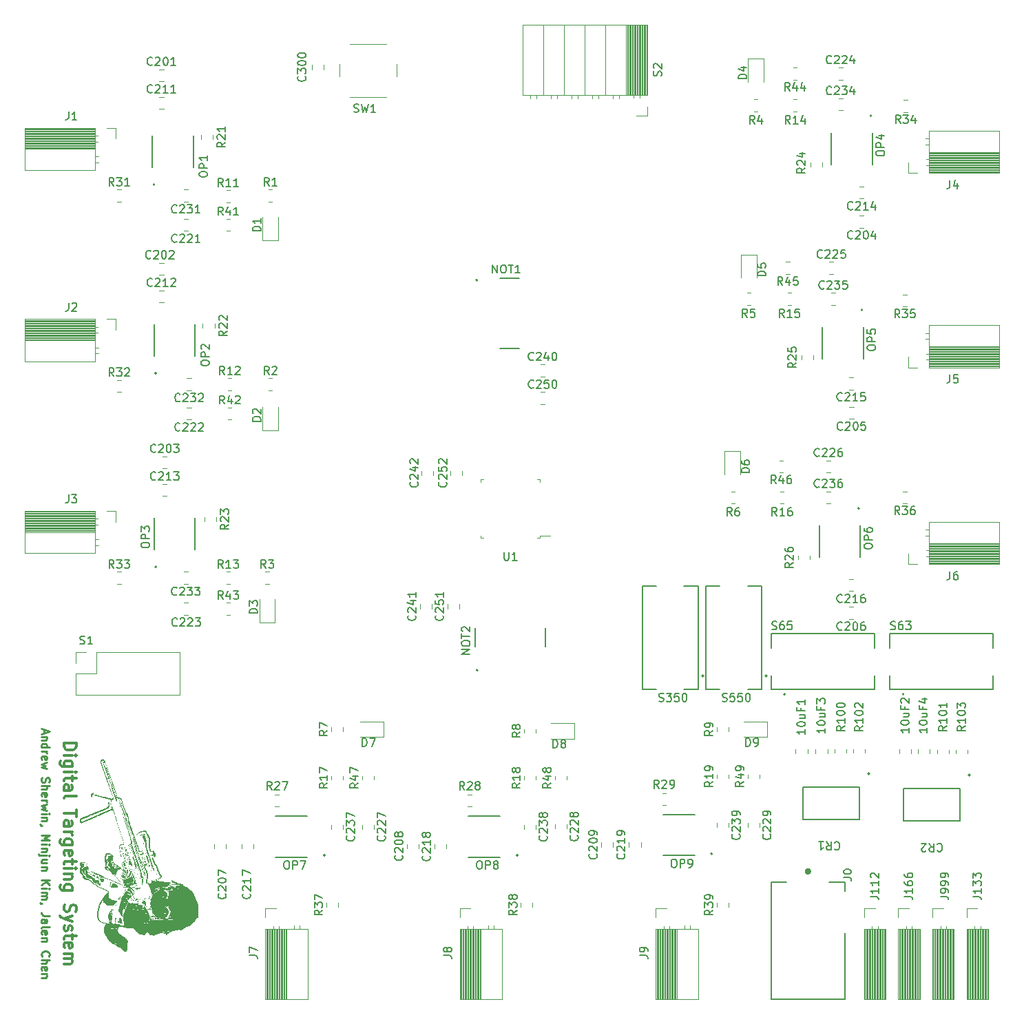
<source format=gbr>
%TF.GenerationSoftware,KiCad,Pcbnew,(6.0.11-0)*%
%TF.CreationDate,2023-11-18T02:56:01-06:00*%
%TF.ProjectId,ECE395_Digital_Target,45434533-3935-45f4-9469-676974616c5f,rev?*%
%TF.SameCoordinates,Original*%
%TF.FileFunction,Legend,Top*%
%TF.FilePolarity,Positive*%
%FSLAX46Y46*%
G04 Gerber Fmt 4.6, Leading zero omitted, Abs format (unit mm)*
G04 Created by KiCad (PCBNEW (6.0.11-0)) date 2023-11-18 02:56:01*
%MOMM*%
%LPD*%
G01*
G04 APERTURE LIST*
%ADD10C,0.250000*%
%ADD11C,0.375000*%
%ADD12C,0.300000*%
%ADD13C,0.150000*%
%ADD14C,0.120000*%
%ADD15C,0.127000*%
%ADD16C,0.200000*%
%ADD17C,0.400000*%
%ADD18C,0.152400*%
G04 APERTURE END LIST*
D10*
X51033333Y-117914285D02*
X51033333Y-118390476D01*
X50747619Y-117819047D02*
X51747619Y-118152380D01*
X50747619Y-118485714D01*
X51414285Y-118819047D02*
X50747619Y-118819047D01*
X51319047Y-118819047D02*
X51366666Y-118866666D01*
X51414285Y-118961904D01*
X51414285Y-119104761D01*
X51366666Y-119200000D01*
X51271428Y-119247619D01*
X50747619Y-119247619D01*
X50747619Y-120152380D02*
X51747619Y-120152380D01*
X50795238Y-120152380D02*
X50747619Y-120057142D01*
X50747619Y-119866666D01*
X50795238Y-119771428D01*
X50842857Y-119723809D01*
X50938095Y-119676190D01*
X51223809Y-119676190D01*
X51319047Y-119723809D01*
X51366666Y-119771428D01*
X51414285Y-119866666D01*
X51414285Y-120057142D01*
X51366666Y-120152380D01*
X50747619Y-120628571D02*
X51414285Y-120628571D01*
X51223809Y-120628571D02*
X51319047Y-120676190D01*
X51366666Y-120723809D01*
X51414285Y-120819047D01*
X51414285Y-120914285D01*
X50795238Y-121628571D02*
X50747619Y-121533333D01*
X50747619Y-121342857D01*
X50795238Y-121247619D01*
X50890476Y-121200000D01*
X51271428Y-121200000D01*
X51366666Y-121247619D01*
X51414285Y-121342857D01*
X51414285Y-121533333D01*
X51366666Y-121628571D01*
X51271428Y-121676190D01*
X51176190Y-121676190D01*
X51080952Y-121200000D01*
X51414285Y-122009523D02*
X50747619Y-122200000D01*
X51223809Y-122390476D01*
X50747619Y-122580952D01*
X51414285Y-122771428D01*
X50795238Y-123866666D02*
X50747619Y-124009523D01*
X50747619Y-124247619D01*
X50795238Y-124342857D01*
X50842857Y-124390476D01*
X50938095Y-124438095D01*
X51033333Y-124438095D01*
X51128571Y-124390476D01*
X51176190Y-124342857D01*
X51223809Y-124247619D01*
X51271428Y-124057142D01*
X51319047Y-123961904D01*
X51366666Y-123914285D01*
X51461904Y-123866666D01*
X51557142Y-123866666D01*
X51652380Y-123914285D01*
X51700000Y-123961904D01*
X51747619Y-124057142D01*
X51747619Y-124295238D01*
X51700000Y-124438095D01*
X50747619Y-124866666D02*
X51747619Y-124866666D01*
X50747619Y-125295238D02*
X51271428Y-125295238D01*
X51366666Y-125247619D01*
X51414285Y-125152380D01*
X51414285Y-125009523D01*
X51366666Y-124914285D01*
X51319047Y-124866666D01*
X50795238Y-126152380D02*
X50747619Y-126057142D01*
X50747619Y-125866666D01*
X50795238Y-125771428D01*
X50890476Y-125723809D01*
X51271428Y-125723809D01*
X51366666Y-125771428D01*
X51414285Y-125866666D01*
X51414285Y-126057142D01*
X51366666Y-126152380D01*
X51271428Y-126200000D01*
X51176190Y-126200000D01*
X51080952Y-125723809D01*
X50747619Y-126628571D02*
X51414285Y-126628571D01*
X51223809Y-126628571D02*
X51319047Y-126676190D01*
X51366666Y-126723809D01*
X51414285Y-126819047D01*
X51414285Y-126914285D01*
X51414285Y-127152380D02*
X50747619Y-127342857D01*
X51223809Y-127533333D01*
X50747619Y-127723809D01*
X51414285Y-127914285D01*
X50747619Y-128295238D02*
X51414285Y-128295238D01*
X51747619Y-128295238D02*
X51700000Y-128247619D01*
X51652380Y-128295238D01*
X51700000Y-128342857D01*
X51747619Y-128295238D01*
X51652380Y-128295238D01*
X51414285Y-128771428D02*
X50747619Y-128771428D01*
X51319047Y-128771428D02*
X51366666Y-128819047D01*
X51414285Y-128914285D01*
X51414285Y-129057142D01*
X51366666Y-129152380D01*
X51271428Y-129200000D01*
X50747619Y-129200000D01*
X50795238Y-129723809D02*
X50747619Y-129723809D01*
X50652380Y-129676190D01*
X50604761Y-129628571D01*
X50747619Y-130914285D02*
X51747619Y-130914285D01*
X51033333Y-131247619D01*
X51747619Y-131580952D01*
X50747619Y-131580952D01*
X50747619Y-132057142D02*
X51414285Y-132057142D01*
X51747619Y-132057142D02*
X51700000Y-132009523D01*
X51652380Y-132057142D01*
X51700000Y-132104761D01*
X51747619Y-132057142D01*
X51652380Y-132057142D01*
X51414285Y-132533333D02*
X50747619Y-132533333D01*
X51319047Y-132533333D02*
X51366666Y-132580952D01*
X51414285Y-132676190D01*
X51414285Y-132819047D01*
X51366666Y-132914285D01*
X51271428Y-132961904D01*
X50747619Y-132961904D01*
X51414285Y-133438095D02*
X50557142Y-133438095D01*
X50461904Y-133390476D01*
X50414285Y-133295238D01*
X50414285Y-133247619D01*
X51747619Y-133438095D02*
X51700000Y-133390476D01*
X51652380Y-133438095D01*
X51700000Y-133485714D01*
X51747619Y-133438095D01*
X51652380Y-133438095D01*
X51414285Y-134342857D02*
X50747619Y-134342857D01*
X51414285Y-133914285D02*
X50890476Y-133914285D01*
X50795238Y-133961904D01*
X50747619Y-134057142D01*
X50747619Y-134200000D01*
X50795238Y-134295238D01*
X50842857Y-134342857D01*
X51414285Y-134819047D02*
X50747619Y-134819047D01*
X51319047Y-134819047D02*
X51366666Y-134866666D01*
X51414285Y-134961904D01*
X51414285Y-135104761D01*
X51366666Y-135200000D01*
X51271428Y-135247619D01*
X50747619Y-135247619D01*
X50747619Y-136485714D02*
X51747619Y-136485714D01*
X50747619Y-137057142D02*
X51319047Y-136628571D01*
X51747619Y-137057142D02*
X51176190Y-136485714D01*
X50747619Y-137485714D02*
X51414285Y-137485714D01*
X51747619Y-137485714D02*
X51700000Y-137438095D01*
X51652380Y-137485714D01*
X51700000Y-137533333D01*
X51747619Y-137485714D01*
X51652380Y-137485714D01*
X50747619Y-137961904D02*
X51414285Y-137961904D01*
X51319047Y-137961904D02*
X51366666Y-138009523D01*
X51414285Y-138104761D01*
X51414285Y-138247619D01*
X51366666Y-138342857D01*
X51271428Y-138390476D01*
X50747619Y-138390476D01*
X51271428Y-138390476D02*
X51366666Y-138438095D01*
X51414285Y-138533333D01*
X51414285Y-138676190D01*
X51366666Y-138771428D01*
X51271428Y-138819047D01*
X50747619Y-138819047D01*
X50795238Y-139342857D02*
X50747619Y-139342857D01*
X50652380Y-139295238D01*
X50604761Y-139247619D01*
X51747619Y-140819047D02*
X51033333Y-140819047D01*
X50890476Y-140771428D01*
X50795238Y-140676190D01*
X50747619Y-140533333D01*
X50747619Y-140438095D01*
X50747619Y-141723809D02*
X51271428Y-141723809D01*
X51366666Y-141676190D01*
X51414285Y-141580952D01*
X51414285Y-141390476D01*
X51366666Y-141295238D01*
X50795238Y-141723809D02*
X50747619Y-141628571D01*
X50747619Y-141390476D01*
X50795238Y-141295238D01*
X50890476Y-141247619D01*
X50985714Y-141247619D01*
X51080952Y-141295238D01*
X51128571Y-141390476D01*
X51128571Y-141628571D01*
X51176190Y-141723809D01*
X50747619Y-142342857D02*
X50795238Y-142247619D01*
X50890476Y-142200000D01*
X51747619Y-142200000D01*
X50795238Y-143104761D02*
X50747619Y-143009523D01*
X50747619Y-142819047D01*
X50795238Y-142723809D01*
X50890476Y-142676190D01*
X51271428Y-142676190D01*
X51366666Y-142723809D01*
X51414285Y-142819047D01*
X51414285Y-143009523D01*
X51366666Y-143104761D01*
X51271428Y-143152380D01*
X51176190Y-143152380D01*
X51080952Y-142676190D01*
X51414285Y-143580952D02*
X50747619Y-143580952D01*
X51319047Y-143580952D02*
X51366666Y-143628571D01*
X51414285Y-143723809D01*
X51414285Y-143866666D01*
X51366666Y-143961904D01*
X51271428Y-144009523D01*
X50747619Y-144009523D01*
X50842857Y-145819047D02*
X50795238Y-145771428D01*
X50747619Y-145628571D01*
X50747619Y-145533333D01*
X50795238Y-145390476D01*
X50890476Y-145295238D01*
X50985714Y-145247619D01*
X51176190Y-145200000D01*
X51319047Y-145200000D01*
X51509523Y-145247619D01*
X51604761Y-145295238D01*
X51700000Y-145390476D01*
X51747619Y-145533333D01*
X51747619Y-145628571D01*
X51700000Y-145771428D01*
X51652380Y-145819047D01*
X50747619Y-146247619D02*
X51747619Y-146247619D01*
X50747619Y-146676190D02*
X51271428Y-146676190D01*
X51366666Y-146628571D01*
X51414285Y-146533333D01*
X51414285Y-146390476D01*
X51366666Y-146295238D01*
X51319047Y-146247619D01*
X50795238Y-147533333D02*
X50747619Y-147438095D01*
X50747619Y-147247619D01*
X50795238Y-147152380D01*
X50890476Y-147104761D01*
X51271428Y-147104761D01*
X51366666Y-147152380D01*
X51414285Y-147247619D01*
X51414285Y-147438095D01*
X51366666Y-147533333D01*
X51271428Y-147580952D01*
X51176190Y-147580952D01*
X51080952Y-147104761D01*
X51414285Y-148009523D02*
X50747619Y-148009523D01*
X51319047Y-148009523D02*
X51366666Y-148057142D01*
X51414285Y-148152380D01*
X51414285Y-148295238D01*
X51366666Y-148390476D01*
X51271428Y-148438095D01*
X50747619Y-148438095D01*
D11*
X53521428Y-119628571D02*
X55021428Y-119628571D01*
X55021428Y-119985714D01*
X54950000Y-120200000D01*
X54807142Y-120342857D01*
X54664285Y-120414285D01*
X54378571Y-120485714D01*
X54164285Y-120485714D01*
X53878571Y-120414285D01*
X53735714Y-120342857D01*
X53592857Y-120200000D01*
X53521428Y-119985714D01*
X53521428Y-119628571D01*
X53521428Y-121128571D02*
X54521428Y-121128571D01*
X55021428Y-121128571D02*
X54950000Y-121057142D01*
X54878571Y-121128571D01*
X54950000Y-121200000D01*
X55021428Y-121128571D01*
X54878571Y-121128571D01*
X54521428Y-122485714D02*
X53307142Y-122485714D01*
X53164285Y-122414285D01*
X53092857Y-122342857D01*
X53021428Y-122200000D01*
X53021428Y-121985714D01*
X53092857Y-121842857D01*
X53592857Y-122485714D02*
X53521428Y-122342857D01*
X53521428Y-122057142D01*
X53592857Y-121914285D01*
X53664285Y-121842857D01*
X53807142Y-121771428D01*
X54235714Y-121771428D01*
X54378571Y-121842857D01*
X54450000Y-121914285D01*
X54521428Y-122057142D01*
X54521428Y-122342857D01*
X54450000Y-122485714D01*
X53521428Y-123200000D02*
X54521428Y-123200000D01*
X55021428Y-123200000D02*
X54950000Y-123128571D01*
X54878571Y-123200000D01*
X54950000Y-123271428D01*
X55021428Y-123200000D01*
X54878571Y-123200000D01*
X54521428Y-123700000D02*
X54521428Y-124271428D01*
X55021428Y-123914285D02*
X53735714Y-123914285D01*
X53592857Y-123985714D01*
X53521428Y-124128571D01*
X53521428Y-124271428D01*
X53521428Y-125414285D02*
X54307142Y-125414285D01*
X54450000Y-125342857D01*
X54521428Y-125200000D01*
X54521428Y-124914285D01*
X54450000Y-124771428D01*
X53592857Y-125414285D02*
X53521428Y-125271428D01*
X53521428Y-124914285D01*
X53592857Y-124771428D01*
X53735714Y-124700000D01*
X53878571Y-124700000D01*
X54021428Y-124771428D01*
X54092857Y-124914285D01*
X54092857Y-125271428D01*
X54164285Y-125414285D01*
X53521428Y-126342857D02*
X53592857Y-126200000D01*
X53735714Y-126128571D01*
X55021428Y-126128571D01*
X55021428Y-127842857D02*
X55021428Y-128700000D01*
X53521428Y-128271428D02*
X55021428Y-128271428D01*
X53521428Y-129842857D02*
X54307142Y-129842857D01*
X54450000Y-129771428D01*
X54521428Y-129628571D01*
X54521428Y-129342857D01*
X54450000Y-129200000D01*
X53592857Y-129842857D02*
X53521428Y-129700000D01*
X53521428Y-129342857D01*
X53592857Y-129200000D01*
X53735714Y-129128571D01*
X53878571Y-129128571D01*
X54021428Y-129200000D01*
X54092857Y-129342857D01*
X54092857Y-129700000D01*
X54164285Y-129842857D01*
X53521428Y-130557142D02*
X54521428Y-130557142D01*
X54235714Y-130557142D02*
X54378571Y-130628571D01*
X54450000Y-130700000D01*
X54521428Y-130842857D01*
X54521428Y-130985714D01*
X54521428Y-132128571D02*
X53307142Y-132128571D01*
X53164285Y-132057142D01*
X53092857Y-131985714D01*
X53021428Y-131842857D01*
X53021428Y-131628571D01*
X53092857Y-131485714D01*
X53592857Y-132128571D02*
X53521428Y-131985714D01*
X53521428Y-131699999D01*
X53592857Y-131557142D01*
X53664285Y-131485714D01*
X53807142Y-131414285D01*
X54235714Y-131414285D01*
X54378571Y-131485714D01*
X54450000Y-131557142D01*
X54521428Y-131700000D01*
X54521428Y-131985714D01*
X54450000Y-132128571D01*
X53592857Y-133414285D02*
X53521428Y-133271428D01*
X53521428Y-132985714D01*
X53592857Y-132842857D01*
X53735714Y-132771428D01*
X54307142Y-132771428D01*
X54450000Y-132842857D01*
X54521428Y-132985714D01*
X54521428Y-133271428D01*
X54450000Y-133414285D01*
X54307142Y-133485714D01*
X54164285Y-133485714D01*
X54021428Y-132771428D01*
X54521428Y-133914285D02*
X54521428Y-134485714D01*
X55021428Y-134128571D02*
X53735714Y-134128571D01*
X53592857Y-134199999D01*
X53521428Y-134342857D01*
X53521428Y-134485714D01*
X53521428Y-134985714D02*
X54521428Y-134985714D01*
X55021428Y-134985714D02*
X54950000Y-134914285D01*
X54878571Y-134985714D01*
X54950000Y-135057142D01*
X55021428Y-134985714D01*
X54878571Y-134985714D01*
X54521428Y-135700000D02*
X53521428Y-135700000D01*
X54378571Y-135700000D02*
X54450000Y-135771428D01*
X54521428Y-135914285D01*
X54521428Y-136128571D01*
X54450000Y-136271428D01*
X54307142Y-136342857D01*
X53521428Y-136342857D01*
X54521428Y-137700000D02*
X53307142Y-137700000D01*
X53164285Y-137628571D01*
X53092857Y-137557142D01*
X53021428Y-137414285D01*
X53021428Y-137200000D01*
X53092857Y-137057142D01*
X53592857Y-137700000D02*
X53521428Y-137557142D01*
X53521428Y-137271428D01*
X53592857Y-137128571D01*
X53664285Y-137057142D01*
X53807142Y-136985714D01*
X54235714Y-136985714D01*
X54378571Y-137057142D01*
X54450000Y-137128571D01*
X54521428Y-137271428D01*
X54521428Y-137557142D01*
X54450000Y-137700000D01*
X53592857Y-139485714D02*
X53521428Y-139700000D01*
X53521428Y-140057142D01*
X53592857Y-140200000D01*
X53664285Y-140271428D01*
X53807142Y-140342857D01*
X53950000Y-140342857D01*
X54092857Y-140271428D01*
X54164285Y-140200000D01*
X54235714Y-140057142D01*
X54307142Y-139771428D01*
X54378571Y-139628571D01*
X54450000Y-139557142D01*
X54592857Y-139485714D01*
X54735714Y-139485714D01*
X54878571Y-139557142D01*
X54950000Y-139628571D01*
X55021428Y-139771428D01*
X55021428Y-140128571D01*
X54950000Y-140342857D01*
X54521428Y-140842857D02*
X53521428Y-141200000D01*
X54521428Y-141557142D02*
X53521428Y-141200000D01*
X53164285Y-141057142D01*
X53092857Y-140985714D01*
X53021428Y-140842857D01*
X53592857Y-142057142D02*
X53521428Y-142200000D01*
X53521428Y-142485714D01*
X53592857Y-142628571D01*
X53735714Y-142700000D01*
X53807142Y-142700000D01*
X53950000Y-142628571D01*
X54021428Y-142485714D01*
X54021428Y-142271428D01*
X54092857Y-142128571D01*
X54235714Y-142057142D01*
X54307142Y-142057142D01*
X54450000Y-142128571D01*
X54521428Y-142271428D01*
X54521428Y-142485714D01*
X54450000Y-142628571D01*
X54521428Y-143128571D02*
X54521428Y-143700000D01*
X55021428Y-143342857D02*
X53735714Y-143342857D01*
X53592857Y-143414285D01*
X53521428Y-143557142D01*
X53521428Y-143700000D01*
X53592857Y-144771428D02*
X53521428Y-144628571D01*
X53521428Y-144342857D01*
X53592857Y-144200000D01*
X53735714Y-144128571D01*
X54307142Y-144128571D01*
X54450000Y-144200000D01*
X54521428Y-144342857D01*
X54521428Y-144628571D01*
X54450000Y-144771428D01*
X54307142Y-144842857D01*
X54164285Y-144842857D01*
X54021428Y-144128571D01*
X53521428Y-145485714D02*
X54521428Y-145485714D01*
X54378571Y-145485714D02*
X54450000Y-145557142D01*
X54521428Y-145700000D01*
X54521428Y-145914285D01*
X54450000Y-146057142D01*
X54307142Y-146128571D01*
X53521428Y-146128571D01*
X54307142Y-146128571D02*
X54450000Y-146200000D01*
X54521428Y-146342857D01*
X54521428Y-146557142D01*
X54450000Y-146700000D01*
X54307142Y-146771428D01*
X53521428Y-146771428D01*
D12*
%TO.C,*%
D13*
%TO.C,J5*%
X162446666Y-74322380D02*
X162446666Y-75036666D01*
X162399047Y-75179523D01*
X162303809Y-75274761D01*
X162160952Y-75322380D01*
X162065714Y-75322380D01*
X163399047Y-74322380D02*
X162922857Y-74322380D01*
X162875238Y-74798571D01*
X162922857Y-74750952D01*
X163018095Y-74703333D01*
X163256190Y-74703333D01*
X163351428Y-74750952D01*
X163399047Y-74798571D01*
X163446666Y-74893809D01*
X163446666Y-75131904D01*
X163399047Y-75227142D01*
X163351428Y-75274761D01*
X163256190Y-75322380D01*
X163018095Y-75322380D01*
X162922857Y-75274761D01*
X162875238Y-75227142D01*
%TO.C,C206*%
X149180952Y-105637142D02*
X149133333Y-105684761D01*
X148990476Y-105732380D01*
X148895238Y-105732380D01*
X148752380Y-105684761D01*
X148657142Y-105589523D01*
X148609523Y-105494285D01*
X148561904Y-105303809D01*
X148561904Y-105160952D01*
X148609523Y-104970476D01*
X148657142Y-104875238D01*
X148752380Y-104780000D01*
X148895238Y-104732380D01*
X148990476Y-104732380D01*
X149133333Y-104780000D01*
X149180952Y-104827619D01*
X149561904Y-104827619D02*
X149609523Y-104780000D01*
X149704761Y-104732380D01*
X149942857Y-104732380D01*
X150038095Y-104780000D01*
X150085714Y-104827619D01*
X150133333Y-104922857D01*
X150133333Y-105018095D01*
X150085714Y-105160952D01*
X149514285Y-105732380D01*
X150133333Y-105732380D01*
X150752380Y-104732380D02*
X150847619Y-104732380D01*
X150942857Y-104780000D01*
X150990476Y-104827619D01*
X151038095Y-104922857D01*
X151085714Y-105113333D01*
X151085714Y-105351428D01*
X151038095Y-105541904D01*
X150990476Y-105637142D01*
X150942857Y-105684761D01*
X150847619Y-105732380D01*
X150752380Y-105732380D01*
X150657142Y-105684761D01*
X150609523Y-105637142D01*
X150561904Y-105541904D01*
X150514285Y-105351428D01*
X150514285Y-105113333D01*
X150561904Y-104922857D01*
X150609523Y-104827619D01*
X150657142Y-104780000D01*
X150752380Y-104732380D01*
X151942857Y-104732380D02*
X151752380Y-104732380D01*
X151657142Y-104780000D01*
X151609523Y-104827619D01*
X151514285Y-104970476D01*
X151466666Y-105160952D01*
X151466666Y-105541904D01*
X151514285Y-105637142D01*
X151561904Y-105684761D01*
X151657142Y-105732380D01*
X151847619Y-105732380D01*
X151942857Y-105684761D01*
X151990476Y-105637142D01*
X152038095Y-105541904D01*
X152038095Y-105303809D01*
X151990476Y-105208571D01*
X151942857Y-105160952D01*
X151847619Y-105113333D01*
X151657142Y-105113333D01*
X151561904Y-105160952D01*
X151514285Y-105208571D01*
X151466666Y-105303809D01*
%TO.C,10uF4*%
X159652380Y-117747619D02*
X159652380Y-118319047D01*
X159652380Y-118033333D02*
X158652380Y-118033333D01*
X158795238Y-118128571D01*
X158890476Y-118223809D01*
X158938095Y-118319047D01*
X158652380Y-117128571D02*
X158652380Y-117033333D01*
X158700000Y-116938095D01*
X158747619Y-116890476D01*
X158842857Y-116842857D01*
X159033333Y-116795238D01*
X159271428Y-116795238D01*
X159461904Y-116842857D01*
X159557142Y-116890476D01*
X159604761Y-116938095D01*
X159652380Y-117033333D01*
X159652380Y-117128571D01*
X159604761Y-117223809D01*
X159557142Y-117271428D01*
X159461904Y-117319047D01*
X159271428Y-117366666D01*
X159033333Y-117366666D01*
X158842857Y-117319047D01*
X158747619Y-117271428D01*
X158700000Y-117223809D01*
X158652380Y-117128571D01*
X158985714Y-115938095D02*
X159652380Y-115938095D01*
X158985714Y-116366666D02*
X159509523Y-116366666D01*
X159604761Y-116319047D01*
X159652380Y-116223809D01*
X159652380Y-116080952D01*
X159604761Y-115985714D01*
X159557142Y-115938095D01*
X159128571Y-115128571D02*
X159128571Y-115461904D01*
X159652380Y-115461904D02*
X158652380Y-115461904D01*
X158652380Y-114985714D01*
X158985714Y-114176190D02*
X159652380Y-114176190D01*
X158604761Y-114414285D02*
X159319047Y-114652380D01*
X159319047Y-114033333D01*
%TO.C,S2*%
X126937261Y-37581904D02*
X126984880Y-37439047D01*
X126984880Y-37200952D01*
X126937261Y-37105714D01*
X126889642Y-37058095D01*
X126794404Y-37010476D01*
X126699166Y-37010476D01*
X126603928Y-37058095D01*
X126556309Y-37105714D01*
X126508690Y-37200952D01*
X126461071Y-37391428D01*
X126413452Y-37486666D01*
X126365833Y-37534285D01*
X126270595Y-37581904D01*
X126175357Y-37581904D01*
X126080119Y-37534285D01*
X126032500Y-37486666D01*
X125984880Y-37391428D01*
X125984880Y-37153333D01*
X126032500Y-37010476D01*
X126080119Y-36629523D02*
X126032500Y-36581904D01*
X125984880Y-36486666D01*
X125984880Y-36248571D01*
X126032500Y-36153333D01*
X126080119Y-36105714D01*
X126175357Y-36058095D01*
X126270595Y-36058095D01*
X126413452Y-36105714D01*
X126984880Y-36677142D01*
X126984880Y-36058095D01*
%TO.C,D6*%
X137802380Y-86338095D02*
X136802380Y-86338095D01*
X136802380Y-86100000D01*
X136850000Y-85957142D01*
X136945238Y-85861904D01*
X137040476Y-85814285D01*
X137230952Y-85766666D01*
X137373809Y-85766666D01*
X137564285Y-85814285D01*
X137659523Y-85861904D01*
X137754761Y-85957142D01*
X137802380Y-86100000D01*
X137802380Y-86338095D01*
X136802380Y-84909523D02*
X136802380Y-85100000D01*
X136850000Y-85195238D01*
X136897619Y-85242857D01*
X137040476Y-85338095D01*
X137230952Y-85385714D01*
X137611904Y-85385714D01*
X137707142Y-85338095D01*
X137754761Y-85290476D01*
X137802380Y-85195238D01*
X137802380Y-85004761D01*
X137754761Y-84909523D01*
X137707142Y-84861904D01*
X137611904Y-84814285D01*
X137373809Y-84814285D01*
X137278571Y-84861904D01*
X137230952Y-84909523D01*
X137183333Y-85004761D01*
X137183333Y-85195238D01*
X137230952Y-85290476D01*
X137278571Y-85338095D01*
X137373809Y-85385714D01*
%TO.C,C234*%
X147880952Y-39777142D02*
X147833333Y-39824761D01*
X147690476Y-39872380D01*
X147595238Y-39872380D01*
X147452380Y-39824761D01*
X147357142Y-39729523D01*
X147309523Y-39634285D01*
X147261904Y-39443809D01*
X147261904Y-39300952D01*
X147309523Y-39110476D01*
X147357142Y-39015238D01*
X147452380Y-38920000D01*
X147595238Y-38872380D01*
X147690476Y-38872380D01*
X147833333Y-38920000D01*
X147880952Y-38967619D01*
X148261904Y-38967619D02*
X148309523Y-38920000D01*
X148404761Y-38872380D01*
X148642857Y-38872380D01*
X148738095Y-38920000D01*
X148785714Y-38967619D01*
X148833333Y-39062857D01*
X148833333Y-39158095D01*
X148785714Y-39300952D01*
X148214285Y-39872380D01*
X148833333Y-39872380D01*
X149166666Y-38872380D02*
X149785714Y-38872380D01*
X149452380Y-39253333D01*
X149595238Y-39253333D01*
X149690476Y-39300952D01*
X149738095Y-39348571D01*
X149785714Y-39443809D01*
X149785714Y-39681904D01*
X149738095Y-39777142D01*
X149690476Y-39824761D01*
X149595238Y-39872380D01*
X149309523Y-39872380D01*
X149214285Y-39824761D01*
X149166666Y-39777142D01*
X150642857Y-39205714D02*
X150642857Y-39872380D01*
X150404761Y-38824761D02*
X150166666Y-39539047D01*
X150785714Y-39539047D01*
%TO.C,C232*%
X67780952Y-77537142D02*
X67733333Y-77584761D01*
X67590476Y-77632380D01*
X67495238Y-77632380D01*
X67352380Y-77584761D01*
X67257142Y-77489523D01*
X67209523Y-77394285D01*
X67161904Y-77203809D01*
X67161904Y-77060952D01*
X67209523Y-76870476D01*
X67257142Y-76775238D01*
X67352380Y-76680000D01*
X67495238Y-76632380D01*
X67590476Y-76632380D01*
X67733333Y-76680000D01*
X67780952Y-76727619D01*
X68161904Y-76727619D02*
X68209523Y-76680000D01*
X68304761Y-76632380D01*
X68542857Y-76632380D01*
X68638095Y-76680000D01*
X68685714Y-76727619D01*
X68733333Y-76822857D01*
X68733333Y-76918095D01*
X68685714Y-77060952D01*
X68114285Y-77632380D01*
X68733333Y-77632380D01*
X69066666Y-76632380D02*
X69685714Y-76632380D01*
X69352380Y-77013333D01*
X69495238Y-77013333D01*
X69590476Y-77060952D01*
X69638095Y-77108571D01*
X69685714Y-77203809D01*
X69685714Y-77441904D01*
X69638095Y-77537142D01*
X69590476Y-77584761D01*
X69495238Y-77632380D01*
X69209523Y-77632380D01*
X69114285Y-77584761D01*
X69066666Y-77537142D01*
X70066666Y-76727619D02*
X70114285Y-76680000D01*
X70209523Y-76632380D01*
X70447619Y-76632380D01*
X70542857Y-76680000D01*
X70590476Y-76727619D01*
X70638095Y-76822857D01*
X70638095Y-76918095D01*
X70590476Y-77060952D01*
X70019047Y-77632380D01*
X70638095Y-77632380D01*
%TO.C,OP9*%
X128413571Y-133889380D02*
X128604047Y-133889380D01*
X128699285Y-133937000D01*
X128794523Y-134032238D01*
X128842142Y-134222714D01*
X128842142Y-134556047D01*
X128794523Y-134746523D01*
X128699285Y-134841761D01*
X128604047Y-134889380D01*
X128413571Y-134889380D01*
X128318333Y-134841761D01*
X128223095Y-134746523D01*
X128175476Y-134556047D01*
X128175476Y-134222714D01*
X128223095Y-134032238D01*
X128318333Y-133937000D01*
X128413571Y-133889380D01*
X129270714Y-134889380D02*
X129270714Y-133889380D01*
X129651666Y-133889380D01*
X129746904Y-133937000D01*
X129794523Y-133984619D01*
X129842142Y-134079857D01*
X129842142Y-134222714D01*
X129794523Y-134317952D01*
X129746904Y-134365571D01*
X129651666Y-134413190D01*
X129270714Y-134413190D01*
X130318333Y-134889380D02*
X130508809Y-134889380D01*
X130604047Y-134841761D01*
X130651666Y-134794142D01*
X130746904Y-134651285D01*
X130794523Y-134460809D01*
X130794523Y-134079857D01*
X130746904Y-133984619D01*
X130699285Y-133937000D01*
X130604047Y-133889380D01*
X130413571Y-133889380D01*
X130318333Y-133937000D01*
X130270714Y-133984619D01*
X130223095Y-134079857D01*
X130223095Y-134317952D01*
X130270714Y-134413190D01*
X130318333Y-134460809D01*
X130413571Y-134508428D01*
X130604047Y-134508428D01*
X130699285Y-134460809D01*
X130746904Y-134413190D01*
X130794523Y-134317952D01*
%TO.C,OP4*%
X153389380Y-47186428D02*
X153389380Y-46995952D01*
X153437000Y-46900714D01*
X153532238Y-46805476D01*
X153722714Y-46757857D01*
X154056047Y-46757857D01*
X154246523Y-46805476D01*
X154341761Y-46900714D01*
X154389380Y-46995952D01*
X154389380Y-47186428D01*
X154341761Y-47281666D01*
X154246523Y-47376904D01*
X154056047Y-47424523D01*
X153722714Y-47424523D01*
X153532238Y-47376904D01*
X153437000Y-47281666D01*
X153389380Y-47186428D01*
X154389380Y-46329285D02*
X153389380Y-46329285D01*
X153389380Y-45948333D01*
X153437000Y-45853095D01*
X153484619Y-45805476D01*
X153579857Y-45757857D01*
X153722714Y-45757857D01*
X153817952Y-45805476D01*
X153865571Y-45853095D01*
X153913190Y-45948333D01*
X153913190Y-46329285D01*
X153722714Y-44900714D02*
X154389380Y-44900714D01*
X153341761Y-45138809D02*
X154056047Y-45376904D01*
X154056047Y-44757857D01*
%TO.C,S63*%
X155161904Y-105604761D02*
X155304761Y-105652380D01*
X155542857Y-105652380D01*
X155638095Y-105604761D01*
X155685714Y-105557142D01*
X155733333Y-105461904D01*
X155733333Y-105366666D01*
X155685714Y-105271428D01*
X155638095Y-105223809D01*
X155542857Y-105176190D01*
X155352380Y-105128571D01*
X155257142Y-105080952D01*
X155209523Y-105033333D01*
X155161904Y-104938095D01*
X155161904Y-104842857D01*
X155209523Y-104747619D01*
X155257142Y-104700000D01*
X155352380Y-104652380D01*
X155590476Y-104652380D01*
X155733333Y-104700000D01*
X156590476Y-104652380D02*
X156400000Y-104652380D01*
X156304761Y-104700000D01*
X156257142Y-104747619D01*
X156161904Y-104890476D01*
X156114285Y-105080952D01*
X156114285Y-105461904D01*
X156161904Y-105557142D01*
X156209523Y-105604761D01*
X156304761Y-105652380D01*
X156495238Y-105652380D01*
X156590476Y-105604761D01*
X156638095Y-105557142D01*
X156685714Y-105461904D01*
X156685714Y-105223809D01*
X156638095Y-105128571D01*
X156590476Y-105080952D01*
X156495238Y-105033333D01*
X156304761Y-105033333D01*
X156209523Y-105080952D01*
X156161904Y-105128571D01*
X156114285Y-105223809D01*
X157019047Y-104652380D02*
X157638095Y-104652380D01*
X157304761Y-105033333D01*
X157447619Y-105033333D01*
X157542857Y-105080952D01*
X157590476Y-105128571D01*
X157638095Y-105223809D01*
X157638095Y-105461904D01*
X157590476Y-105557142D01*
X157542857Y-105604761D01*
X157447619Y-105652380D01*
X157161904Y-105652380D01*
X157066666Y-105604761D01*
X157019047Y-105557142D01*
%TO.C,OP6*%
X151889380Y-95486428D02*
X151889380Y-95295952D01*
X151937000Y-95200714D01*
X152032238Y-95105476D01*
X152222714Y-95057857D01*
X152556047Y-95057857D01*
X152746523Y-95105476D01*
X152841761Y-95200714D01*
X152889380Y-95295952D01*
X152889380Y-95486428D01*
X152841761Y-95581666D01*
X152746523Y-95676904D01*
X152556047Y-95724523D01*
X152222714Y-95724523D01*
X152032238Y-95676904D01*
X151937000Y-95581666D01*
X151889380Y-95486428D01*
X152889380Y-94629285D02*
X151889380Y-94629285D01*
X151889380Y-94248333D01*
X151937000Y-94153095D01*
X151984619Y-94105476D01*
X152079857Y-94057857D01*
X152222714Y-94057857D01*
X152317952Y-94105476D01*
X152365571Y-94153095D01*
X152413190Y-94248333D01*
X152413190Y-94629285D01*
X151889380Y-93200714D02*
X151889380Y-93391190D01*
X151937000Y-93486428D01*
X151984619Y-93534047D01*
X152127476Y-93629285D01*
X152317952Y-93676904D01*
X152698904Y-93676904D01*
X152794142Y-93629285D01*
X152841761Y-93581666D01*
X152889380Y-93486428D01*
X152889380Y-93295952D01*
X152841761Y-93200714D01*
X152794142Y-93153095D01*
X152698904Y-93105476D01*
X152460809Y-93105476D01*
X152365571Y-93153095D01*
X152317952Y-93200714D01*
X152270333Y-93295952D01*
X152270333Y-93486428D01*
X152317952Y-93581666D01*
X152365571Y-93629285D01*
X152460809Y-93676904D01*
%TO.C,C212*%
X64380952Y-63377142D02*
X64333333Y-63424761D01*
X64190476Y-63472380D01*
X64095238Y-63472380D01*
X63952380Y-63424761D01*
X63857142Y-63329523D01*
X63809523Y-63234285D01*
X63761904Y-63043809D01*
X63761904Y-62900952D01*
X63809523Y-62710476D01*
X63857142Y-62615238D01*
X63952380Y-62520000D01*
X64095238Y-62472380D01*
X64190476Y-62472380D01*
X64333333Y-62520000D01*
X64380952Y-62567619D01*
X64761904Y-62567619D02*
X64809523Y-62520000D01*
X64904761Y-62472380D01*
X65142857Y-62472380D01*
X65238095Y-62520000D01*
X65285714Y-62567619D01*
X65333333Y-62662857D01*
X65333333Y-62758095D01*
X65285714Y-62900952D01*
X64714285Y-63472380D01*
X65333333Y-63472380D01*
X66285714Y-63472380D02*
X65714285Y-63472380D01*
X66000000Y-63472380D02*
X66000000Y-62472380D01*
X65904761Y-62615238D01*
X65809523Y-62710476D01*
X65714285Y-62758095D01*
X66666666Y-62567619D02*
X66714285Y-62520000D01*
X66809523Y-62472380D01*
X67047619Y-62472380D01*
X67142857Y-62520000D01*
X67190476Y-62567619D01*
X67238095Y-62662857D01*
X67238095Y-62758095D01*
X67190476Y-62900952D01*
X66619047Y-63472380D01*
X67238095Y-63472380D01*
%TO.C,10uF1*%
X144652380Y-117947619D02*
X144652380Y-118519047D01*
X144652380Y-118233333D02*
X143652380Y-118233333D01*
X143795238Y-118328571D01*
X143890476Y-118423809D01*
X143938095Y-118519047D01*
X143652380Y-117328571D02*
X143652380Y-117233333D01*
X143700000Y-117138095D01*
X143747619Y-117090476D01*
X143842857Y-117042857D01*
X144033333Y-116995238D01*
X144271428Y-116995238D01*
X144461904Y-117042857D01*
X144557142Y-117090476D01*
X144604761Y-117138095D01*
X144652380Y-117233333D01*
X144652380Y-117328571D01*
X144604761Y-117423809D01*
X144557142Y-117471428D01*
X144461904Y-117519047D01*
X144271428Y-117566666D01*
X144033333Y-117566666D01*
X143842857Y-117519047D01*
X143747619Y-117471428D01*
X143700000Y-117423809D01*
X143652380Y-117328571D01*
X143985714Y-116138095D02*
X144652380Y-116138095D01*
X143985714Y-116566666D02*
X144509523Y-116566666D01*
X144604761Y-116519047D01*
X144652380Y-116423809D01*
X144652380Y-116280952D01*
X144604761Y-116185714D01*
X144557142Y-116138095D01*
X144128571Y-115328571D02*
X144128571Y-115661904D01*
X144652380Y-115661904D02*
X143652380Y-115661904D01*
X143652380Y-115185714D01*
X144652380Y-114280952D02*
X144652380Y-114852380D01*
X144652380Y-114566666D02*
X143652380Y-114566666D01*
X143795238Y-114661904D01*
X143890476Y-114757142D01*
X143938095Y-114852380D01*
%TO.C,C235*%
X146980952Y-63677142D02*
X146933333Y-63724761D01*
X146790476Y-63772380D01*
X146695238Y-63772380D01*
X146552380Y-63724761D01*
X146457142Y-63629523D01*
X146409523Y-63534285D01*
X146361904Y-63343809D01*
X146361904Y-63200952D01*
X146409523Y-63010476D01*
X146457142Y-62915238D01*
X146552380Y-62820000D01*
X146695238Y-62772380D01*
X146790476Y-62772380D01*
X146933333Y-62820000D01*
X146980952Y-62867619D01*
X147361904Y-62867619D02*
X147409523Y-62820000D01*
X147504761Y-62772380D01*
X147742857Y-62772380D01*
X147838095Y-62820000D01*
X147885714Y-62867619D01*
X147933333Y-62962857D01*
X147933333Y-63058095D01*
X147885714Y-63200952D01*
X147314285Y-63772380D01*
X147933333Y-63772380D01*
X148266666Y-62772380D02*
X148885714Y-62772380D01*
X148552380Y-63153333D01*
X148695238Y-63153333D01*
X148790476Y-63200952D01*
X148838095Y-63248571D01*
X148885714Y-63343809D01*
X148885714Y-63581904D01*
X148838095Y-63677142D01*
X148790476Y-63724761D01*
X148695238Y-63772380D01*
X148409523Y-63772380D01*
X148314285Y-63724761D01*
X148266666Y-63677142D01*
X149790476Y-62772380D02*
X149314285Y-62772380D01*
X149266666Y-63248571D01*
X149314285Y-63200952D01*
X149409523Y-63153333D01*
X149647619Y-63153333D01*
X149742857Y-63200952D01*
X149790476Y-63248571D01*
X149838095Y-63343809D01*
X149838095Y-63581904D01*
X149790476Y-63677142D01*
X149742857Y-63724761D01*
X149647619Y-63772380D01*
X149409523Y-63772380D01*
X149314285Y-63724761D01*
X149266666Y-63677142D01*
%TO.C,R4*%
X138433333Y-43452380D02*
X138100000Y-42976190D01*
X137861904Y-43452380D02*
X137861904Y-42452380D01*
X138242857Y-42452380D01*
X138338095Y-42500000D01*
X138385714Y-42547619D01*
X138433333Y-42642857D01*
X138433333Y-42785714D01*
X138385714Y-42880952D01*
X138338095Y-42928571D01*
X138242857Y-42976190D01*
X137861904Y-42976190D01*
X139290476Y-42785714D02*
X139290476Y-43452380D01*
X139052380Y-42404761D02*
X138814285Y-43119047D01*
X139433333Y-43119047D01*
%TO.C,J0*%
X149327337Y-136133359D02*
X150041679Y-136133359D01*
X150184548Y-136180982D01*
X150279793Y-136276228D01*
X150327416Y-136419096D01*
X150327416Y-136514342D01*
X149327337Y-135466640D02*
X149327337Y-135371394D01*
X149374960Y-135276149D01*
X149422583Y-135228526D01*
X149517828Y-135180903D01*
X149708320Y-135133280D01*
X149946434Y-135133280D01*
X150136925Y-135180903D01*
X150232171Y-135228526D01*
X150279793Y-135276149D01*
X150327416Y-135371394D01*
X150327416Y-135466640D01*
X150279793Y-135561885D01*
X150232171Y-135609508D01*
X150136925Y-135657131D01*
X149946434Y-135704754D01*
X149708320Y-135704754D01*
X149517828Y-135657131D01*
X149422583Y-135609508D01*
X149374960Y-135561885D01*
X149327337Y-135466640D01*
%TO.C,C218*%
X98477142Y-133456547D02*
X98524761Y-133504166D01*
X98572380Y-133647023D01*
X98572380Y-133742261D01*
X98524761Y-133885119D01*
X98429523Y-133980357D01*
X98334285Y-134027976D01*
X98143809Y-134075595D01*
X98000952Y-134075595D01*
X97810476Y-134027976D01*
X97715238Y-133980357D01*
X97620000Y-133885119D01*
X97572380Y-133742261D01*
X97572380Y-133647023D01*
X97620000Y-133504166D01*
X97667619Y-133456547D01*
X97667619Y-133075595D02*
X97620000Y-133027976D01*
X97572380Y-132932738D01*
X97572380Y-132694642D01*
X97620000Y-132599404D01*
X97667619Y-132551785D01*
X97762857Y-132504166D01*
X97858095Y-132504166D01*
X98000952Y-132551785D01*
X98572380Y-133123214D01*
X98572380Y-132504166D01*
X98572380Y-131551785D02*
X98572380Y-132123214D01*
X98572380Y-131837500D02*
X97572380Y-131837500D01*
X97715238Y-131932738D01*
X97810476Y-132027976D01*
X97858095Y-132123214D01*
X98000952Y-130980357D02*
X97953333Y-131075595D01*
X97905714Y-131123214D01*
X97810476Y-131170833D01*
X97762857Y-131170833D01*
X97667619Y-131123214D01*
X97620000Y-131075595D01*
X97572380Y-130980357D01*
X97572380Y-130789880D01*
X97620000Y-130694642D01*
X97667619Y-130647023D01*
X97762857Y-130599404D01*
X97810476Y-130599404D01*
X97905714Y-130647023D01*
X97953333Y-130694642D01*
X98000952Y-130789880D01*
X98000952Y-130980357D01*
X98048571Y-131075595D01*
X98096190Y-131123214D01*
X98191428Y-131170833D01*
X98381904Y-131170833D01*
X98477142Y-131123214D01*
X98524761Y-131075595D01*
X98572380Y-130980357D01*
X98572380Y-130789880D01*
X98524761Y-130694642D01*
X98477142Y-130647023D01*
X98381904Y-130599404D01*
X98191428Y-130599404D01*
X98096190Y-130647023D01*
X98048571Y-130694642D01*
X98000952Y-130789880D01*
%TO.C,NOT1*%
X106208333Y-61817380D02*
X106208333Y-60817380D01*
X106779761Y-61817380D01*
X106779761Y-60817380D01*
X107446428Y-60817380D02*
X107636904Y-60817380D01*
X107732142Y-60865000D01*
X107827380Y-60960238D01*
X107875000Y-61150714D01*
X107875000Y-61484047D01*
X107827380Y-61674523D01*
X107732142Y-61769761D01*
X107636904Y-61817380D01*
X107446428Y-61817380D01*
X107351190Y-61769761D01*
X107255952Y-61674523D01*
X107208333Y-61484047D01*
X107208333Y-61150714D01*
X107255952Y-60960238D01*
X107351190Y-60865000D01*
X107446428Y-60817380D01*
X108160714Y-60817380D02*
X108732142Y-60817380D01*
X108446428Y-61817380D02*
X108446428Y-60817380D01*
X109589285Y-61817380D02*
X109017857Y-61817380D01*
X109303571Y-61817380D02*
X109303571Y-60817380D01*
X109208333Y-60960238D01*
X109113095Y-61055476D01*
X109017857Y-61103095D01*
%TO.C,C205*%
X149218452Y-81037142D02*
X149170833Y-81084761D01*
X149027976Y-81132380D01*
X148932738Y-81132380D01*
X148789880Y-81084761D01*
X148694642Y-80989523D01*
X148647023Y-80894285D01*
X148599404Y-80703809D01*
X148599404Y-80560952D01*
X148647023Y-80370476D01*
X148694642Y-80275238D01*
X148789880Y-80180000D01*
X148932738Y-80132380D01*
X149027976Y-80132380D01*
X149170833Y-80180000D01*
X149218452Y-80227619D01*
X149599404Y-80227619D02*
X149647023Y-80180000D01*
X149742261Y-80132380D01*
X149980357Y-80132380D01*
X150075595Y-80180000D01*
X150123214Y-80227619D01*
X150170833Y-80322857D01*
X150170833Y-80418095D01*
X150123214Y-80560952D01*
X149551785Y-81132380D01*
X150170833Y-81132380D01*
X150789880Y-80132380D02*
X150885119Y-80132380D01*
X150980357Y-80180000D01*
X151027976Y-80227619D01*
X151075595Y-80322857D01*
X151123214Y-80513333D01*
X151123214Y-80751428D01*
X151075595Y-80941904D01*
X151027976Y-81037142D01*
X150980357Y-81084761D01*
X150885119Y-81132380D01*
X150789880Y-81132380D01*
X150694642Y-81084761D01*
X150647023Y-81037142D01*
X150599404Y-80941904D01*
X150551785Y-80751428D01*
X150551785Y-80513333D01*
X150599404Y-80322857D01*
X150647023Y-80227619D01*
X150694642Y-80180000D01*
X150789880Y-80132380D01*
X152027976Y-80132380D02*
X151551785Y-80132380D01*
X151504166Y-80608571D01*
X151551785Y-80560952D01*
X151647023Y-80513333D01*
X151885119Y-80513333D01*
X151980357Y-80560952D01*
X152027976Y-80608571D01*
X152075595Y-80703809D01*
X152075595Y-80941904D01*
X152027976Y-81037142D01*
X151980357Y-81084761D01*
X151885119Y-81132380D01*
X151647023Y-81132380D01*
X151551785Y-81084761D01*
X151504166Y-81037142D01*
%TO.C,R22*%
X73552380Y-68942857D02*
X73076190Y-69276190D01*
X73552380Y-69514285D02*
X72552380Y-69514285D01*
X72552380Y-69133333D01*
X72600000Y-69038095D01*
X72647619Y-68990476D01*
X72742857Y-68942857D01*
X72885714Y-68942857D01*
X72980952Y-68990476D01*
X73028571Y-69038095D01*
X73076190Y-69133333D01*
X73076190Y-69514285D01*
X72647619Y-68561904D02*
X72600000Y-68514285D01*
X72552380Y-68419047D01*
X72552380Y-68180952D01*
X72600000Y-68085714D01*
X72647619Y-68038095D01*
X72742857Y-67990476D01*
X72838095Y-67990476D01*
X72980952Y-68038095D01*
X73552380Y-68609523D01*
X73552380Y-67990476D01*
X72647619Y-67609523D02*
X72600000Y-67561904D01*
X72552380Y-67466666D01*
X72552380Y-67228571D01*
X72600000Y-67133333D01*
X72647619Y-67085714D01*
X72742857Y-67038095D01*
X72838095Y-67038095D01*
X72980952Y-67085714D01*
X73552380Y-67657142D01*
X73552380Y-67038095D01*
%TO.C,R35*%
X156257142Y-67302380D02*
X155923809Y-66826190D01*
X155685714Y-67302380D02*
X155685714Y-66302380D01*
X156066666Y-66302380D01*
X156161904Y-66350000D01*
X156209523Y-66397619D01*
X156257142Y-66492857D01*
X156257142Y-66635714D01*
X156209523Y-66730952D01*
X156161904Y-66778571D01*
X156066666Y-66826190D01*
X155685714Y-66826190D01*
X156590476Y-66302380D02*
X157209523Y-66302380D01*
X156876190Y-66683333D01*
X157019047Y-66683333D01*
X157114285Y-66730952D01*
X157161904Y-66778571D01*
X157209523Y-66873809D01*
X157209523Y-67111904D01*
X157161904Y-67207142D01*
X157114285Y-67254761D01*
X157019047Y-67302380D01*
X156733333Y-67302380D01*
X156638095Y-67254761D01*
X156590476Y-67207142D01*
X158114285Y-66302380D02*
X157638095Y-66302380D01*
X157590476Y-66778571D01*
X157638095Y-66730952D01*
X157733333Y-66683333D01*
X157971428Y-66683333D01*
X158066666Y-66730952D01*
X158114285Y-66778571D01*
X158161904Y-66873809D01*
X158161904Y-67111904D01*
X158114285Y-67207142D01*
X158066666Y-67254761D01*
X157971428Y-67302380D01*
X157733333Y-67302380D01*
X157638095Y-67254761D01*
X157590476Y-67207142D01*
%TO.C,R29*%
X126657142Y-125152380D02*
X126323809Y-124676190D01*
X126085714Y-125152380D02*
X126085714Y-124152380D01*
X126466666Y-124152380D01*
X126561904Y-124200000D01*
X126609523Y-124247619D01*
X126657142Y-124342857D01*
X126657142Y-124485714D01*
X126609523Y-124580952D01*
X126561904Y-124628571D01*
X126466666Y-124676190D01*
X126085714Y-124676190D01*
X127038095Y-124247619D02*
X127085714Y-124200000D01*
X127180952Y-124152380D01*
X127419047Y-124152380D01*
X127514285Y-124200000D01*
X127561904Y-124247619D01*
X127609523Y-124342857D01*
X127609523Y-124438095D01*
X127561904Y-124580952D01*
X126990476Y-125152380D01*
X127609523Y-125152380D01*
X128085714Y-125152380D02*
X128276190Y-125152380D01*
X128371428Y-125104761D01*
X128419047Y-125057142D01*
X128514285Y-124914285D01*
X128561904Y-124723809D01*
X128561904Y-124342857D01*
X128514285Y-124247619D01*
X128466666Y-124200000D01*
X128371428Y-124152380D01*
X128180952Y-124152380D01*
X128085714Y-124200000D01*
X128038095Y-124247619D01*
X127990476Y-124342857D01*
X127990476Y-124580952D01*
X128038095Y-124676190D01*
X128085714Y-124723809D01*
X128180952Y-124771428D01*
X128371428Y-124771428D01*
X128466666Y-124723809D01*
X128514285Y-124676190D01*
X128561904Y-124580952D01*
%TO.C,R11*%
X73057142Y-51182380D02*
X72723809Y-50706190D01*
X72485714Y-51182380D02*
X72485714Y-50182380D01*
X72866666Y-50182380D01*
X72961904Y-50230000D01*
X73009523Y-50277619D01*
X73057142Y-50372857D01*
X73057142Y-50515714D01*
X73009523Y-50610952D01*
X72961904Y-50658571D01*
X72866666Y-50706190D01*
X72485714Y-50706190D01*
X74009523Y-51182380D02*
X73438095Y-51182380D01*
X73723809Y-51182380D02*
X73723809Y-50182380D01*
X73628571Y-50325238D01*
X73533333Y-50420476D01*
X73438095Y-50468095D01*
X74961904Y-51182380D02*
X74390476Y-51182380D01*
X74676190Y-51182380D02*
X74676190Y-50182380D01*
X74580952Y-50325238D01*
X74485714Y-50420476D01*
X74390476Y-50468095D01*
%TO.C,C215*%
X149180952Y-77437142D02*
X149133333Y-77484761D01*
X148990476Y-77532380D01*
X148895238Y-77532380D01*
X148752380Y-77484761D01*
X148657142Y-77389523D01*
X148609523Y-77294285D01*
X148561904Y-77103809D01*
X148561904Y-76960952D01*
X148609523Y-76770476D01*
X148657142Y-76675238D01*
X148752380Y-76580000D01*
X148895238Y-76532380D01*
X148990476Y-76532380D01*
X149133333Y-76580000D01*
X149180952Y-76627619D01*
X149561904Y-76627619D02*
X149609523Y-76580000D01*
X149704761Y-76532380D01*
X149942857Y-76532380D01*
X150038095Y-76580000D01*
X150085714Y-76627619D01*
X150133333Y-76722857D01*
X150133333Y-76818095D01*
X150085714Y-76960952D01*
X149514285Y-77532380D01*
X150133333Y-77532380D01*
X151085714Y-77532380D02*
X150514285Y-77532380D01*
X150800000Y-77532380D02*
X150800000Y-76532380D01*
X150704761Y-76675238D01*
X150609523Y-76770476D01*
X150514285Y-76818095D01*
X151990476Y-76532380D02*
X151514285Y-76532380D01*
X151466666Y-77008571D01*
X151514285Y-76960952D01*
X151609523Y-76913333D01*
X151847619Y-76913333D01*
X151942857Y-76960952D01*
X151990476Y-77008571D01*
X152038095Y-77103809D01*
X152038095Y-77341904D01*
X151990476Y-77437142D01*
X151942857Y-77484761D01*
X151847619Y-77532380D01*
X151609523Y-77532380D01*
X151514285Y-77484761D01*
X151466666Y-77437142D01*
%TO.C,C204*%
X150480952Y-57537142D02*
X150433333Y-57584761D01*
X150290476Y-57632380D01*
X150195238Y-57632380D01*
X150052380Y-57584761D01*
X149957142Y-57489523D01*
X149909523Y-57394285D01*
X149861904Y-57203809D01*
X149861904Y-57060952D01*
X149909523Y-56870476D01*
X149957142Y-56775238D01*
X150052380Y-56680000D01*
X150195238Y-56632380D01*
X150290476Y-56632380D01*
X150433333Y-56680000D01*
X150480952Y-56727619D01*
X150861904Y-56727619D02*
X150909523Y-56680000D01*
X151004761Y-56632380D01*
X151242857Y-56632380D01*
X151338095Y-56680000D01*
X151385714Y-56727619D01*
X151433333Y-56822857D01*
X151433333Y-56918095D01*
X151385714Y-57060952D01*
X150814285Y-57632380D01*
X151433333Y-57632380D01*
X152052380Y-56632380D02*
X152147619Y-56632380D01*
X152242857Y-56680000D01*
X152290476Y-56727619D01*
X152338095Y-56822857D01*
X152385714Y-57013333D01*
X152385714Y-57251428D01*
X152338095Y-57441904D01*
X152290476Y-57537142D01*
X152242857Y-57584761D01*
X152147619Y-57632380D01*
X152052380Y-57632380D01*
X151957142Y-57584761D01*
X151909523Y-57537142D01*
X151861904Y-57441904D01*
X151814285Y-57251428D01*
X151814285Y-57013333D01*
X151861904Y-56822857D01*
X151909523Y-56727619D01*
X151957142Y-56680000D01*
X152052380Y-56632380D01*
X153242857Y-56965714D02*
X153242857Y-57632380D01*
X153004761Y-56584761D02*
X152766666Y-57299047D01*
X153385714Y-57299047D01*
%TO.C,R33*%
X59657142Y-98102380D02*
X59323809Y-97626190D01*
X59085714Y-98102380D02*
X59085714Y-97102380D01*
X59466666Y-97102380D01*
X59561904Y-97150000D01*
X59609523Y-97197619D01*
X59657142Y-97292857D01*
X59657142Y-97435714D01*
X59609523Y-97530952D01*
X59561904Y-97578571D01*
X59466666Y-97626190D01*
X59085714Y-97626190D01*
X59990476Y-97102380D02*
X60609523Y-97102380D01*
X60276190Y-97483333D01*
X60419047Y-97483333D01*
X60514285Y-97530952D01*
X60561904Y-97578571D01*
X60609523Y-97673809D01*
X60609523Y-97911904D01*
X60561904Y-98007142D01*
X60514285Y-98054761D01*
X60419047Y-98102380D01*
X60133333Y-98102380D01*
X60038095Y-98054761D01*
X59990476Y-98007142D01*
X60942857Y-97102380D02*
X61561904Y-97102380D01*
X61228571Y-97483333D01*
X61371428Y-97483333D01*
X61466666Y-97530952D01*
X61514285Y-97578571D01*
X61561904Y-97673809D01*
X61561904Y-97911904D01*
X61514285Y-98007142D01*
X61466666Y-98054761D01*
X61371428Y-98102380D01*
X61085714Y-98102380D01*
X60990476Y-98054761D01*
X60942857Y-98007142D01*
%TO.C,C241*%
X96677142Y-103919047D02*
X96724761Y-103966666D01*
X96772380Y-104109523D01*
X96772380Y-104204761D01*
X96724761Y-104347619D01*
X96629523Y-104442857D01*
X96534285Y-104490476D01*
X96343809Y-104538095D01*
X96200952Y-104538095D01*
X96010476Y-104490476D01*
X95915238Y-104442857D01*
X95820000Y-104347619D01*
X95772380Y-104204761D01*
X95772380Y-104109523D01*
X95820000Y-103966666D01*
X95867619Y-103919047D01*
X95867619Y-103538095D02*
X95820000Y-103490476D01*
X95772380Y-103395238D01*
X95772380Y-103157142D01*
X95820000Y-103061904D01*
X95867619Y-103014285D01*
X95962857Y-102966666D01*
X96058095Y-102966666D01*
X96200952Y-103014285D01*
X96772380Y-103585714D01*
X96772380Y-102966666D01*
X96105714Y-102109523D02*
X96772380Y-102109523D01*
X95724761Y-102347619D02*
X96439047Y-102585714D01*
X96439047Y-101966666D01*
X96772380Y-101061904D02*
X96772380Y-101633333D01*
X96772380Y-101347619D02*
X95772380Y-101347619D01*
X95915238Y-101442857D01*
X96010476Y-101538095D01*
X96058095Y-101633333D01*
%TO.C,R21*%
X73352380Y-45742857D02*
X72876190Y-46076190D01*
X73352380Y-46314285D02*
X72352380Y-46314285D01*
X72352380Y-45933333D01*
X72400000Y-45838095D01*
X72447619Y-45790476D01*
X72542857Y-45742857D01*
X72685714Y-45742857D01*
X72780952Y-45790476D01*
X72828571Y-45838095D01*
X72876190Y-45933333D01*
X72876190Y-46314285D01*
X72447619Y-45361904D02*
X72400000Y-45314285D01*
X72352380Y-45219047D01*
X72352380Y-44980952D01*
X72400000Y-44885714D01*
X72447619Y-44838095D01*
X72542857Y-44790476D01*
X72638095Y-44790476D01*
X72780952Y-44838095D01*
X73352380Y-45409523D01*
X73352380Y-44790476D01*
X73352380Y-43838095D02*
X73352380Y-44409523D01*
X73352380Y-44123809D02*
X72352380Y-44123809D01*
X72495238Y-44219047D01*
X72590476Y-44314285D01*
X72638095Y-44409523D01*
%TO.C,R24*%
X144652380Y-48915793D02*
X144176190Y-49249126D01*
X144652380Y-49487221D02*
X143652380Y-49487221D01*
X143652380Y-49106269D01*
X143700000Y-49011031D01*
X143747619Y-48963412D01*
X143842857Y-48915793D01*
X143985714Y-48915793D01*
X144080952Y-48963412D01*
X144128571Y-49011031D01*
X144176190Y-49106269D01*
X144176190Y-49487221D01*
X143747619Y-48534840D02*
X143700000Y-48487221D01*
X143652380Y-48391983D01*
X143652380Y-48153888D01*
X143700000Y-48058650D01*
X143747619Y-48011031D01*
X143842857Y-47963412D01*
X143938095Y-47963412D01*
X144080952Y-48011031D01*
X144652380Y-48582459D01*
X144652380Y-47963412D01*
X143985714Y-47106269D02*
X144652380Y-47106269D01*
X143604761Y-47344364D02*
X144319047Y-47582459D01*
X144319047Y-46963412D01*
%TO.C,R5*%
X137533333Y-67252380D02*
X137200000Y-66776190D01*
X136961904Y-67252380D02*
X136961904Y-66252380D01*
X137342857Y-66252380D01*
X137438095Y-66300000D01*
X137485714Y-66347619D01*
X137533333Y-66442857D01*
X137533333Y-66585714D01*
X137485714Y-66680952D01*
X137438095Y-66728571D01*
X137342857Y-66776190D01*
X136961904Y-66776190D01*
X138438095Y-66252380D02*
X137961904Y-66252380D01*
X137914285Y-66728571D01*
X137961904Y-66680952D01*
X138057142Y-66633333D01*
X138295238Y-66633333D01*
X138390476Y-66680952D01*
X138438095Y-66728571D01*
X138485714Y-66823809D01*
X138485714Y-67061904D01*
X138438095Y-67157142D01*
X138390476Y-67204761D01*
X138295238Y-67252380D01*
X138057142Y-67252380D01*
X137961904Y-67204761D01*
X137914285Y-67157142D01*
%TO.C,R25*%
X143552380Y-72842857D02*
X143076190Y-73176190D01*
X143552380Y-73414285D02*
X142552380Y-73414285D01*
X142552380Y-73033333D01*
X142600000Y-72938095D01*
X142647619Y-72890476D01*
X142742857Y-72842857D01*
X142885714Y-72842857D01*
X142980952Y-72890476D01*
X143028571Y-72938095D01*
X143076190Y-73033333D01*
X143076190Y-73414285D01*
X142647619Y-72461904D02*
X142600000Y-72414285D01*
X142552380Y-72319047D01*
X142552380Y-72080952D01*
X142600000Y-71985714D01*
X142647619Y-71938095D01*
X142742857Y-71890476D01*
X142838095Y-71890476D01*
X142980952Y-71938095D01*
X143552380Y-72509523D01*
X143552380Y-71890476D01*
X142552380Y-70985714D02*
X142552380Y-71461904D01*
X143028571Y-71509523D01*
X142980952Y-71461904D01*
X142933333Y-71366666D01*
X142933333Y-71128571D01*
X142980952Y-71033333D01*
X143028571Y-70985714D01*
X143123809Y-70938095D01*
X143361904Y-70938095D01*
X143457142Y-70985714D01*
X143504761Y-71033333D01*
X143552380Y-71128571D01*
X143552380Y-71366666D01*
X143504761Y-71461904D01*
X143457142Y-71509523D01*
%TO.C,C203*%
X64780952Y-83777142D02*
X64733333Y-83824761D01*
X64590476Y-83872380D01*
X64495238Y-83872380D01*
X64352380Y-83824761D01*
X64257142Y-83729523D01*
X64209523Y-83634285D01*
X64161904Y-83443809D01*
X64161904Y-83300952D01*
X64209523Y-83110476D01*
X64257142Y-83015238D01*
X64352380Y-82920000D01*
X64495238Y-82872380D01*
X64590476Y-82872380D01*
X64733333Y-82920000D01*
X64780952Y-82967619D01*
X65161904Y-82967619D02*
X65209523Y-82920000D01*
X65304761Y-82872380D01*
X65542857Y-82872380D01*
X65638095Y-82920000D01*
X65685714Y-82967619D01*
X65733333Y-83062857D01*
X65733333Y-83158095D01*
X65685714Y-83300952D01*
X65114285Y-83872380D01*
X65733333Y-83872380D01*
X66352380Y-82872380D02*
X66447619Y-82872380D01*
X66542857Y-82920000D01*
X66590476Y-82967619D01*
X66638095Y-83062857D01*
X66685714Y-83253333D01*
X66685714Y-83491428D01*
X66638095Y-83681904D01*
X66590476Y-83777142D01*
X66542857Y-83824761D01*
X66447619Y-83872380D01*
X66352380Y-83872380D01*
X66257142Y-83824761D01*
X66209523Y-83777142D01*
X66161904Y-83681904D01*
X66114285Y-83491428D01*
X66114285Y-83253333D01*
X66161904Y-83062857D01*
X66209523Y-82967619D01*
X66257142Y-82920000D01*
X66352380Y-82872380D01*
X67019047Y-82872380D02*
X67638095Y-82872380D01*
X67304761Y-83253333D01*
X67447619Y-83253333D01*
X67542857Y-83300952D01*
X67590476Y-83348571D01*
X67638095Y-83443809D01*
X67638095Y-83681904D01*
X67590476Y-83777142D01*
X67542857Y-83824761D01*
X67447619Y-83872380D01*
X67161904Y-83872380D01*
X67066666Y-83824761D01*
X67019047Y-83777142D01*
%TO.C,R13*%
X73057142Y-98102380D02*
X72723809Y-97626190D01*
X72485714Y-98102380D02*
X72485714Y-97102380D01*
X72866666Y-97102380D01*
X72961904Y-97150000D01*
X73009523Y-97197619D01*
X73057142Y-97292857D01*
X73057142Y-97435714D01*
X73009523Y-97530952D01*
X72961904Y-97578571D01*
X72866666Y-97626190D01*
X72485714Y-97626190D01*
X74009523Y-98102380D02*
X73438095Y-98102380D01*
X73723809Y-98102380D02*
X73723809Y-97102380D01*
X73628571Y-97245238D01*
X73533333Y-97340476D01*
X73438095Y-97388095D01*
X74342857Y-97102380D02*
X74961904Y-97102380D01*
X74628571Y-97483333D01*
X74771428Y-97483333D01*
X74866666Y-97530952D01*
X74914285Y-97578571D01*
X74961904Y-97673809D01*
X74961904Y-97911904D01*
X74914285Y-98007142D01*
X74866666Y-98054761D01*
X74771428Y-98102380D01*
X74485714Y-98102380D01*
X74390476Y-98054761D01*
X74342857Y-98007142D01*
%TO.C,OP8*%
X104513571Y-134089380D02*
X104704047Y-134089380D01*
X104799285Y-134137000D01*
X104894523Y-134232238D01*
X104942142Y-134422714D01*
X104942142Y-134756047D01*
X104894523Y-134946523D01*
X104799285Y-135041761D01*
X104704047Y-135089380D01*
X104513571Y-135089380D01*
X104418333Y-135041761D01*
X104323095Y-134946523D01*
X104275476Y-134756047D01*
X104275476Y-134422714D01*
X104323095Y-134232238D01*
X104418333Y-134137000D01*
X104513571Y-134089380D01*
X105370714Y-135089380D02*
X105370714Y-134089380D01*
X105751666Y-134089380D01*
X105846904Y-134137000D01*
X105894523Y-134184619D01*
X105942142Y-134279857D01*
X105942142Y-134422714D01*
X105894523Y-134517952D01*
X105846904Y-134565571D01*
X105751666Y-134613190D01*
X105370714Y-134613190D01*
X106513571Y-134517952D02*
X106418333Y-134470333D01*
X106370714Y-134422714D01*
X106323095Y-134327476D01*
X106323095Y-134279857D01*
X106370714Y-134184619D01*
X106418333Y-134137000D01*
X106513571Y-134089380D01*
X106704047Y-134089380D01*
X106799285Y-134137000D01*
X106846904Y-134184619D01*
X106894523Y-134279857D01*
X106894523Y-134327476D01*
X106846904Y-134422714D01*
X106799285Y-134470333D01*
X106704047Y-134517952D01*
X106513571Y-134517952D01*
X106418333Y-134565571D01*
X106370714Y-134613190D01*
X106323095Y-134708428D01*
X106323095Y-134898904D01*
X106370714Y-134994142D01*
X106418333Y-135041761D01*
X106513571Y-135089380D01*
X106704047Y-135089380D01*
X106799285Y-135041761D01*
X106846904Y-134994142D01*
X106894523Y-134898904D01*
X106894523Y-134708428D01*
X106846904Y-134613190D01*
X106799285Y-134565571D01*
X106704047Y-134517952D01*
%TO.C,C225*%
X146743452Y-59877142D02*
X146695833Y-59924761D01*
X146552976Y-59972380D01*
X146457738Y-59972380D01*
X146314880Y-59924761D01*
X146219642Y-59829523D01*
X146172023Y-59734285D01*
X146124404Y-59543809D01*
X146124404Y-59400952D01*
X146172023Y-59210476D01*
X146219642Y-59115238D01*
X146314880Y-59020000D01*
X146457738Y-58972380D01*
X146552976Y-58972380D01*
X146695833Y-59020000D01*
X146743452Y-59067619D01*
X147124404Y-59067619D02*
X147172023Y-59020000D01*
X147267261Y-58972380D01*
X147505357Y-58972380D01*
X147600595Y-59020000D01*
X147648214Y-59067619D01*
X147695833Y-59162857D01*
X147695833Y-59258095D01*
X147648214Y-59400952D01*
X147076785Y-59972380D01*
X147695833Y-59972380D01*
X148076785Y-59067619D02*
X148124404Y-59020000D01*
X148219642Y-58972380D01*
X148457738Y-58972380D01*
X148552976Y-59020000D01*
X148600595Y-59067619D01*
X148648214Y-59162857D01*
X148648214Y-59258095D01*
X148600595Y-59400952D01*
X148029166Y-59972380D01*
X148648214Y-59972380D01*
X149552976Y-58972380D02*
X149076785Y-58972380D01*
X149029166Y-59448571D01*
X149076785Y-59400952D01*
X149172023Y-59353333D01*
X149410119Y-59353333D01*
X149505357Y-59400952D01*
X149552976Y-59448571D01*
X149600595Y-59543809D01*
X149600595Y-59781904D01*
X149552976Y-59877142D01*
X149505357Y-59924761D01*
X149410119Y-59972380D01*
X149172023Y-59972380D01*
X149076785Y-59924761D01*
X149029166Y-59877142D01*
%TO.C,C214*%
X150480952Y-53937142D02*
X150433333Y-53984761D01*
X150290476Y-54032380D01*
X150195238Y-54032380D01*
X150052380Y-53984761D01*
X149957142Y-53889523D01*
X149909523Y-53794285D01*
X149861904Y-53603809D01*
X149861904Y-53460952D01*
X149909523Y-53270476D01*
X149957142Y-53175238D01*
X150052380Y-53080000D01*
X150195238Y-53032380D01*
X150290476Y-53032380D01*
X150433333Y-53080000D01*
X150480952Y-53127619D01*
X150861904Y-53127619D02*
X150909523Y-53080000D01*
X151004761Y-53032380D01*
X151242857Y-53032380D01*
X151338095Y-53080000D01*
X151385714Y-53127619D01*
X151433333Y-53222857D01*
X151433333Y-53318095D01*
X151385714Y-53460952D01*
X150814285Y-54032380D01*
X151433333Y-54032380D01*
X152385714Y-54032380D02*
X151814285Y-54032380D01*
X152100000Y-54032380D02*
X152100000Y-53032380D01*
X152004761Y-53175238D01*
X151909523Y-53270476D01*
X151814285Y-53318095D01*
X153242857Y-53365714D02*
X153242857Y-54032380D01*
X153004761Y-52984761D02*
X152766666Y-53699047D01*
X153385714Y-53699047D01*
%TO.C,C233*%
X67380952Y-101337142D02*
X67333333Y-101384761D01*
X67190476Y-101432380D01*
X67095238Y-101432380D01*
X66952380Y-101384761D01*
X66857142Y-101289523D01*
X66809523Y-101194285D01*
X66761904Y-101003809D01*
X66761904Y-100860952D01*
X66809523Y-100670476D01*
X66857142Y-100575238D01*
X66952380Y-100480000D01*
X67095238Y-100432380D01*
X67190476Y-100432380D01*
X67333333Y-100480000D01*
X67380952Y-100527619D01*
X67761904Y-100527619D02*
X67809523Y-100480000D01*
X67904761Y-100432380D01*
X68142857Y-100432380D01*
X68238095Y-100480000D01*
X68285714Y-100527619D01*
X68333333Y-100622857D01*
X68333333Y-100718095D01*
X68285714Y-100860952D01*
X67714285Y-101432380D01*
X68333333Y-101432380D01*
X68666666Y-100432380D02*
X69285714Y-100432380D01*
X68952380Y-100813333D01*
X69095238Y-100813333D01*
X69190476Y-100860952D01*
X69238095Y-100908571D01*
X69285714Y-101003809D01*
X69285714Y-101241904D01*
X69238095Y-101337142D01*
X69190476Y-101384761D01*
X69095238Y-101432380D01*
X68809523Y-101432380D01*
X68714285Y-101384761D01*
X68666666Y-101337142D01*
X69619047Y-100432380D02*
X70238095Y-100432380D01*
X69904761Y-100813333D01*
X70047619Y-100813333D01*
X70142857Y-100860952D01*
X70190476Y-100908571D01*
X70238095Y-101003809D01*
X70238095Y-101241904D01*
X70190476Y-101337142D01*
X70142857Y-101384761D01*
X70047619Y-101432380D01*
X69761904Y-101432380D01*
X69666666Y-101384761D01*
X69619047Y-101337142D01*
%TO.C,R101*%
X162052380Y-117519047D02*
X161576190Y-117852380D01*
X162052380Y-118090476D02*
X161052380Y-118090476D01*
X161052380Y-117709523D01*
X161100000Y-117614285D01*
X161147619Y-117566666D01*
X161242857Y-117519047D01*
X161385714Y-117519047D01*
X161480952Y-117566666D01*
X161528571Y-117614285D01*
X161576190Y-117709523D01*
X161576190Y-118090476D01*
X162052380Y-116566666D02*
X162052380Y-117138095D01*
X162052380Y-116852380D02*
X161052380Y-116852380D01*
X161195238Y-116947619D01*
X161290476Y-117042857D01*
X161338095Y-117138095D01*
X161052380Y-115947619D02*
X161052380Y-115852380D01*
X161100000Y-115757142D01*
X161147619Y-115709523D01*
X161242857Y-115661904D01*
X161433333Y-115614285D01*
X161671428Y-115614285D01*
X161861904Y-115661904D01*
X161957142Y-115709523D01*
X162004761Y-115757142D01*
X162052380Y-115852380D01*
X162052380Y-115947619D01*
X162004761Y-116042857D01*
X161957142Y-116090476D01*
X161861904Y-116138095D01*
X161671428Y-116185714D01*
X161433333Y-116185714D01*
X161242857Y-116138095D01*
X161147619Y-116090476D01*
X161100000Y-116042857D01*
X161052380Y-115947619D01*
X162052380Y-114661904D02*
X162052380Y-115233333D01*
X162052380Y-114947619D02*
X161052380Y-114947619D01*
X161195238Y-115042857D01*
X161290476Y-115138095D01*
X161338095Y-115233333D01*
%TO.C,C217*%
X76357142Y-138119047D02*
X76404761Y-138166666D01*
X76452380Y-138309523D01*
X76452380Y-138404761D01*
X76404761Y-138547619D01*
X76309523Y-138642857D01*
X76214285Y-138690476D01*
X76023809Y-138738095D01*
X75880952Y-138738095D01*
X75690476Y-138690476D01*
X75595238Y-138642857D01*
X75500000Y-138547619D01*
X75452380Y-138404761D01*
X75452380Y-138309523D01*
X75500000Y-138166666D01*
X75547619Y-138119047D01*
X75547619Y-137738095D02*
X75500000Y-137690476D01*
X75452380Y-137595238D01*
X75452380Y-137357142D01*
X75500000Y-137261904D01*
X75547619Y-137214285D01*
X75642857Y-137166666D01*
X75738095Y-137166666D01*
X75880952Y-137214285D01*
X76452380Y-137785714D01*
X76452380Y-137166666D01*
X76452380Y-136214285D02*
X76452380Y-136785714D01*
X76452380Y-136500000D02*
X75452380Y-136500000D01*
X75595238Y-136595238D01*
X75690476Y-136690476D01*
X75738095Y-136785714D01*
X75452380Y-135880952D02*
X75452380Y-135214285D01*
X76452380Y-135642857D01*
%TO.C,C208*%
X95077142Y-133419047D02*
X95124761Y-133466666D01*
X95172380Y-133609523D01*
X95172380Y-133704761D01*
X95124761Y-133847619D01*
X95029523Y-133942857D01*
X94934285Y-133990476D01*
X94743809Y-134038095D01*
X94600952Y-134038095D01*
X94410476Y-133990476D01*
X94315238Y-133942857D01*
X94220000Y-133847619D01*
X94172380Y-133704761D01*
X94172380Y-133609523D01*
X94220000Y-133466666D01*
X94267619Y-133419047D01*
X94267619Y-133038095D02*
X94220000Y-132990476D01*
X94172380Y-132895238D01*
X94172380Y-132657142D01*
X94220000Y-132561904D01*
X94267619Y-132514285D01*
X94362857Y-132466666D01*
X94458095Y-132466666D01*
X94600952Y-132514285D01*
X95172380Y-133085714D01*
X95172380Y-132466666D01*
X94172380Y-131847619D02*
X94172380Y-131752380D01*
X94220000Y-131657142D01*
X94267619Y-131609523D01*
X94362857Y-131561904D01*
X94553333Y-131514285D01*
X94791428Y-131514285D01*
X94981904Y-131561904D01*
X95077142Y-131609523D01*
X95124761Y-131657142D01*
X95172380Y-131752380D01*
X95172380Y-131847619D01*
X95124761Y-131942857D01*
X95077142Y-131990476D01*
X94981904Y-132038095D01*
X94791428Y-132085714D01*
X94553333Y-132085714D01*
X94362857Y-132038095D01*
X94267619Y-131990476D01*
X94220000Y-131942857D01*
X94172380Y-131847619D01*
X94600952Y-130942857D02*
X94553333Y-131038095D01*
X94505714Y-131085714D01*
X94410476Y-131133333D01*
X94362857Y-131133333D01*
X94267619Y-131085714D01*
X94220000Y-131038095D01*
X94172380Y-130942857D01*
X94172380Y-130752380D01*
X94220000Y-130657142D01*
X94267619Y-130609523D01*
X94362857Y-130561904D01*
X94410476Y-130561904D01*
X94505714Y-130609523D01*
X94553333Y-130657142D01*
X94600952Y-130752380D01*
X94600952Y-130942857D01*
X94648571Y-131038095D01*
X94696190Y-131085714D01*
X94791428Y-131133333D01*
X94981904Y-131133333D01*
X95077142Y-131085714D01*
X95124761Y-131038095D01*
X95172380Y-130942857D01*
X95172380Y-130752380D01*
X95124761Y-130657142D01*
X95077142Y-130609523D01*
X94981904Y-130561904D01*
X94791428Y-130561904D01*
X94696190Y-130609523D01*
X94648571Y-130657142D01*
X94600952Y-130752380D01*
%TO.C,C211*%
X64380952Y-39577142D02*
X64333333Y-39624761D01*
X64190476Y-39672380D01*
X64095238Y-39672380D01*
X63952380Y-39624761D01*
X63857142Y-39529523D01*
X63809523Y-39434285D01*
X63761904Y-39243809D01*
X63761904Y-39100952D01*
X63809523Y-38910476D01*
X63857142Y-38815238D01*
X63952380Y-38720000D01*
X64095238Y-38672380D01*
X64190476Y-38672380D01*
X64333333Y-38720000D01*
X64380952Y-38767619D01*
X64761904Y-38767619D02*
X64809523Y-38720000D01*
X64904761Y-38672380D01*
X65142857Y-38672380D01*
X65238095Y-38720000D01*
X65285714Y-38767619D01*
X65333333Y-38862857D01*
X65333333Y-38958095D01*
X65285714Y-39100952D01*
X64714285Y-39672380D01*
X65333333Y-39672380D01*
X66285714Y-39672380D02*
X65714285Y-39672380D01*
X66000000Y-39672380D02*
X66000000Y-38672380D01*
X65904761Y-38815238D01*
X65809523Y-38910476D01*
X65714285Y-38958095D01*
X67238095Y-39672380D02*
X66666666Y-39672380D01*
X66952380Y-39672380D02*
X66952380Y-38672380D01*
X66857142Y-38815238D01*
X66761904Y-38910476D01*
X66666666Y-38958095D01*
%TO.C,R9*%
X133302380Y-118066666D02*
X132826190Y-118400000D01*
X133302380Y-118638095D02*
X132302380Y-118638095D01*
X132302380Y-118257142D01*
X132350000Y-118161904D01*
X132397619Y-118114285D01*
X132492857Y-118066666D01*
X132635714Y-118066666D01*
X132730952Y-118114285D01*
X132778571Y-118161904D01*
X132826190Y-118257142D01*
X132826190Y-118638095D01*
X133302380Y-117590476D02*
X133302380Y-117400000D01*
X133254761Y-117304761D01*
X133207142Y-117257142D01*
X133064285Y-117161904D01*
X132873809Y-117114285D01*
X132492857Y-117114285D01*
X132397619Y-117161904D01*
X132350000Y-117209523D01*
X132302380Y-117304761D01*
X132302380Y-117495238D01*
X132350000Y-117590476D01*
X132397619Y-117638095D01*
X132492857Y-117685714D01*
X132730952Y-117685714D01*
X132826190Y-117638095D01*
X132873809Y-117590476D01*
X132921428Y-117495238D01*
X132921428Y-117304761D01*
X132873809Y-117209523D01*
X132826190Y-117161904D01*
X132730952Y-117114285D01*
%TO.C,C224*%
X147880952Y-35977142D02*
X147833333Y-36024761D01*
X147690476Y-36072380D01*
X147595238Y-36072380D01*
X147452380Y-36024761D01*
X147357142Y-35929523D01*
X147309523Y-35834285D01*
X147261904Y-35643809D01*
X147261904Y-35500952D01*
X147309523Y-35310476D01*
X147357142Y-35215238D01*
X147452380Y-35120000D01*
X147595238Y-35072380D01*
X147690476Y-35072380D01*
X147833333Y-35120000D01*
X147880952Y-35167619D01*
X148261904Y-35167619D02*
X148309523Y-35120000D01*
X148404761Y-35072380D01*
X148642857Y-35072380D01*
X148738095Y-35120000D01*
X148785714Y-35167619D01*
X148833333Y-35262857D01*
X148833333Y-35358095D01*
X148785714Y-35500952D01*
X148214285Y-36072380D01*
X148833333Y-36072380D01*
X149214285Y-35167619D02*
X149261904Y-35120000D01*
X149357142Y-35072380D01*
X149595238Y-35072380D01*
X149690476Y-35120000D01*
X149738095Y-35167619D01*
X149785714Y-35262857D01*
X149785714Y-35358095D01*
X149738095Y-35500952D01*
X149166666Y-36072380D01*
X149785714Y-36072380D01*
X150642857Y-35405714D02*
X150642857Y-36072380D01*
X150404761Y-35024761D02*
X150166666Y-35739047D01*
X150785714Y-35739047D01*
%TO.C,R49*%
X137102380Y-124342857D02*
X136626190Y-124676190D01*
X137102380Y-124914285D02*
X136102380Y-124914285D01*
X136102380Y-124533333D01*
X136150000Y-124438095D01*
X136197619Y-124390476D01*
X136292857Y-124342857D01*
X136435714Y-124342857D01*
X136530952Y-124390476D01*
X136578571Y-124438095D01*
X136626190Y-124533333D01*
X136626190Y-124914285D01*
X136435714Y-123485714D02*
X137102380Y-123485714D01*
X136054761Y-123723809D02*
X136769047Y-123961904D01*
X136769047Y-123342857D01*
X137102380Y-122914285D02*
X137102380Y-122723809D01*
X137054761Y-122628571D01*
X137007142Y-122580952D01*
X136864285Y-122485714D01*
X136673809Y-122438095D01*
X136292857Y-122438095D01*
X136197619Y-122485714D01*
X136150000Y-122533333D01*
X136102380Y-122628571D01*
X136102380Y-122819047D01*
X136150000Y-122914285D01*
X136197619Y-122961904D01*
X136292857Y-123009523D01*
X136530952Y-123009523D01*
X136626190Y-122961904D01*
X136673809Y-122914285D01*
X136721428Y-122819047D01*
X136721428Y-122628571D01*
X136673809Y-122533333D01*
X136626190Y-122485714D01*
X136530952Y-122438095D01*
%TO.C,C202*%
X64180952Y-59957142D02*
X64133333Y-60004761D01*
X63990476Y-60052380D01*
X63895238Y-60052380D01*
X63752380Y-60004761D01*
X63657142Y-59909523D01*
X63609523Y-59814285D01*
X63561904Y-59623809D01*
X63561904Y-59480952D01*
X63609523Y-59290476D01*
X63657142Y-59195238D01*
X63752380Y-59100000D01*
X63895238Y-59052380D01*
X63990476Y-59052380D01*
X64133333Y-59100000D01*
X64180952Y-59147619D01*
X64561904Y-59147619D02*
X64609523Y-59100000D01*
X64704761Y-59052380D01*
X64942857Y-59052380D01*
X65038095Y-59100000D01*
X65085714Y-59147619D01*
X65133333Y-59242857D01*
X65133333Y-59338095D01*
X65085714Y-59480952D01*
X64514285Y-60052380D01*
X65133333Y-60052380D01*
X65752380Y-59052380D02*
X65847619Y-59052380D01*
X65942857Y-59100000D01*
X65990476Y-59147619D01*
X66038095Y-59242857D01*
X66085714Y-59433333D01*
X66085714Y-59671428D01*
X66038095Y-59861904D01*
X65990476Y-59957142D01*
X65942857Y-60004761D01*
X65847619Y-60052380D01*
X65752380Y-60052380D01*
X65657142Y-60004761D01*
X65609523Y-59957142D01*
X65561904Y-59861904D01*
X65514285Y-59671428D01*
X65514285Y-59433333D01*
X65561904Y-59242857D01*
X65609523Y-59147619D01*
X65657142Y-59100000D01*
X65752380Y-59052380D01*
X66466666Y-59147619D02*
X66514285Y-59100000D01*
X66609523Y-59052380D01*
X66847619Y-59052380D01*
X66942857Y-59100000D01*
X66990476Y-59147619D01*
X67038095Y-59242857D01*
X67038095Y-59338095D01*
X66990476Y-59480952D01*
X66419047Y-60052380D01*
X67038095Y-60052380D01*
%TO.C,J1*%
X54086666Y-41982380D02*
X54086666Y-42696666D01*
X54039047Y-42839523D01*
X53943809Y-42934761D01*
X53800952Y-42982380D01*
X53705714Y-42982380D01*
X55086666Y-42982380D02*
X54515238Y-42982380D01*
X54800952Y-42982380D02*
X54800952Y-41982380D01*
X54705714Y-42125238D01*
X54610476Y-42220476D01*
X54515238Y-42268095D01*
%TO.C,J7*%
X76282380Y-145713333D02*
X76996666Y-145713333D01*
X77139523Y-145760952D01*
X77234761Y-145856190D01*
X77282380Y-145999047D01*
X77282380Y-146094285D01*
X76282380Y-145332380D02*
X76282380Y-144665714D01*
X77282380Y-145094285D01*
%TO.C,S550*%
X134463214Y-114454761D02*
X134606071Y-114502380D01*
X134844166Y-114502380D01*
X134939404Y-114454761D01*
X134987023Y-114407142D01*
X135034642Y-114311904D01*
X135034642Y-114216666D01*
X134987023Y-114121428D01*
X134939404Y-114073809D01*
X134844166Y-114026190D01*
X134653690Y-113978571D01*
X134558452Y-113930952D01*
X134510833Y-113883333D01*
X134463214Y-113788095D01*
X134463214Y-113692857D01*
X134510833Y-113597619D01*
X134558452Y-113550000D01*
X134653690Y-113502380D01*
X134891785Y-113502380D01*
X135034642Y-113550000D01*
X135939404Y-113502380D02*
X135463214Y-113502380D01*
X135415595Y-113978571D01*
X135463214Y-113930952D01*
X135558452Y-113883333D01*
X135796547Y-113883333D01*
X135891785Y-113930952D01*
X135939404Y-113978571D01*
X135987023Y-114073809D01*
X135987023Y-114311904D01*
X135939404Y-114407142D01*
X135891785Y-114454761D01*
X135796547Y-114502380D01*
X135558452Y-114502380D01*
X135463214Y-114454761D01*
X135415595Y-114407142D01*
X136891785Y-113502380D02*
X136415595Y-113502380D01*
X136367976Y-113978571D01*
X136415595Y-113930952D01*
X136510833Y-113883333D01*
X136748928Y-113883333D01*
X136844166Y-113930952D01*
X136891785Y-113978571D01*
X136939404Y-114073809D01*
X136939404Y-114311904D01*
X136891785Y-114407142D01*
X136844166Y-114454761D01*
X136748928Y-114502380D01*
X136510833Y-114502380D01*
X136415595Y-114454761D01*
X136367976Y-114407142D01*
X137558452Y-113502380D02*
X137653690Y-113502380D01*
X137748928Y-113550000D01*
X137796547Y-113597619D01*
X137844166Y-113692857D01*
X137891785Y-113883333D01*
X137891785Y-114121428D01*
X137844166Y-114311904D01*
X137796547Y-114407142D01*
X137748928Y-114454761D01*
X137653690Y-114502380D01*
X137558452Y-114502380D01*
X137463214Y-114454761D01*
X137415595Y-114407142D01*
X137367976Y-114311904D01*
X137320357Y-114121428D01*
X137320357Y-113883333D01*
X137367976Y-113692857D01*
X137415595Y-113597619D01*
X137463214Y-113550000D01*
X137558452Y-113502380D01*
%TO.C,C236*%
X146380952Y-88077142D02*
X146333333Y-88124761D01*
X146190476Y-88172380D01*
X146095238Y-88172380D01*
X145952380Y-88124761D01*
X145857142Y-88029523D01*
X145809523Y-87934285D01*
X145761904Y-87743809D01*
X145761904Y-87600952D01*
X145809523Y-87410476D01*
X145857142Y-87315238D01*
X145952380Y-87220000D01*
X146095238Y-87172380D01*
X146190476Y-87172380D01*
X146333333Y-87220000D01*
X146380952Y-87267619D01*
X146761904Y-87267619D02*
X146809523Y-87220000D01*
X146904761Y-87172380D01*
X147142857Y-87172380D01*
X147238095Y-87220000D01*
X147285714Y-87267619D01*
X147333333Y-87362857D01*
X147333333Y-87458095D01*
X147285714Y-87600952D01*
X146714285Y-88172380D01*
X147333333Y-88172380D01*
X147666666Y-87172380D02*
X148285714Y-87172380D01*
X147952380Y-87553333D01*
X148095238Y-87553333D01*
X148190476Y-87600952D01*
X148238095Y-87648571D01*
X148285714Y-87743809D01*
X148285714Y-87981904D01*
X148238095Y-88077142D01*
X148190476Y-88124761D01*
X148095238Y-88172380D01*
X147809523Y-88172380D01*
X147714285Y-88124761D01*
X147666666Y-88077142D01*
X149142857Y-87172380D02*
X148952380Y-87172380D01*
X148857142Y-87220000D01*
X148809523Y-87267619D01*
X148714285Y-87410476D01*
X148666666Y-87600952D01*
X148666666Y-87981904D01*
X148714285Y-88077142D01*
X148761904Y-88124761D01*
X148857142Y-88172380D01*
X149047619Y-88172380D01*
X149142857Y-88124761D01*
X149190476Y-88077142D01*
X149238095Y-87981904D01*
X149238095Y-87743809D01*
X149190476Y-87648571D01*
X149142857Y-87600952D01*
X149047619Y-87553333D01*
X148857142Y-87553333D01*
X148761904Y-87600952D01*
X148714285Y-87648571D01*
X148666666Y-87743809D01*
%TO.C,CR2*%
X160895166Y-132042857D02*
X160942785Y-131995238D01*
X161085642Y-131947619D01*
X161180880Y-131947619D01*
X161323738Y-131995238D01*
X161418976Y-132090476D01*
X161466595Y-132185714D01*
X161514214Y-132376190D01*
X161514214Y-132519047D01*
X161466595Y-132709523D01*
X161418976Y-132804761D01*
X161323738Y-132900000D01*
X161180880Y-132947619D01*
X161085642Y-132947619D01*
X160942785Y-132900000D01*
X160895166Y-132852380D01*
X159895166Y-131947619D02*
X160228500Y-132423809D01*
X160466595Y-131947619D02*
X160466595Y-132947619D01*
X160085642Y-132947619D01*
X159990404Y-132900000D01*
X159942785Y-132852380D01*
X159895166Y-132757142D01*
X159895166Y-132614285D01*
X159942785Y-132519047D01*
X159990404Y-132471428D01*
X160085642Y-132423809D01*
X160466595Y-132423809D01*
X159514214Y-132852380D02*
X159466595Y-132900000D01*
X159371357Y-132947619D01*
X159133261Y-132947619D01*
X159038023Y-132900000D01*
X158990404Y-132852380D01*
X158942785Y-132757142D01*
X158942785Y-132661904D01*
X158990404Y-132519047D01*
X159561833Y-131947619D01*
X158942785Y-131947619D01*
%TO.C,C207*%
X73357142Y-138119047D02*
X73404761Y-138166666D01*
X73452380Y-138309523D01*
X73452380Y-138404761D01*
X73404761Y-138547619D01*
X73309523Y-138642857D01*
X73214285Y-138690476D01*
X73023809Y-138738095D01*
X72880952Y-138738095D01*
X72690476Y-138690476D01*
X72595238Y-138642857D01*
X72500000Y-138547619D01*
X72452380Y-138404761D01*
X72452380Y-138309523D01*
X72500000Y-138166666D01*
X72547619Y-138119047D01*
X72547619Y-137738095D02*
X72500000Y-137690476D01*
X72452380Y-137595238D01*
X72452380Y-137357142D01*
X72500000Y-137261904D01*
X72547619Y-137214285D01*
X72642857Y-137166666D01*
X72738095Y-137166666D01*
X72880952Y-137214285D01*
X73452380Y-137785714D01*
X73452380Y-137166666D01*
X72452380Y-136547619D02*
X72452380Y-136452380D01*
X72500000Y-136357142D01*
X72547619Y-136309523D01*
X72642857Y-136261904D01*
X72833333Y-136214285D01*
X73071428Y-136214285D01*
X73261904Y-136261904D01*
X73357142Y-136309523D01*
X73404761Y-136357142D01*
X73452380Y-136452380D01*
X73452380Y-136547619D01*
X73404761Y-136642857D01*
X73357142Y-136690476D01*
X73261904Y-136738095D01*
X73071428Y-136785714D01*
X72833333Y-136785714D01*
X72642857Y-136738095D01*
X72547619Y-136690476D01*
X72500000Y-136642857D01*
X72452380Y-136547619D01*
X72452380Y-135880952D02*
X72452380Y-135214285D01*
X73452380Y-135642857D01*
%TO.C,R42*%
X73257142Y-77902380D02*
X72923809Y-77426190D01*
X72685714Y-77902380D02*
X72685714Y-76902380D01*
X73066666Y-76902380D01*
X73161904Y-76950000D01*
X73209523Y-76997619D01*
X73257142Y-77092857D01*
X73257142Y-77235714D01*
X73209523Y-77330952D01*
X73161904Y-77378571D01*
X73066666Y-77426190D01*
X72685714Y-77426190D01*
X74114285Y-77235714D02*
X74114285Y-77902380D01*
X73876190Y-76854761D02*
X73638095Y-77569047D01*
X74257142Y-77569047D01*
X74590476Y-76997619D02*
X74638095Y-76950000D01*
X74733333Y-76902380D01*
X74971428Y-76902380D01*
X75066666Y-76950000D01*
X75114285Y-76997619D01*
X75161904Y-77092857D01*
X75161904Y-77188095D01*
X75114285Y-77330952D01*
X74542857Y-77902380D01*
X75161904Y-77902380D01*
%TO.C,R18*%
X109602380Y-124542857D02*
X109126190Y-124876190D01*
X109602380Y-125114285D02*
X108602380Y-125114285D01*
X108602380Y-124733333D01*
X108650000Y-124638095D01*
X108697619Y-124590476D01*
X108792857Y-124542857D01*
X108935714Y-124542857D01*
X109030952Y-124590476D01*
X109078571Y-124638095D01*
X109126190Y-124733333D01*
X109126190Y-125114285D01*
X109602380Y-123590476D02*
X109602380Y-124161904D01*
X109602380Y-123876190D02*
X108602380Y-123876190D01*
X108745238Y-123971428D01*
X108840476Y-124066666D01*
X108888095Y-124161904D01*
X109030952Y-123019047D02*
X108983333Y-123114285D01*
X108935714Y-123161904D01*
X108840476Y-123209523D01*
X108792857Y-123209523D01*
X108697619Y-123161904D01*
X108650000Y-123114285D01*
X108602380Y-123019047D01*
X108602380Y-122828571D01*
X108650000Y-122733333D01*
X108697619Y-122685714D01*
X108792857Y-122638095D01*
X108840476Y-122638095D01*
X108935714Y-122685714D01*
X108983333Y-122733333D01*
X109030952Y-122828571D01*
X109030952Y-123019047D01*
X109078571Y-123114285D01*
X109126190Y-123161904D01*
X109221428Y-123209523D01*
X109411904Y-123209523D01*
X109507142Y-123161904D01*
X109554761Y-123114285D01*
X109602380Y-123019047D01*
X109602380Y-122828571D01*
X109554761Y-122733333D01*
X109507142Y-122685714D01*
X109411904Y-122638095D01*
X109221428Y-122638095D01*
X109126190Y-122685714D01*
X109078571Y-122733333D01*
X109030952Y-122828571D01*
%TO.C,J4*%
X162446666Y-50422380D02*
X162446666Y-51136666D01*
X162399047Y-51279523D01*
X162303809Y-51374761D01*
X162160952Y-51422380D01*
X162065714Y-51422380D01*
X163351428Y-50755714D02*
X163351428Y-51422380D01*
X163113333Y-50374761D02*
X162875238Y-51089047D01*
X163494285Y-51089047D01*
%TO.C,C300*%
X83157142Y-37619047D02*
X83204761Y-37666666D01*
X83252380Y-37809523D01*
X83252380Y-37904761D01*
X83204761Y-38047619D01*
X83109523Y-38142857D01*
X83014285Y-38190476D01*
X82823809Y-38238095D01*
X82680952Y-38238095D01*
X82490476Y-38190476D01*
X82395238Y-38142857D01*
X82300000Y-38047619D01*
X82252380Y-37904761D01*
X82252380Y-37809523D01*
X82300000Y-37666666D01*
X82347619Y-37619047D01*
X82252380Y-37285714D02*
X82252380Y-36666666D01*
X82633333Y-37000000D01*
X82633333Y-36857142D01*
X82680952Y-36761904D01*
X82728571Y-36714285D01*
X82823809Y-36666666D01*
X83061904Y-36666666D01*
X83157142Y-36714285D01*
X83204761Y-36761904D01*
X83252380Y-36857142D01*
X83252380Y-37142857D01*
X83204761Y-37238095D01*
X83157142Y-37285714D01*
X82252380Y-36047619D02*
X82252380Y-35952380D01*
X82300000Y-35857142D01*
X82347619Y-35809523D01*
X82442857Y-35761904D01*
X82633333Y-35714285D01*
X82871428Y-35714285D01*
X83061904Y-35761904D01*
X83157142Y-35809523D01*
X83204761Y-35857142D01*
X83252380Y-35952380D01*
X83252380Y-36047619D01*
X83204761Y-36142857D01*
X83157142Y-36190476D01*
X83061904Y-36238095D01*
X82871428Y-36285714D01*
X82633333Y-36285714D01*
X82442857Y-36238095D01*
X82347619Y-36190476D01*
X82300000Y-36142857D01*
X82252380Y-36047619D01*
X82252380Y-35095238D02*
X82252380Y-35000000D01*
X82300000Y-34904761D01*
X82347619Y-34857142D01*
X82442857Y-34809523D01*
X82633333Y-34761904D01*
X82871428Y-34761904D01*
X83061904Y-34809523D01*
X83157142Y-34857142D01*
X83204761Y-34904761D01*
X83252380Y-35000000D01*
X83252380Y-35095238D01*
X83204761Y-35190476D01*
X83157142Y-35238095D01*
X83061904Y-35285714D01*
X82871428Y-35333333D01*
X82633333Y-35333333D01*
X82442857Y-35285714D01*
X82347619Y-35238095D01*
X82300000Y-35190476D01*
X82252380Y-35095238D01*
%TO.C,R27*%
X79057142Y-125352380D02*
X78723809Y-124876190D01*
X78485714Y-125352380D02*
X78485714Y-124352380D01*
X78866666Y-124352380D01*
X78961904Y-124400000D01*
X79009523Y-124447619D01*
X79057142Y-124542857D01*
X79057142Y-124685714D01*
X79009523Y-124780952D01*
X78961904Y-124828571D01*
X78866666Y-124876190D01*
X78485714Y-124876190D01*
X79438095Y-124447619D02*
X79485714Y-124400000D01*
X79580952Y-124352380D01*
X79819047Y-124352380D01*
X79914285Y-124400000D01*
X79961904Y-124447619D01*
X80009523Y-124542857D01*
X80009523Y-124638095D01*
X79961904Y-124780952D01*
X79390476Y-125352380D01*
X80009523Y-125352380D01*
X80342857Y-124352380D02*
X81009523Y-124352380D01*
X80580952Y-125352380D01*
%TO.C,D5*%
X139802380Y-62138095D02*
X138802380Y-62138095D01*
X138802380Y-61900000D01*
X138850000Y-61757142D01*
X138945238Y-61661904D01*
X139040476Y-61614285D01*
X139230952Y-61566666D01*
X139373809Y-61566666D01*
X139564285Y-61614285D01*
X139659523Y-61661904D01*
X139754761Y-61757142D01*
X139802380Y-61900000D01*
X139802380Y-62138095D01*
X138802380Y-60661904D02*
X138802380Y-61138095D01*
X139278571Y-61185714D01*
X139230952Y-61138095D01*
X139183333Y-61042857D01*
X139183333Y-60804761D01*
X139230952Y-60709523D01*
X139278571Y-60661904D01*
X139373809Y-60614285D01*
X139611904Y-60614285D01*
X139707142Y-60661904D01*
X139754761Y-60709523D01*
X139802380Y-60804761D01*
X139802380Y-61042857D01*
X139754761Y-61138095D01*
X139707142Y-61185714D01*
%TO.C,C223*%
X67418452Y-105137142D02*
X67370833Y-105184761D01*
X67227976Y-105232380D01*
X67132738Y-105232380D01*
X66989880Y-105184761D01*
X66894642Y-105089523D01*
X66847023Y-104994285D01*
X66799404Y-104803809D01*
X66799404Y-104660952D01*
X66847023Y-104470476D01*
X66894642Y-104375238D01*
X66989880Y-104280000D01*
X67132738Y-104232380D01*
X67227976Y-104232380D01*
X67370833Y-104280000D01*
X67418452Y-104327619D01*
X67799404Y-104327619D02*
X67847023Y-104280000D01*
X67942261Y-104232380D01*
X68180357Y-104232380D01*
X68275595Y-104280000D01*
X68323214Y-104327619D01*
X68370833Y-104422857D01*
X68370833Y-104518095D01*
X68323214Y-104660952D01*
X67751785Y-105232380D01*
X68370833Y-105232380D01*
X68751785Y-104327619D02*
X68799404Y-104280000D01*
X68894642Y-104232380D01*
X69132738Y-104232380D01*
X69227976Y-104280000D01*
X69275595Y-104327619D01*
X69323214Y-104422857D01*
X69323214Y-104518095D01*
X69275595Y-104660952D01*
X68704166Y-105232380D01*
X69323214Y-105232380D01*
X69656547Y-104232380D02*
X70275595Y-104232380D01*
X69942261Y-104613333D01*
X70085119Y-104613333D01*
X70180357Y-104660952D01*
X70227976Y-104708571D01*
X70275595Y-104803809D01*
X70275595Y-105041904D01*
X70227976Y-105137142D01*
X70180357Y-105184761D01*
X70085119Y-105232380D01*
X69799404Y-105232380D01*
X69704166Y-105184761D01*
X69656547Y-105137142D01*
%TO.C,NOT2*%
X103417380Y-108691666D02*
X102417380Y-108691666D01*
X103417380Y-108120238D01*
X102417380Y-108120238D01*
X102417380Y-107453571D02*
X102417380Y-107263095D01*
X102465000Y-107167857D01*
X102560238Y-107072619D01*
X102750714Y-107025000D01*
X103084047Y-107025000D01*
X103274523Y-107072619D01*
X103369761Y-107167857D01*
X103417380Y-107263095D01*
X103417380Y-107453571D01*
X103369761Y-107548809D01*
X103274523Y-107644047D01*
X103084047Y-107691666D01*
X102750714Y-107691666D01*
X102560238Y-107644047D01*
X102465000Y-107548809D01*
X102417380Y-107453571D01*
X102417380Y-106739285D02*
X102417380Y-106167857D01*
X103417380Y-106453571D02*
X102417380Y-106453571D01*
X102512619Y-105882142D02*
X102465000Y-105834523D01*
X102417380Y-105739285D01*
X102417380Y-105501190D01*
X102465000Y-105405952D01*
X102512619Y-105358333D01*
X102607857Y-105310714D01*
X102703095Y-105310714D01*
X102845952Y-105358333D01*
X103417380Y-105929761D01*
X103417380Y-105310714D01*
%TO.C,C216*%
X149180952Y-102237142D02*
X149133333Y-102284761D01*
X148990476Y-102332380D01*
X148895238Y-102332380D01*
X148752380Y-102284761D01*
X148657142Y-102189523D01*
X148609523Y-102094285D01*
X148561904Y-101903809D01*
X148561904Y-101760952D01*
X148609523Y-101570476D01*
X148657142Y-101475238D01*
X148752380Y-101380000D01*
X148895238Y-101332380D01*
X148990476Y-101332380D01*
X149133333Y-101380000D01*
X149180952Y-101427619D01*
X149561904Y-101427619D02*
X149609523Y-101380000D01*
X149704761Y-101332380D01*
X149942857Y-101332380D01*
X150038095Y-101380000D01*
X150085714Y-101427619D01*
X150133333Y-101522857D01*
X150133333Y-101618095D01*
X150085714Y-101760952D01*
X149514285Y-102332380D01*
X150133333Y-102332380D01*
X151085714Y-102332380D02*
X150514285Y-102332380D01*
X150800000Y-102332380D02*
X150800000Y-101332380D01*
X150704761Y-101475238D01*
X150609523Y-101570476D01*
X150514285Y-101618095D01*
X151942857Y-101332380D02*
X151752380Y-101332380D01*
X151657142Y-101380000D01*
X151609523Y-101427619D01*
X151514285Y-101570476D01*
X151466666Y-101760952D01*
X151466666Y-102141904D01*
X151514285Y-102237142D01*
X151561904Y-102284761D01*
X151657142Y-102332380D01*
X151847619Y-102332380D01*
X151942857Y-102284761D01*
X151990476Y-102237142D01*
X152038095Y-102141904D01*
X152038095Y-101903809D01*
X151990476Y-101808571D01*
X151942857Y-101760952D01*
X151847619Y-101713333D01*
X151657142Y-101713333D01*
X151561904Y-101760952D01*
X151514285Y-101808571D01*
X151466666Y-101903809D01*
%TO.C,R6*%
X135633333Y-91652380D02*
X135300000Y-91176190D01*
X135061904Y-91652380D02*
X135061904Y-90652380D01*
X135442857Y-90652380D01*
X135538095Y-90700000D01*
X135585714Y-90747619D01*
X135633333Y-90842857D01*
X135633333Y-90985714D01*
X135585714Y-91080952D01*
X135538095Y-91128571D01*
X135442857Y-91176190D01*
X135061904Y-91176190D01*
X136490476Y-90652380D02*
X136300000Y-90652380D01*
X136204761Y-90700000D01*
X136157142Y-90747619D01*
X136061904Y-90890476D01*
X136014285Y-91080952D01*
X136014285Y-91461904D01*
X136061904Y-91557142D01*
X136109523Y-91604761D01*
X136204761Y-91652380D01*
X136395238Y-91652380D01*
X136490476Y-91604761D01*
X136538095Y-91557142D01*
X136585714Y-91461904D01*
X136585714Y-91223809D01*
X136538095Y-91128571D01*
X136490476Y-91080952D01*
X136395238Y-91033333D01*
X136204761Y-91033333D01*
X136109523Y-91080952D01*
X136061904Y-91128571D01*
X136014285Y-91223809D01*
%TO.C,C213*%
X64780952Y-87177142D02*
X64733333Y-87224761D01*
X64590476Y-87272380D01*
X64495238Y-87272380D01*
X64352380Y-87224761D01*
X64257142Y-87129523D01*
X64209523Y-87034285D01*
X64161904Y-86843809D01*
X64161904Y-86700952D01*
X64209523Y-86510476D01*
X64257142Y-86415238D01*
X64352380Y-86320000D01*
X64495238Y-86272380D01*
X64590476Y-86272380D01*
X64733333Y-86320000D01*
X64780952Y-86367619D01*
X65161904Y-86367619D02*
X65209523Y-86320000D01*
X65304761Y-86272380D01*
X65542857Y-86272380D01*
X65638095Y-86320000D01*
X65685714Y-86367619D01*
X65733333Y-86462857D01*
X65733333Y-86558095D01*
X65685714Y-86700952D01*
X65114285Y-87272380D01*
X65733333Y-87272380D01*
X66685714Y-87272380D02*
X66114285Y-87272380D01*
X66400000Y-87272380D02*
X66400000Y-86272380D01*
X66304761Y-86415238D01*
X66209523Y-86510476D01*
X66114285Y-86558095D01*
X67019047Y-86272380D02*
X67638095Y-86272380D01*
X67304761Y-86653333D01*
X67447619Y-86653333D01*
X67542857Y-86700952D01*
X67590476Y-86748571D01*
X67638095Y-86843809D01*
X67638095Y-87081904D01*
X67590476Y-87177142D01*
X67542857Y-87224761D01*
X67447619Y-87272380D01*
X67161904Y-87272380D01*
X67066666Y-87224761D01*
X67019047Y-87177142D01*
%TO.C,C226*%
X146380952Y-84277142D02*
X146333333Y-84324761D01*
X146190476Y-84372380D01*
X146095238Y-84372380D01*
X145952380Y-84324761D01*
X145857142Y-84229523D01*
X145809523Y-84134285D01*
X145761904Y-83943809D01*
X145761904Y-83800952D01*
X145809523Y-83610476D01*
X145857142Y-83515238D01*
X145952380Y-83420000D01*
X146095238Y-83372380D01*
X146190476Y-83372380D01*
X146333333Y-83420000D01*
X146380952Y-83467619D01*
X146761904Y-83467619D02*
X146809523Y-83420000D01*
X146904761Y-83372380D01*
X147142857Y-83372380D01*
X147238095Y-83420000D01*
X147285714Y-83467619D01*
X147333333Y-83562857D01*
X147333333Y-83658095D01*
X147285714Y-83800952D01*
X146714285Y-84372380D01*
X147333333Y-84372380D01*
X147714285Y-83467619D02*
X147761904Y-83420000D01*
X147857142Y-83372380D01*
X148095238Y-83372380D01*
X148190476Y-83420000D01*
X148238095Y-83467619D01*
X148285714Y-83562857D01*
X148285714Y-83658095D01*
X148238095Y-83800952D01*
X147666666Y-84372380D01*
X148285714Y-84372380D01*
X149142857Y-83372380D02*
X148952380Y-83372380D01*
X148857142Y-83420000D01*
X148809523Y-83467619D01*
X148714285Y-83610476D01*
X148666666Y-83800952D01*
X148666666Y-84181904D01*
X148714285Y-84277142D01*
X148761904Y-84324761D01*
X148857142Y-84372380D01*
X149047619Y-84372380D01*
X149142857Y-84324761D01*
X149190476Y-84277142D01*
X149238095Y-84181904D01*
X149238095Y-83943809D01*
X149190476Y-83848571D01*
X149142857Y-83800952D01*
X149047619Y-83753333D01*
X148857142Y-83753333D01*
X148761904Y-83800952D01*
X148714285Y-83848571D01*
X148666666Y-83943809D01*
%TO.C,C221*%
X67380952Y-57937142D02*
X67333333Y-57984761D01*
X67190476Y-58032380D01*
X67095238Y-58032380D01*
X66952380Y-57984761D01*
X66857142Y-57889523D01*
X66809523Y-57794285D01*
X66761904Y-57603809D01*
X66761904Y-57460952D01*
X66809523Y-57270476D01*
X66857142Y-57175238D01*
X66952380Y-57080000D01*
X67095238Y-57032380D01*
X67190476Y-57032380D01*
X67333333Y-57080000D01*
X67380952Y-57127619D01*
X67761904Y-57127619D02*
X67809523Y-57080000D01*
X67904761Y-57032380D01*
X68142857Y-57032380D01*
X68238095Y-57080000D01*
X68285714Y-57127619D01*
X68333333Y-57222857D01*
X68333333Y-57318095D01*
X68285714Y-57460952D01*
X67714285Y-58032380D01*
X68333333Y-58032380D01*
X68714285Y-57127619D02*
X68761904Y-57080000D01*
X68857142Y-57032380D01*
X69095238Y-57032380D01*
X69190476Y-57080000D01*
X69238095Y-57127619D01*
X69285714Y-57222857D01*
X69285714Y-57318095D01*
X69238095Y-57460952D01*
X68666666Y-58032380D01*
X69285714Y-58032380D01*
X70238095Y-58032380D02*
X69666666Y-58032380D01*
X69952380Y-58032380D02*
X69952380Y-57032380D01*
X69857142Y-57175238D01*
X69761904Y-57270476D01*
X69666666Y-57318095D01*
%TO.C,R46*%
X141057142Y-87702380D02*
X140723809Y-87226190D01*
X140485714Y-87702380D02*
X140485714Y-86702380D01*
X140866666Y-86702380D01*
X140961904Y-86750000D01*
X141009523Y-86797619D01*
X141057142Y-86892857D01*
X141057142Y-87035714D01*
X141009523Y-87130952D01*
X140961904Y-87178571D01*
X140866666Y-87226190D01*
X140485714Y-87226190D01*
X141914285Y-87035714D02*
X141914285Y-87702380D01*
X141676190Y-86654761D02*
X141438095Y-87369047D01*
X142057142Y-87369047D01*
X142866666Y-86702380D02*
X142676190Y-86702380D01*
X142580952Y-86750000D01*
X142533333Y-86797619D01*
X142438095Y-86940476D01*
X142390476Y-87130952D01*
X142390476Y-87511904D01*
X142438095Y-87607142D01*
X142485714Y-87654761D01*
X142580952Y-87702380D01*
X142771428Y-87702380D01*
X142866666Y-87654761D01*
X142914285Y-87607142D01*
X142961904Y-87511904D01*
X142961904Y-87273809D01*
X142914285Y-87178571D01*
X142866666Y-87130952D01*
X142771428Y-87083333D01*
X142580952Y-87083333D01*
X142485714Y-87130952D01*
X142438095Y-87178571D01*
X142390476Y-87273809D01*
%TO.C,S1*%
X55498095Y-107404761D02*
X55640952Y-107452380D01*
X55879047Y-107452380D01*
X55974285Y-107404761D01*
X56021904Y-107357142D01*
X56069523Y-107261904D01*
X56069523Y-107166666D01*
X56021904Y-107071428D01*
X55974285Y-107023809D01*
X55879047Y-106976190D01*
X55688571Y-106928571D01*
X55593333Y-106880952D01*
X55545714Y-106833333D01*
X55498095Y-106738095D01*
X55498095Y-106642857D01*
X55545714Y-106547619D01*
X55593333Y-106500000D01*
X55688571Y-106452380D01*
X55926666Y-106452380D01*
X56069523Y-106500000D01*
X57021904Y-107452380D02*
X56450476Y-107452380D01*
X56736190Y-107452380D02*
X56736190Y-106452380D01*
X56640952Y-106595238D01*
X56545714Y-106690476D01*
X56450476Y-106738095D01*
%TO.C,S65*%
X140561904Y-105604761D02*
X140704761Y-105652380D01*
X140942857Y-105652380D01*
X141038095Y-105604761D01*
X141085714Y-105557142D01*
X141133333Y-105461904D01*
X141133333Y-105366666D01*
X141085714Y-105271428D01*
X141038095Y-105223809D01*
X140942857Y-105176190D01*
X140752380Y-105128571D01*
X140657142Y-105080952D01*
X140609523Y-105033333D01*
X140561904Y-104938095D01*
X140561904Y-104842857D01*
X140609523Y-104747619D01*
X140657142Y-104700000D01*
X140752380Y-104652380D01*
X140990476Y-104652380D01*
X141133333Y-104700000D01*
X141990476Y-104652380D02*
X141800000Y-104652380D01*
X141704761Y-104700000D01*
X141657142Y-104747619D01*
X141561904Y-104890476D01*
X141514285Y-105080952D01*
X141514285Y-105461904D01*
X141561904Y-105557142D01*
X141609523Y-105604761D01*
X141704761Y-105652380D01*
X141895238Y-105652380D01*
X141990476Y-105604761D01*
X142038095Y-105557142D01*
X142085714Y-105461904D01*
X142085714Y-105223809D01*
X142038095Y-105128571D01*
X141990476Y-105080952D01*
X141895238Y-105033333D01*
X141704761Y-105033333D01*
X141609523Y-105080952D01*
X141561904Y-105128571D01*
X141514285Y-105223809D01*
X142990476Y-104652380D02*
X142514285Y-104652380D01*
X142466666Y-105128571D01*
X142514285Y-105080952D01*
X142609523Y-105033333D01*
X142847619Y-105033333D01*
X142942857Y-105080952D01*
X142990476Y-105128571D01*
X143038095Y-105223809D01*
X143038095Y-105461904D01*
X142990476Y-105557142D01*
X142942857Y-105604761D01*
X142847619Y-105652380D01*
X142609523Y-105652380D01*
X142514285Y-105604761D01*
X142466666Y-105557142D01*
%TO.C,R7*%
X85902380Y-118066666D02*
X85426190Y-118400000D01*
X85902380Y-118638095D02*
X84902380Y-118638095D01*
X84902380Y-118257142D01*
X84950000Y-118161904D01*
X84997619Y-118114285D01*
X85092857Y-118066666D01*
X85235714Y-118066666D01*
X85330952Y-118114285D01*
X85378571Y-118161904D01*
X85426190Y-118257142D01*
X85426190Y-118638095D01*
X84902380Y-117733333D02*
X84902380Y-117066666D01*
X85902380Y-117495238D01*
%TO.C,D4*%
X137452380Y-37938095D02*
X136452380Y-37938095D01*
X136452380Y-37700000D01*
X136500000Y-37557142D01*
X136595238Y-37461904D01*
X136690476Y-37414285D01*
X136880952Y-37366666D01*
X137023809Y-37366666D01*
X137214285Y-37414285D01*
X137309523Y-37461904D01*
X137404761Y-37557142D01*
X137452380Y-37700000D01*
X137452380Y-37938095D01*
X136785714Y-36509523D02*
X137452380Y-36509523D01*
X136404761Y-36747619D02*
X137119047Y-36985714D01*
X137119047Y-36366666D01*
%TO.C,J9*%
X124282380Y-145713333D02*
X124996666Y-145713333D01*
X125139523Y-145760952D01*
X125234761Y-145856190D01*
X125282380Y-145999047D01*
X125282380Y-146094285D01*
X125282380Y-145189523D02*
X125282380Y-144999047D01*
X125234761Y-144903809D01*
X125187142Y-144856190D01*
X125044285Y-144760952D01*
X124853809Y-144713333D01*
X124472857Y-144713333D01*
X124377619Y-144760952D01*
X124330000Y-144808571D01*
X124282380Y-144903809D01*
X124282380Y-145094285D01*
X124330000Y-145189523D01*
X124377619Y-145237142D01*
X124472857Y-145284761D01*
X124710952Y-145284761D01*
X124806190Y-145237142D01*
X124853809Y-145189523D01*
X124901428Y-145094285D01*
X124901428Y-144903809D01*
X124853809Y-144808571D01*
X124806190Y-144760952D01*
X124710952Y-144713333D01*
%TO.C,OP7*%
X80813571Y-134089380D02*
X81004047Y-134089380D01*
X81099285Y-134137000D01*
X81194523Y-134232238D01*
X81242142Y-134422714D01*
X81242142Y-134756047D01*
X81194523Y-134946523D01*
X81099285Y-135041761D01*
X81004047Y-135089380D01*
X80813571Y-135089380D01*
X80718333Y-135041761D01*
X80623095Y-134946523D01*
X80575476Y-134756047D01*
X80575476Y-134422714D01*
X80623095Y-134232238D01*
X80718333Y-134137000D01*
X80813571Y-134089380D01*
X81670714Y-135089380D02*
X81670714Y-134089380D01*
X82051666Y-134089380D01*
X82146904Y-134137000D01*
X82194523Y-134184619D01*
X82242142Y-134279857D01*
X82242142Y-134422714D01*
X82194523Y-134517952D01*
X82146904Y-134565571D01*
X82051666Y-134613190D01*
X81670714Y-134613190D01*
X82575476Y-134089380D02*
X83242142Y-134089380D01*
X82813571Y-135089380D01*
%TO.C,R43*%
X73057142Y-101902380D02*
X72723809Y-101426190D01*
X72485714Y-101902380D02*
X72485714Y-100902380D01*
X72866666Y-100902380D01*
X72961904Y-100950000D01*
X73009523Y-100997619D01*
X73057142Y-101092857D01*
X73057142Y-101235714D01*
X73009523Y-101330952D01*
X72961904Y-101378571D01*
X72866666Y-101426190D01*
X72485714Y-101426190D01*
X73914285Y-101235714D02*
X73914285Y-101902380D01*
X73676190Y-100854761D02*
X73438095Y-101569047D01*
X74057142Y-101569047D01*
X74342857Y-100902380D02*
X74961904Y-100902380D01*
X74628571Y-101283333D01*
X74771428Y-101283333D01*
X74866666Y-101330952D01*
X74914285Y-101378571D01*
X74961904Y-101473809D01*
X74961904Y-101711904D01*
X74914285Y-101807142D01*
X74866666Y-101854761D01*
X74771428Y-101902380D01*
X74485714Y-101902380D01*
X74390476Y-101854761D01*
X74342857Y-101807142D01*
%TO.C,R14*%
X142794642Y-43452380D02*
X142461309Y-42976190D01*
X142223214Y-43452380D02*
X142223214Y-42452380D01*
X142604166Y-42452380D01*
X142699404Y-42500000D01*
X142747023Y-42547619D01*
X142794642Y-42642857D01*
X142794642Y-42785714D01*
X142747023Y-42880952D01*
X142699404Y-42928571D01*
X142604166Y-42976190D01*
X142223214Y-42976190D01*
X143747023Y-43452380D02*
X143175595Y-43452380D01*
X143461309Y-43452380D02*
X143461309Y-42452380D01*
X143366071Y-42595238D01*
X143270833Y-42690476D01*
X143175595Y-42738095D01*
X144604166Y-42785714D02*
X144604166Y-43452380D01*
X144366071Y-42404761D02*
X144127976Y-43119047D01*
X144747023Y-43119047D01*
%TO.C,D7*%
X90186904Y-120002380D02*
X90186904Y-119002380D01*
X90425000Y-119002380D01*
X90567857Y-119050000D01*
X90663095Y-119145238D01*
X90710714Y-119240476D01*
X90758333Y-119430952D01*
X90758333Y-119573809D01*
X90710714Y-119764285D01*
X90663095Y-119859523D01*
X90567857Y-119954761D01*
X90425000Y-120002380D01*
X90186904Y-120002380D01*
X91091666Y-119002380D02*
X91758333Y-119002380D01*
X91329761Y-120002380D01*
%TO.C,R31*%
X59657142Y-51102380D02*
X59323809Y-50626190D01*
X59085714Y-51102380D02*
X59085714Y-50102380D01*
X59466666Y-50102380D01*
X59561904Y-50150000D01*
X59609523Y-50197619D01*
X59657142Y-50292857D01*
X59657142Y-50435714D01*
X59609523Y-50530952D01*
X59561904Y-50578571D01*
X59466666Y-50626190D01*
X59085714Y-50626190D01*
X59990476Y-50102380D02*
X60609523Y-50102380D01*
X60276190Y-50483333D01*
X60419047Y-50483333D01*
X60514285Y-50530952D01*
X60561904Y-50578571D01*
X60609523Y-50673809D01*
X60609523Y-50911904D01*
X60561904Y-51007142D01*
X60514285Y-51054761D01*
X60419047Y-51102380D01*
X60133333Y-51102380D01*
X60038095Y-51054761D01*
X59990476Y-51007142D01*
X61561904Y-51102380D02*
X60990476Y-51102380D01*
X61276190Y-51102380D02*
X61276190Y-50102380D01*
X61180952Y-50245238D01*
X61085714Y-50340476D01*
X60990476Y-50388095D01*
%TO.C,R48*%
X113402380Y-124542857D02*
X112926190Y-124876190D01*
X113402380Y-125114285D02*
X112402380Y-125114285D01*
X112402380Y-124733333D01*
X112450000Y-124638095D01*
X112497619Y-124590476D01*
X112592857Y-124542857D01*
X112735714Y-124542857D01*
X112830952Y-124590476D01*
X112878571Y-124638095D01*
X112926190Y-124733333D01*
X112926190Y-125114285D01*
X112735714Y-123685714D02*
X113402380Y-123685714D01*
X112354761Y-123923809D02*
X113069047Y-124161904D01*
X113069047Y-123542857D01*
X112830952Y-123019047D02*
X112783333Y-123114285D01*
X112735714Y-123161904D01*
X112640476Y-123209523D01*
X112592857Y-123209523D01*
X112497619Y-123161904D01*
X112450000Y-123114285D01*
X112402380Y-123019047D01*
X112402380Y-122828571D01*
X112450000Y-122733333D01*
X112497619Y-122685714D01*
X112592857Y-122638095D01*
X112640476Y-122638095D01*
X112735714Y-122685714D01*
X112783333Y-122733333D01*
X112830952Y-122828571D01*
X112830952Y-123019047D01*
X112878571Y-123114285D01*
X112926190Y-123161904D01*
X113021428Y-123209523D01*
X113211904Y-123209523D01*
X113307142Y-123161904D01*
X113354761Y-123114285D01*
X113402380Y-123019047D01*
X113402380Y-122828571D01*
X113354761Y-122733333D01*
X113307142Y-122685714D01*
X113211904Y-122638095D01*
X113021428Y-122638095D01*
X112926190Y-122685714D01*
X112878571Y-122733333D01*
X112830952Y-122828571D01*
%TO.C,U1*%
X107638095Y-96132380D02*
X107638095Y-96941904D01*
X107685714Y-97037142D01*
X107733333Y-97084761D01*
X107828571Y-97132380D01*
X108019047Y-97132380D01*
X108114285Y-97084761D01*
X108161904Y-97037142D01*
X108209523Y-96941904D01*
X108209523Y-96132380D01*
X109209523Y-97132380D02*
X108638095Y-97132380D01*
X108923809Y-97132380D02*
X108923809Y-96132380D01*
X108828571Y-96275238D01*
X108733333Y-96370476D01*
X108638095Y-96418095D01*
%TO.C,C229*%
X140337142Y-130819047D02*
X140384761Y-130866666D01*
X140432380Y-131009523D01*
X140432380Y-131104761D01*
X140384761Y-131247619D01*
X140289523Y-131342857D01*
X140194285Y-131390476D01*
X140003809Y-131438095D01*
X139860952Y-131438095D01*
X139670476Y-131390476D01*
X139575238Y-131342857D01*
X139480000Y-131247619D01*
X139432380Y-131104761D01*
X139432380Y-131009523D01*
X139480000Y-130866666D01*
X139527619Y-130819047D01*
X139527619Y-130438095D02*
X139480000Y-130390476D01*
X139432380Y-130295238D01*
X139432380Y-130057142D01*
X139480000Y-129961904D01*
X139527619Y-129914285D01*
X139622857Y-129866666D01*
X139718095Y-129866666D01*
X139860952Y-129914285D01*
X140432380Y-130485714D01*
X140432380Y-129866666D01*
X139527619Y-129485714D02*
X139480000Y-129438095D01*
X139432380Y-129342857D01*
X139432380Y-129104761D01*
X139480000Y-129009523D01*
X139527619Y-128961904D01*
X139622857Y-128914285D01*
X139718095Y-128914285D01*
X139860952Y-128961904D01*
X140432380Y-129533333D01*
X140432380Y-128914285D01*
X140432380Y-128438095D02*
X140432380Y-128247619D01*
X140384761Y-128152380D01*
X140337142Y-128104761D01*
X140194285Y-128009523D01*
X140003809Y-127961904D01*
X139622857Y-127961904D01*
X139527619Y-128009523D01*
X139480000Y-128057142D01*
X139432380Y-128152380D01*
X139432380Y-128342857D01*
X139480000Y-128438095D01*
X139527619Y-128485714D01*
X139622857Y-128533333D01*
X139860952Y-128533333D01*
X139956190Y-128485714D01*
X140003809Y-128438095D01*
X140051428Y-128342857D01*
X140051428Y-128152380D01*
X140003809Y-128057142D01*
X139956190Y-128009523D01*
X139860952Y-127961904D01*
%TO.C,C250*%
X111243452Y-75877142D02*
X111195833Y-75924761D01*
X111052976Y-75972380D01*
X110957738Y-75972380D01*
X110814880Y-75924761D01*
X110719642Y-75829523D01*
X110672023Y-75734285D01*
X110624404Y-75543809D01*
X110624404Y-75400952D01*
X110672023Y-75210476D01*
X110719642Y-75115238D01*
X110814880Y-75020000D01*
X110957738Y-74972380D01*
X111052976Y-74972380D01*
X111195833Y-75020000D01*
X111243452Y-75067619D01*
X111624404Y-75067619D02*
X111672023Y-75020000D01*
X111767261Y-74972380D01*
X112005357Y-74972380D01*
X112100595Y-75020000D01*
X112148214Y-75067619D01*
X112195833Y-75162857D01*
X112195833Y-75258095D01*
X112148214Y-75400952D01*
X111576785Y-75972380D01*
X112195833Y-75972380D01*
X113100595Y-74972380D02*
X112624404Y-74972380D01*
X112576785Y-75448571D01*
X112624404Y-75400952D01*
X112719642Y-75353333D01*
X112957738Y-75353333D01*
X113052976Y-75400952D01*
X113100595Y-75448571D01*
X113148214Y-75543809D01*
X113148214Y-75781904D01*
X113100595Y-75877142D01*
X113052976Y-75924761D01*
X112957738Y-75972380D01*
X112719642Y-75972380D01*
X112624404Y-75924761D01*
X112576785Y-75877142D01*
X113767261Y-74972380D02*
X113862500Y-74972380D01*
X113957738Y-75020000D01*
X114005357Y-75067619D01*
X114052976Y-75162857D01*
X114100595Y-75353333D01*
X114100595Y-75591428D01*
X114052976Y-75781904D01*
X114005357Y-75877142D01*
X113957738Y-75924761D01*
X113862500Y-75972380D01*
X113767261Y-75972380D01*
X113672023Y-75924761D01*
X113624404Y-75877142D01*
X113576785Y-75781904D01*
X113529166Y-75591428D01*
X113529166Y-75353333D01*
X113576785Y-75162857D01*
X113624404Y-75067619D01*
X113672023Y-75020000D01*
X113767261Y-74972380D01*
%TO.C,C219*%
X122377142Y-133219047D02*
X122424761Y-133266666D01*
X122472380Y-133409523D01*
X122472380Y-133504761D01*
X122424761Y-133647619D01*
X122329523Y-133742857D01*
X122234285Y-133790476D01*
X122043809Y-133838095D01*
X121900952Y-133838095D01*
X121710476Y-133790476D01*
X121615238Y-133742857D01*
X121520000Y-133647619D01*
X121472380Y-133504761D01*
X121472380Y-133409523D01*
X121520000Y-133266666D01*
X121567619Y-133219047D01*
X121567619Y-132838095D02*
X121520000Y-132790476D01*
X121472380Y-132695238D01*
X121472380Y-132457142D01*
X121520000Y-132361904D01*
X121567619Y-132314285D01*
X121662857Y-132266666D01*
X121758095Y-132266666D01*
X121900952Y-132314285D01*
X122472380Y-132885714D01*
X122472380Y-132266666D01*
X122472380Y-131314285D02*
X122472380Y-131885714D01*
X122472380Y-131600000D02*
X121472380Y-131600000D01*
X121615238Y-131695238D01*
X121710476Y-131790476D01*
X121758095Y-131885714D01*
X122472380Y-130838095D02*
X122472380Y-130647619D01*
X122424761Y-130552380D01*
X122377142Y-130504761D01*
X122234285Y-130409523D01*
X122043809Y-130361904D01*
X121662857Y-130361904D01*
X121567619Y-130409523D01*
X121520000Y-130457142D01*
X121472380Y-130552380D01*
X121472380Y-130742857D01*
X121520000Y-130838095D01*
X121567619Y-130885714D01*
X121662857Y-130933333D01*
X121900952Y-130933333D01*
X121996190Y-130885714D01*
X122043809Y-130838095D01*
X122091428Y-130742857D01*
X122091428Y-130552380D01*
X122043809Y-130457142D01*
X121996190Y-130409523D01*
X121900952Y-130361904D01*
%TO.C,S350*%
X126663214Y-114454761D02*
X126806071Y-114502380D01*
X127044166Y-114502380D01*
X127139404Y-114454761D01*
X127187023Y-114407142D01*
X127234642Y-114311904D01*
X127234642Y-114216666D01*
X127187023Y-114121428D01*
X127139404Y-114073809D01*
X127044166Y-114026190D01*
X126853690Y-113978571D01*
X126758452Y-113930952D01*
X126710833Y-113883333D01*
X126663214Y-113788095D01*
X126663214Y-113692857D01*
X126710833Y-113597619D01*
X126758452Y-113550000D01*
X126853690Y-113502380D01*
X127091785Y-113502380D01*
X127234642Y-113550000D01*
X127567976Y-113502380D02*
X128187023Y-113502380D01*
X127853690Y-113883333D01*
X127996547Y-113883333D01*
X128091785Y-113930952D01*
X128139404Y-113978571D01*
X128187023Y-114073809D01*
X128187023Y-114311904D01*
X128139404Y-114407142D01*
X128091785Y-114454761D01*
X127996547Y-114502380D01*
X127710833Y-114502380D01*
X127615595Y-114454761D01*
X127567976Y-114407142D01*
X129091785Y-113502380D02*
X128615595Y-113502380D01*
X128567976Y-113978571D01*
X128615595Y-113930952D01*
X128710833Y-113883333D01*
X128948928Y-113883333D01*
X129044166Y-113930952D01*
X129091785Y-113978571D01*
X129139404Y-114073809D01*
X129139404Y-114311904D01*
X129091785Y-114407142D01*
X129044166Y-114454761D01*
X128948928Y-114502380D01*
X128710833Y-114502380D01*
X128615595Y-114454761D01*
X128567976Y-114407142D01*
X129758452Y-113502380D02*
X129853690Y-113502380D01*
X129948928Y-113550000D01*
X129996547Y-113597619D01*
X130044166Y-113692857D01*
X130091785Y-113883333D01*
X130091785Y-114121428D01*
X130044166Y-114311904D01*
X129996547Y-114407142D01*
X129948928Y-114454761D01*
X129853690Y-114502380D01*
X129758452Y-114502380D01*
X129663214Y-114454761D01*
X129615595Y-114407142D01*
X129567976Y-114311904D01*
X129520357Y-114121428D01*
X129520357Y-113883333D01*
X129567976Y-113692857D01*
X129615595Y-113597619D01*
X129663214Y-113550000D01*
X129758452Y-113502380D01*
%TO.C,R39*%
X133302380Y-140142857D02*
X132826190Y-140476190D01*
X133302380Y-140714285D02*
X132302380Y-140714285D01*
X132302380Y-140333333D01*
X132350000Y-140238095D01*
X132397619Y-140190476D01*
X132492857Y-140142857D01*
X132635714Y-140142857D01*
X132730952Y-140190476D01*
X132778571Y-140238095D01*
X132826190Y-140333333D01*
X132826190Y-140714285D01*
X132302380Y-139809523D02*
X132302380Y-139190476D01*
X132683333Y-139523809D01*
X132683333Y-139380952D01*
X132730952Y-139285714D01*
X132778571Y-139238095D01*
X132873809Y-139190476D01*
X133111904Y-139190476D01*
X133207142Y-139238095D01*
X133254761Y-139285714D01*
X133302380Y-139380952D01*
X133302380Y-139666666D01*
X133254761Y-139761904D01*
X133207142Y-139809523D01*
X133302380Y-138714285D02*
X133302380Y-138523809D01*
X133254761Y-138428571D01*
X133207142Y-138380952D01*
X133064285Y-138285714D01*
X132873809Y-138238095D01*
X132492857Y-138238095D01*
X132397619Y-138285714D01*
X132350000Y-138333333D01*
X132302380Y-138428571D01*
X132302380Y-138619047D01*
X132350000Y-138714285D01*
X132397619Y-138761904D01*
X132492857Y-138809523D01*
X132730952Y-138809523D01*
X132826190Y-138761904D01*
X132873809Y-138714285D01*
X132921428Y-138619047D01*
X132921428Y-138428571D01*
X132873809Y-138333333D01*
X132826190Y-138285714D01*
X132730952Y-138238095D01*
%TO.C,R16*%
X141157142Y-91652380D02*
X140823809Y-91176190D01*
X140585714Y-91652380D02*
X140585714Y-90652380D01*
X140966666Y-90652380D01*
X141061904Y-90700000D01*
X141109523Y-90747619D01*
X141157142Y-90842857D01*
X141157142Y-90985714D01*
X141109523Y-91080952D01*
X141061904Y-91128571D01*
X140966666Y-91176190D01*
X140585714Y-91176190D01*
X142109523Y-91652380D02*
X141538095Y-91652380D01*
X141823809Y-91652380D02*
X141823809Y-90652380D01*
X141728571Y-90795238D01*
X141633333Y-90890476D01*
X141538095Y-90938095D01*
X142966666Y-90652380D02*
X142776190Y-90652380D01*
X142680952Y-90700000D01*
X142633333Y-90747619D01*
X142538095Y-90890476D01*
X142490476Y-91080952D01*
X142490476Y-91461904D01*
X142538095Y-91557142D01*
X142585714Y-91604761D01*
X142680952Y-91652380D01*
X142871428Y-91652380D01*
X142966666Y-91604761D01*
X143014285Y-91557142D01*
X143061904Y-91461904D01*
X143061904Y-91223809D01*
X143014285Y-91128571D01*
X142966666Y-91080952D01*
X142871428Y-91033333D01*
X142680952Y-91033333D01*
X142585714Y-91080952D01*
X142538095Y-91128571D01*
X142490476Y-91223809D01*
%TO.C,C201*%
X64380952Y-36177142D02*
X64333333Y-36224761D01*
X64190476Y-36272380D01*
X64095238Y-36272380D01*
X63952380Y-36224761D01*
X63857142Y-36129523D01*
X63809523Y-36034285D01*
X63761904Y-35843809D01*
X63761904Y-35700952D01*
X63809523Y-35510476D01*
X63857142Y-35415238D01*
X63952380Y-35320000D01*
X64095238Y-35272380D01*
X64190476Y-35272380D01*
X64333333Y-35320000D01*
X64380952Y-35367619D01*
X64761904Y-35367619D02*
X64809523Y-35320000D01*
X64904761Y-35272380D01*
X65142857Y-35272380D01*
X65238095Y-35320000D01*
X65285714Y-35367619D01*
X65333333Y-35462857D01*
X65333333Y-35558095D01*
X65285714Y-35700952D01*
X64714285Y-36272380D01*
X65333333Y-36272380D01*
X65952380Y-35272380D02*
X66047619Y-35272380D01*
X66142857Y-35320000D01*
X66190476Y-35367619D01*
X66238095Y-35462857D01*
X66285714Y-35653333D01*
X66285714Y-35891428D01*
X66238095Y-36081904D01*
X66190476Y-36177142D01*
X66142857Y-36224761D01*
X66047619Y-36272380D01*
X65952380Y-36272380D01*
X65857142Y-36224761D01*
X65809523Y-36177142D01*
X65761904Y-36081904D01*
X65714285Y-35891428D01*
X65714285Y-35653333D01*
X65761904Y-35462857D01*
X65809523Y-35367619D01*
X65857142Y-35320000D01*
X65952380Y-35272380D01*
X67238095Y-36272380D02*
X66666666Y-36272380D01*
X66952380Y-36272380D02*
X66952380Y-35272380D01*
X66857142Y-35415238D01*
X66761904Y-35510476D01*
X66666666Y-35558095D01*
%TO.C,C242*%
X96957142Y-87519047D02*
X97004761Y-87566666D01*
X97052380Y-87709523D01*
X97052380Y-87804761D01*
X97004761Y-87947619D01*
X96909523Y-88042857D01*
X96814285Y-88090476D01*
X96623809Y-88138095D01*
X96480952Y-88138095D01*
X96290476Y-88090476D01*
X96195238Y-88042857D01*
X96100000Y-87947619D01*
X96052380Y-87804761D01*
X96052380Y-87709523D01*
X96100000Y-87566666D01*
X96147619Y-87519047D01*
X96147619Y-87138095D02*
X96100000Y-87090476D01*
X96052380Y-86995238D01*
X96052380Y-86757142D01*
X96100000Y-86661904D01*
X96147619Y-86614285D01*
X96242857Y-86566666D01*
X96338095Y-86566666D01*
X96480952Y-86614285D01*
X97052380Y-87185714D01*
X97052380Y-86566666D01*
X96385714Y-85709523D02*
X97052380Y-85709523D01*
X96004761Y-85947619D02*
X96719047Y-86185714D01*
X96719047Y-85566666D01*
X96147619Y-85233333D02*
X96100000Y-85185714D01*
X96052380Y-85090476D01*
X96052380Y-84852380D01*
X96100000Y-84757142D01*
X96147619Y-84709523D01*
X96242857Y-84661904D01*
X96338095Y-84661904D01*
X96480952Y-84709523D01*
X97052380Y-85280952D01*
X97052380Y-84661904D01*
%TO.C,C237*%
X89137142Y-131019047D02*
X89184761Y-131066666D01*
X89232380Y-131209523D01*
X89232380Y-131304761D01*
X89184761Y-131447619D01*
X89089523Y-131542857D01*
X88994285Y-131590476D01*
X88803809Y-131638095D01*
X88660952Y-131638095D01*
X88470476Y-131590476D01*
X88375238Y-131542857D01*
X88280000Y-131447619D01*
X88232380Y-131304761D01*
X88232380Y-131209523D01*
X88280000Y-131066666D01*
X88327619Y-131019047D01*
X88327619Y-130638095D02*
X88280000Y-130590476D01*
X88232380Y-130495238D01*
X88232380Y-130257142D01*
X88280000Y-130161904D01*
X88327619Y-130114285D01*
X88422857Y-130066666D01*
X88518095Y-130066666D01*
X88660952Y-130114285D01*
X89232380Y-130685714D01*
X89232380Y-130066666D01*
X88232380Y-129733333D02*
X88232380Y-129114285D01*
X88613333Y-129447619D01*
X88613333Y-129304761D01*
X88660952Y-129209523D01*
X88708571Y-129161904D01*
X88803809Y-129114285D01*
X89041904Y-129114285D01*
X89137142Y-129161904D01*
X89184761Y-129209523D01*
X89232380Y-129304761D01*
X89232380Y-129590476D01*
X89184761Y-129685714D01*
X89137142Y-129733333D01*
X88232380Y-128780952D02*
X88232380Y-128114285D01*
X89232380Y-128542857D01*
%TO.C,D9*%
X137361904Y-120002380D02*
X137361904Y-119002380D01*
X137600000Y-119002380D01*
X137742857Y-119050000D01*
X137838095Y-119145238D01*
X137885714Y-119240476D01*
X137933333Y-119430952D01*
X137933333Y-119573809D01*
X137885714Y-119764285D01*
X137838095Y-119859523D01*
X137742857Y-119954761D01*
X137600000Y-120002380D01*
X137361904Y-120002380D01*
X138409523Y-120002380D02*
X138600000Y-120002380D01*
X138695238Y-119954761D01*
X138742857Y-119907142D01*
X138838095Y-119764285D01*
X138885714Y-119573809D01*
X138885714Y-119192857D01*
X138838095Y-119097619D01*
X138790476Y-119050000D01*
X138695238Y-119002380D01*
X138504761Y-119002380D01*
X138409523Y-119050000D01*
X138361904Y-119097619D01*
X138314285Y-119192857D01*
X138314285Y-119430952D01*
X138361904Y-119526190D01*
X138409523Y-119573809D01*
X138504761Y-119621428D01*
X138695238Y-119621428D01*
X138790476Y-119573809D01*
X138838095Y-119526190D01*
X138885714Y-119430952D01*
%TO.C,R12*%
X73257142Y-74302380D02*
X72923809Y-73826190D01*
X72685714Y-74302380D02*
X72685714Y-73302380D01*
X73066666Y-73302380D01*
X73161904Y-73350000D01*
X73209523Y-73397619D01*
X73257142Y-73492857D01*
X73257142Y-73635714D01*
X73209523Y-73730952D01*
X73161904Y-73778571D01*
X73066666Y-73826190D01*
X72685714Y-73826190D01*
X74209523Y-74302380D02*
X73638095Y-74302380D01*
X73923809Y-74302380D02*
X73923809Y-73302380D01*
X73828571Y-73445238D01*
X73733333Y-73540476D01*
X73638095Y-73588095D01*
X74590476Y-73397619D02*
X74638095Y-73350000D01*
X74733333Y-73302380D01*
X74971428Y-73302380D01*
X75066666Y-73350000D01*
X75114285Y-73397619D01*
X75161904Y-73492857D01*
X75161904Y-73588095D01*
X75114285Y-73730952D01*
X74542857Y-74302380D01*
X75161904Y-74302380D01*
%TO.C,J166*%
X156852380Y-138485714D02*
X157566666Y-138485714D01*
X157709523Y-138533333D01*
X157804761Y-138628571D01*
X157852380Y-138771428D01*
X157852380Y-138866666D01*
X157852380Y-137485714D02*
X157852380Y-138057142D01*
X157852380Y-137771428D02*
X156852380Y-137771428D01*
X156995238Y-137866666D01*
X157090476Y-137961904D01*
X157138095Y-138057142D01*
X156852380Y-136628571D02*
X156852380Y-136819047D01*
X156900000Y-136914285D01*
X156947619Y-136961904D01*
X157090476Y-137057142D01*
X157280952Y-137104761D01*
X157661904Y-137104761D01*
X157757142Y-137057142D01*
X157804761Y-137009523D01*
X157852380Y-136914285D01*
X157852380Y-136723809D01*
X157804761Y-136628571D01*
X157757142Y-136580952D01*
X157661904Y-136533333D01*
X157423809Y-136533333D01*
X157328571Y-136580952D01*
X157280952Y-136628571D01*
X157233333Y-136723809D01*
X157233333Y-136914285D01*
X157280952Y-137009523D01*
X157328571Y-137057142D01*
X157423809Y-137104761D01*
X156852380Y-135676190D02*
X156852380Y-135866666D01*
X156900000Y-135961904D01*
X156947619Y-136009523D01*
X157090476Y-136104761D01*
X157280952Y-136152380D01*
X157661904Y-136152380D01*
X157757142Y-136104761D01*
X157804761Y-136057142D01*
X157852380Y-135961904D01*
X157852380Y-135771428D01*
X157804761Y-135676190D01*
X157757142Y-135628571D01*
X157661904Y-135580952D01*
X157423809Y-135580952D01*
X157328571Y-135628571D01*
X157280952Y-135676190D01*
X157233333Y-135771428D01*
X157233333Y-135961904D01*
X157280952Y-136057142D01*
X157328571Y-136104761D01*
X157423809Y-136152380D01*
%TO.C,R2*%
X78733333Y-74302380D02*
X78400000Y-73826190D01*
X78161904Y-74302380D02*
X78161904Y-73302380D01*
X78542857Y-73302380D01*
X78638095Y-73350000D01*
X78685714Y-73397619D01*
X78733333Y-73492857D01*
X78733333Y-73635714D01*
X78685714Y-73730952D01*
X78638095Y-73778571D01*
X78542857Y-73826190D01*
X78161904Y-73826190D01*
X79114285Y-73397619D02*
X79161904Y-73350000D01*
X79257142Y-73302380D01*
X79495238Y-73302380D01*
X79590476Y-73350000D01*
X79638095Y-73397619D01*
X79685714Y-73492857D01*
X79685714Y-73588095D01*
X79638095Y-73730952D01*
X79066666Y-74302380D01*
X79685714Y-74302380D01*
%TO.C,J6*%
X162446666Y-98522380D02*
X162446666Y-99236666D01*
X162399047Y-99379523D01*
X162303809Y-99474761D01*
X162160952Y-99522380D01*
X162065714Y-99522380D01*
X163351428Y-98522380D02*
X163160952Y-98522380D01*
X163065714Y-98570000D01*
X163018095Y-98617619D01*
X162922857Y-98760476D01*
X162875238Y-98950952D01*
X162875238Y-99331904D01*
X162922857Y-99427142D01*
X162970476Y-99474761D01*
X163065714Y-99522380D01*
X163256190Y-99522380D01*
X163351428Y-99474761D01*
X163399047Y-99427142D01*
X163446666Y-99331904D01*
X163446666Y-99093809D01*
X163399047Y-98998571D01*
X163351428Y-98950952D01*
X163256190Y-98903333D01*
X163065714Y-98903333D01*
X162970476Y-98950952D01*
X162922857Y-98998571D01*
X162875238Y-99093809D01*
%TO.C,10uF2*%
X157402380Y-117747619D02*
X157402380Y-118319047D01*
X157402380Y-118033333D02*
X156402380Y-118033333D01*
X156545238Y-118128571D01*
X156640476Y-118223809D01*
X156688095Y-118319047D01*
X156402380Y-117128571D02*
X156402380Y-117033333D01*
X156450000Y-116938095D01*
X156497619Y-116890476D01*
X156592857Y-116842857D01*
X156783333Y-116795238D01*
X157021428Y-116795238D01*
X157211904Y-116842857D01*
X157307142Y-116890476D01*
X157354761Y-116938095D01*
X157402380Y-117033333D01*
X157402380Y-117128571D01*
X157354761Y-117223809D01*
X157307142Y-117271428D01*
X157211904Y-117319047D01*
X157021428Y-117366666D01*
X156783333Y-117366666D01*
X156592857Y-117319047D01*
X156497619Y-117271428D01*
X156450000Y-117223809D01*
X156402380Y-117128571D01*
X156735714Y-115938095D02*
X157402380Y-115938095D01*
X156735714Y-116366666D02*
X157259523Y-116366666D01*
X157354761Y-116319047D01*
X157402380Y-116223809D01*
X157402380Y-116080952D01*
X157354761Y-115985714D01*
X157307142Y-115938095D01*
X156878571Y-115128571D02*
X156878571Y-115461904D01*
X157402380Y-115461904D02*
X156402380Y-115461904D01*
X156402380Y-114985714D01*
X156497619Y-114652380D02*
X156450000Y-114604761D01*
X156402380Y-114509523D01*
X156402380Y-114271428D01*
X156450000Y-114176190D01*
X156497619Y-114128571D01*
X156592857Y-114080952D01*
X156688095Y-114080952D01*
X156830952Y-114128571D01*
X157402380Y-114700000D01*
X157402380Y-114080952D01*
%TO.C,R23*%
X73752380Y-92742857D02*
X73276190Y-93076190D01*
X73752380Y-93314285D02*
X72752380Y-93314285D01*
X72752380Y-92933333D01*
X72800000Y-92838095D01*
X72847619Y-92790476D01*
X72942857Y-92742857D01*
X73085714Y-92742857D01*
X73180952Y-92790476D01*
X73228571Y-92838095D01*
X73276190Y-92933333D01*
X73276190Y-93314285D01*
X72847619Y-92361904D02*
X72800000Y-92314285D01*
X72752380Y-92219047D01*
X72752380Y-91980952D01*
X72800000Y-91885714D01*
X72847619Y-91838095D01*
X72942857Y-91790476D01*
X73038095Y-91790476D01*
X73180952Y-91838095D01*
X73752380Y-92409523D01*
X73752380Y-91790476D01*
X72752380Y-91457142D02*
X72752380Y-90838095D01*
X73133333Y-91171428D01*
X73133333Y-91028571D01*
X73180952Y-90933333D01*
X73228571Y-90885714D01*
X73323809Y-90838095D01*
X73561904Y-90838095D01*
X73657142Y-90885714D01*
X73704761Y-90933333D01*
X73752380Y-91028571D01*
X73752380Y-91314285D01*
X73704761Y-91409523D01*
X73657142Y-91457142D01*
%TO.C,R1*%
X78733333Y-51102380D02*
X78400000Y-50626190D01*
X78161904Y-51102380D02*
X78161904Y-50102380D01*
X78542857Y-50102380D01*
X78638095Y-50150000D01*
X78685714Y-50197619D01*
X78733333Y-50292857D01*
X78733333Y-50435714D01*
X78685714Y-50530952D01*
X78638095Y-50578571D01*
X78542857Y-50626190D01*
X78161904Y-50626190D01*
X79685714Y-51102380D02*
X79114285Y-51102380D01*
X79400000Y-51102380D02*
X79400000Y-50102380D01*
X79304761Y-50245238D01*
X79209523Y-50340476D01*
X79114285Y-50388095D01*
%TO.C,R17*%
X85902380Y-124542857D02*
X85426190Y-124876190D01*
X85902380Y-125114285D02*
X84902380Y-125114285D01*
X84902380Y-124733333D01*
X84950000Y-124638095D01*
X84997619Y-124590476D01*
X85092857Y-124542857D01*
X85235714Y-124542857D01*
X85330952Y-124590476D01*
X85378571Y-124638095D01*
X85426190Y-124733333D01*
X85426190Y-125114285D01*
X85902380Y-123590476D02*
X85902380Y-124161904D01*
X85902380Y-123876190D02*
X84902380Y-123876190D01*
X85045238Y-123971428D01*
X85140476Y-124066666D01*
X85188095Y-124161904D01*
X84902380Y-123257142D02*
X84902380Y-122590476D01*
X85902380Y-123019047D01*
%TO.C,R41*%
X73057142Y-54702380D02*
X72723809Y-54226190D01*
X72485714Y-54702380D02*
X72485714Y-53702380D01*
X72866666Y-53702380D01*
X72961904Y-53750000D01*
X73009523Y-53797619D01*
X73057142Y-53892857D01*
X73057142Y-54035714D01*
X73009523Y-54130952D01*
X72961904Y-54178571D01*
X72866666Y-54226190D01*
X72485714Y-54226190D01*
X73914285Y-54035714D02*
X73914285Y-54702380D01*
X73676190Y-53654761D02*
X73438095Y-54369047D01*
X74057142Y-54369047D01*
X74961904Y-54702380D02*
X74390476Y-54702380D01*
X74676190Y-54702380D02*
X74676190Y-53702380D01*
X74580952Y-53845238D01*
X74485714Y-53940476D01*
X74390476Y-53988095D01*
%TO.C,J8*%
X100182380Y-145713333D02*
X100896666Y-145713333D01*
X101039523Y-145760952D01*
X101134761Y-145856190D01*
X101182380Y-145999047D01*
X101182380Y-146094285D01*
X100610952Y-145094285D02*
X100563333Y-145189523D01*
X100515714Y-145237142D01*
X100420476Y-145284761D01*
X100372857Y-145284761D01*
X100277619Y-145237142D01*
X100230000Y-145189523D01*
X100182380Y-145094285D01*
X100182380Y-144903809D01*
X100230000Y-144808571D01*
X100277619Y-144760952D01*
X100372857Y-144713333D01*
X100420476Y-144713333D01*
X100515714Y-144760952D01*
X100563333Y-144808571D01*
X100610952Y-144903809D01*
X100610952Y-145094285D01*
X100658571Y-145189523D01*
X100706190Y-145237142D01*
X100801428Y-145284761D01*
X100991904Y-145284761D01*
X101087142Y-145237142D01*
X101134761Y-145189523D01*
X101182380Y-145094285D01*
X101182380Y-144903809D01*
X101134761Y-144808571D01*
X101087142Y-144760952D01*
X100991904Y-144713333D01*
X100801428Y-144713333D01*
X100706190Y-144760952D01*
X100658571Y-144808571D01*
X100610952Y-144903809D01*
%TO.C,D2*%
X77702380Y-80038095D02*
X76702380Y-80038095D01*
X76702380Y-79800000D01*
X76750000Y-79657142D01*
X76845238Y-79561904D01*
X76940476Y-79514285D01*
X77130952Y-79466666D01*
X77273809Y-79466666D01*
X77464285Y-79514285D01*
X77559523Y-79561904D01*
X77654761Y-79657142D01*
X77702380Y-79800000D01*
X77702380Y-80038095D01*
X76797619Y-79085714D02*
X76750000Y-79038095D01*
X76702380Y-78942857D01*
X76702380Y-78704761D01*
X76750000Y-78609523D01*
X76797619Y-78561904D01*
X76892857Y-78514285D01*
X76988095Y-78514285D01*
X77130952Y-78561904D01*
X77702380Y-79133333D01*
X77702380Y-78514285D01*
%TO.C,C238*%
X112837142Y-131019047D02*
X112884761Y-131066666D01*
X112932380Y-131209523D01*
X112932380Y-131304761D01*
X112884761Y-131447619D01*
X112789523Y-131542857D01*
X112694285Y-131590476D01*
X112503809Y-131638095D01*
X112360952Y-131638095D01*
X112170476Y-131590476D01*
X112075238Y-131542857D01*
X111980000Y-131447619D01*
X111932380Y-131304761D01*
X111932380Y-131209523D01*
X111980000Y-131066666D01*
X112027619Y-131019047D01*
X112027619Y-130638095D02*
X111980000Y-130590476D01*
X111932380Y-130495238D01*
X111932380Y-130257142D01*
X111980000Y-130161904D01*
X112027619Y-130114285D01*
X112122857Y-130066666D01*
X112218095Y-130066666D01*
X112360952Y-130114285D01*
X112932380Y-130685714D01*
X112932380Y-130066666D01*
X111932380Y-129733333D02*
X111932380Y-129114285D01*
X112313333Y-129447619D01*
X112313333Y-129304761D01*
X112360952Y-129209523D01*
X112408571Y-129161904D01*
X112503809Y-129114285D01*
X112741904Y-129114285D01*
X112837142Y-129161904D01*
X112884761Y-129209523D01*
X112932380Y-129304761D01*
X112932380Y-129590476D01*
X112884761Y-129685714D01*
X112837142Y-129733333D01*
X112360952Y-128542857D02*
X112313333Y-128638095D01*
X112265714Y-128685714D01*
X112170476Y-128733333D01*
X112122857Y-128733333D01*
X112027619Y-128685714D01*
X111980000Y-128638095D01*
X111932380Y-128542857D01*
X111932380Y-128352380D01*
X111980000Y-128257142D01*
X112027619Y-128209523D01*
X112122857Y-128161904D01*
X112170476Y-128161904D01*
X112265714Y-128209523D01*
X112313333Y-128257142D01*
X112360952Y-128352380D01*
X112360952Y-128542857D01*
X112408571Y-128638095D01*
X112456190Y-128685714D01*
X112551428Y-128733333D01*
X112741904Y-128733333D01*
X112837142Y-128685714D01*
X112884761Y-128638095D01*
X112932380Y-128542857D01*
X112932380Y-128352380D01*
X112884761Y-128257142D01*
X112837142Y-128209523D01*
X112741904Y-128161904D01*
X112551428Y-128161904D01*
X112456190Y-128209523D01*
X112408571Y-128257142D01*
X112360952Y-128352380D01*
%TO.C,C251*%
X100077142Y-103919047D02*
X100124761Y-103966666D01*
X100172380Y-104109523D01*
X100172380Y-104204761D01*
X100124761Y-104347619D01*
X100029523Y-104442857D01*
X99934285Y-104490476D01*
X99743809Y-104538095D01*
X99600952Y-104538095D01*
X99410476Y-104490476D01*
X99315238Y-104442857D01*
X99220000Y-104347619D01*
X99172380Y-104204761D01*
X99172380Y-104109523D01*
X99220000Y-103966666D01*
X99267619Y-103919047D01*
X99267619Y-103538095D02*
X99220000Y-103490476D01*
X99172380Y-103395238D01*
X99172380Y-103157142D01*
X99220000Y-103061904D01*
X99267619Y-103014285D01*
X99362857Y-102966666D01*
X99458095Y-102966666D01*
X99600952Y-103014285D01*
X100172380Y-103585714D01*
X100172380Y-102966666D01*
X99172380Y-102061904D02*
X99172380Y-102538095D01*
X99648571Y-102585714D01*
X99600952Y-102538095D01*
X99553333Y-102442857D01*
X99553333Y-102204761D01*
X99600952Y-102109523D01*
X99648571Y-102061904D01*
X99743809Y-102014285D01*
X99981904Y-102014285D01*
X100077142Y-102061904D01*
X100124761Y-102109523D01*
X100172380Y-102204761D01*
X100172380Y-102442857D01*
X100124761Y-102538095D01*
X100077142Y-102585714D01*
X100172380Y-101061904D02*
X100172380Y-101633333D01*
X100172380Y-101347619D02*
X99172380Y-101347619D01*
X99315238Y-101442857D01*
X99410476Y-101538095D01*
X99458095Y-101633333D01*
%TO.C,R3*%
X78333333Y-98102380D02*
X78000000Y-97626190D01*
X77761904Y-98102380D02*
X77761904Y-97102380D01*
X78142857Y-97102380D01*
X78238095Y-97150000D01*
X78285714Y-97197619D01*
X78333333Y-97292857D01*
X78333333Y-97435714D01*
X78285714Y-97530952D01*
X78238095Y-97578571D01*
X78142857Y-97626190D01*
X77761904Y-97626190D01*
X78666666Y-97102380D02*
X79285714Y-97102380D01*
X78952380Y-97483333D01*
X79095238Y-97483333D01*
X79190476Y-97530952D01*
X79238095Y-97578571D01*
X79285714Y-97673809D01*
X79285714Y-97911904D01*
X79238095Y-98007142D01*
X79190476Y-98054761D01*
X79095238Y-98102380D01*
X78809523Y-98102380D01*
X78714285Y-98054761D01*
X78666666Y-98007142D01*
%TO.C,SW1*%
X89166666Y-42004761D02*
X89309523Y-42052380D01*
X89547619Y-42052380D01*
X89642857Y-42004761D01*
X89690476Y-41957142D01*
X89738095Y-41861904D01*
X89738095Y-41766666D01*
X89690476Y-41671428D01*
X89642857Y-41623809D01*
X89547619Y-41576190D01*
X89357142Y-41528571D01*
X89261904Y-41480952D01*
X89214285Y-41433333D01*
X89166666Y-41338095D01*
X89166666Y-41242857D01*
X89214285Y-41147619D01*
X89261904Y-41100000D01*
X89357142Y-41052380D01*
X89595238Y-41052380D01*
X89738095Y-41100000D01*
X90071428Y-41052380D02*
X90309523Y-42052380D01*
X90500000Y-41338095D01*
X90690476Y-42052380D01*
X90928571Y-41052380D01*
X91833333Y-42052380D02*
X91261904Y-42052380D01*
X91547619Y-42052380D02*
X91547619Y-41052380D01*
X91452380Y-41195238D01*
X91357142Y-41290476D01*
X91261904Y-41338095D01*
%TO.C,C222*%
X67780952Y-81137142D02*
X67733333Y-81184761D01*
X67590476Y-81232380D01*
X67495238Y-81232380D01*
X67352380Y-81184761D01*
X67257142Y-81089523D01*
X67209523Y-80994285D01*
X67161904Y-80803809D01*
X67161904Y-80660952D01*
X67209523Y-80470476D01*
X67257142Y-80375238D01*
X67352380Y-80280000D01*
X67495238Y-80232380D01*
X67590476Y-80232380D01*
X67733333Y-80280000D01*
X67780952Y-80327619D01*
X68161904Y-80327619D02*
X68209523Y-80280000D01*
X68304761Y-80232380D01*
X68542857Y-80232380D01*
X68638095Y-80280000D01*
X68685714Y-80327619D01*
X68733333Y-80422857D01*
X68733333Y-80518095D01*
X68685714Y-80660952D01*
X68114285Y-81232380D01*
X68733333Y-81232380D01*
X69114285Y-80327619D02*
X69161904Y-80280000D01*
X69257142Y-80232380D01*
X69495238Y-80232380D01*
X69590476Y-80280000D01*
X69638095Y-80327619D01*
X69685714Y-80422857D01*
X69685714Y-80518095D01*
X69638095Y-80660952D01*
X69066666Y-81232380D01*
X69685714Y-81232380D01*
X70066666Y-80327619D02*
X70114285Y-80280000D01*
X70209523Y-80232380D01*
X70447619Y-80232380D01*
X70542857Y-80280000D01*
X70590476Y-80327619D01*
X70638095Y-80422857D01*
X70638095Y-80518095D01*
X70590476Y-80660952D01*
X70019047Y-81232380D01*
X70638095Y-81232380D01*
%TO.C,10uF3*%
X147102380Y-117797619D02*
X147102380Y-118369047D01*
X147102380Y-118083333D02*
X146102380Y-118083333D01*
X146245238Y-118178571D01*
X146340476Y-118273809D01*
X146388095Y-118369047D01*
X146102380Y-117178571D02*
X146102380Y-117083333D01*
X146150000Y-116988095D01*
X146197619Y-116940476D01*
X146292857Y-116892857D01*
X146483333Y-116845238D01*
X146721428Y-116845238D01*
X146911904Y-116892857D01*
X147007142Y-116940476D01*
X147054761Y-116988095D01*
X147102380Y-117083333D01*
X147102380Y-117178571D01*
X147054761Y-117273809D01*
X147007142Y-117321428D01*
X146911904Y-117369047D01*
X146721428Y-117416666D01*
X146483333Y-117416666D01*
X146292857Y-117369047D01*
X146197619Y-117321428D01*
X146150000Y-117273809D01*
X146102380Y-117178571D01*
X146435714Y-115988095D02*
X147102380Y-115988095D01*
X146435714Y-116416666D02*
X146959523Y-116416666D01*
X147054761Y-116369047D01*
X147102380Y-116273809D01*
X147102380Y-116130952D01*
X147054761Y-116035714D01*
X147007142Y-115988095D01*
X146578571Y-115178571D02*
X146578571Y-115511904D01*
X147102380Y-115511904D02*
X146102380Y-115511904D01*
X146102380Y-115035714D01*
X146102380Y-114750000D02*
X146102380Y-114130952D01*
X146483333Y-114464285D01*
X146483333Y-114321428D01*
X146530952Y-114226190D01*
X146578571Y-114178571D01*
X146673809Y-114130952D01*
X146911904Y-114130952D01*
X147007142Y-114178571D01*
X147054761Y-114226190D01*
X147102380Y-114321428D01*
X147102380Y-114607142D01*
X147054761Y-114702380D01*
X147007142Y-114750000D01*
%TO.C,R47*%
X89702380Y-124542857D02*
X89226190Y-124876190D01*
X89702380Y-125114285D02*
X88702380Y-125114285D01*
X88702380Y-124733333D01*
X88750000Y-124638095D01*
X88797619Y-124590476D01*
X88892857Y-124542857D01*
X89035714Y-124542857D01*
X89130952Y-124590476D01*
X89178571Y-124638095D01*
X89226190Y-124733333D01*
X89226190Y-125114285D01*
X89035714Y-123685714D02*
X89702380Y-123685714D01*
X88654761Y-123923809D02*
X89369047Y-124161904D01*
X89369047Y-123542857D01*
X88702380Y-123257142D02*
X88702380Y-122590476D01*
X89702380Y-123019047D01*
%TO.C,R44*%
X142757142Y-39402380D02*
X142423809Y-38926190D01*
X142185714Y-39402380D02*
X142185714Y-38402380D01*
X142566666Y-38402380D01*
X142661904Y-38450000D01*
X142709523Y-38497619D01*
X142757142Y-38592857D01*
X142757142Y-38735714D01*
X142709523Y-38830952D01*
X142661904Y-38878571D01*
X142566666Y-38926190D01*
X142185714Y-38926190D01*
X143614285Y-38735714D02*
X143614285Y-39402380D01*
X143376190Y-38354761D02*
X143138095Y-39069047D01*
X143757142Y-39069047D01*
X144566666Y-38735714D02*
X144566666Y-39402380D01*
X144328571Y-38354761D02*
X144090476Y-39069047D01*
X144709523Y-39069047D01*
%TO.C,OP2*%
X70352380Y-72971428D02*
X70352380Y-72780952D01*
X70400000Y-72685714D01*
X70495238Y-72590476D01*
X70685714Y-72542857D01*
X71019047Y-72542857D01*
X71209523Y-72590476D01*
X71304761Y-72685714D01*
X71352380Y-72780952D01*
X71352380Y-72971428D01*
X71304761Y-73066666D01*
X71209523Y-73161904D01*
X71019047Y-73209523D01*
X70685714Y-73209523D01*
X70495238Y-73161904D01*
X70400000Y-73066666D01*
X70352380Y-72971428D01*
X71352380Y-72114285D02*
X70352380Y-72114285D01*
X70352380Y-71733333D01*
X70400000Y-71638095D01*
X70447619Y-71590476D01*
X70542857Y-71542857D01*
X70685714Y-71542857D01*
X70780952Y-71590476D01*
X70828571Y-71638095D01*
X70876190Y-71733333D01*
X70876190Y-72114285D01*
X70447619Y-71161904D02*
X70400000Y-71114285D01*
X70352380Y-71019047D01*
X70352380Y-70780952D01*
X70400000Y-70685714D01*
X70447619Y-70638095D01*
X70542857Y-70590476D01*
X70638095Y-70590476D01*
X70780952Y-70638095D01*
X71352380Y-71209523D01*
X71352380Y-70590476D01*
%TO.C,R32*%
X59657142Y-74502380D02*
X59323809Y-74026190D01*
X59085714Y-74502380D02*
X59085714Y-73502380D01*
X59466666Y-73502380D01*
X59561904Y-73550000D01*
X59609523Y-73597619D01*
X59657142Y-73692857D01*
X59657142Y-73835714D01*
X59609523Y-73930952D01*
X59561904Y-73978571D01*
X59466666Y-74026190D01*
X59085714Y-74026190D01*
X59990476Y-73502380D02*
X60609523Y-73502380D01*
X60276190Y-73883333D01*
X60419047Y-73883333D01*
X60514285Y-73930952D01*
X60561904Y-73978571D01*
X60609523Y-74073809D01*
X60609523Y-74311904D01*
X60561904Y-74407142D01*
X60514285Y-74454761D01*
X60419047Y-74502380D01*
X60133333Y-74502380D01*
X60038095Y-74454761D01*
X59990476Y-74407142D01*
X60990476Y-73597619D02*
X61038095Y-73550000D01*
X61133333Y-73502380D01*
X61371428Y-73502380D01*
X61466666Y-73550000D01*
X61514285Y-73597619D01*
X61561904Y-73692857D01*
X61561904Y-73788095D01*
X61514285Y-73930952D01*
X60942857Y-74502380D01*
X61561904Y-74502380D01*
%TO.C,CR1*%
X148266666Y-131842857D02*
X148314285Y-131795238D01*
X148457142Y-131747619D01*
X148552380Y-131747619D01*
X148695238Y-131795238D01*
X148790476Y-131890476D01*
X148838095Y-131985714D01*
X148885714Y-132176190D01*
X148885714Y-132319047D01*
X148838095Y-132509523D01*
X148790476Y-132604761D01*
X148695238Y-132700000D01*
X148552380Y-132747619D01*
X148457142Y-132747619D01*
X148314285Y-132700000D01*
X148266666Y-132652380D01*
X147266666Y-131747619D02*
X147600000Y-132223809D01*
X147838095Y-131747619D02*
X147838095Y-132747619D01*
X147457142Y-132747619D01*
X147361904Y-132700000D01*
X147314285Y-132652380D01*
X147266666Y-132557142D01*
X147266666Y-132414285D01*
X147314285Y-132319047D01*
X147361904Y-132271428D01*
X147457142Y-132223809D01*
X147838095Y-132223809D01*
X146314285Y-131747619D02*
X146885714Y-131747619D01*
X146600000Y-131747619D02*
X146600000Y-132747619D01*
X146695238Y-132604761D01*
X146790476Y-132509523D01*
X146885714Y-132461904D01*
%TO.C,C239*%
X136537142Y-130819047D02*
X136584761Y-130866666D01*
X136632380Y-131009523D01*
X136632380Y-131104761D01*
X136584761Y-131247619D01*
X136489523Y-131342857D01*
X136394285Y-131390476D01*
X136203809Y-131438095D01*
X136060952Y-131438095D01*
X135870476Y-131390476D01*
X135775238Y-131342857D01*
X135680000Y-131247619D01*
X135632380Y-131104761D01*
X135632380Y-131009523D01*
X135680000Y-130866666D01*
X135727619Y-130819047D01*
X135727619Y-130438095D02*
X135680000Y-130390476D01*
X135632380Y-130295238D01*
X135632380Y-130057142D01*
X135680000Y-129961904D01*
X135727619Y-129914285D01*
X135822857Y-129866666D01*
X135918095Y-129866666D01*
X136060952Y-129914285D01*
X136632380Y-130485714D01*
X136632380Y-129866666D01*
X135632380Y-129533333D02*
X135632380Y-128914285D01*
X136013333Y-129247619D01*
X136013333Y-129104761D01*
X136060952Y-129009523D01*
X136108571Y-128961904D01*
X136203809Y-128914285D01*
X136441904Y-128914285D01*
X136537142Y-128961904D01*
X136584761Y-129009523D01*
X136632380Y-129104761D01*
X136632380Y-129390476D01*
X136584761Y-129485714D01*
X136537142Y-129533333D01*
X136632380Y-128438095D02*
X136632380Y-128247619D01*
X136584761Y-128152380D01*
X136537142Y-128104761D01*
X136394285Y-128009523D01*
X136203809Y-127961904D01*
X135822857Y-127961904D01*
X135727619Y-128009523D01*
X135680000Y-128057142D01*
X135632380Y-128152380D01*
X135632380Y-128342857D01*
X135680000Y-128438095D01*
X135727619Y-128485714D01*
X135822857Y-128533333D01*
X136060952Y-128533333D01*
X136156190Y-128485714D01*
X136203809Y-128438095D01*
X136251428Y-128342857D01*
X136251428Y-128152380D01*
X136203809Y-128057142D01*
X136156190Y-128009523D01*
X136060952Y-127961904D01*
%TO.C,R37*%
X85302380Y-140142857D02*
X84826190Y-140476190D01*
X85302380Y-140714285D02*
X84302380Y-140714285D01*
X84302380Y-140333333D01*
X84350000Y-140238095D01*
X84397619Y-140190476D01*
X84492857Y-140142857D01*
X84635714Y-140142857D01*
X84730952Y-140190476D01*
X84778571Y-140238095D01*
X84826190Y-140333333D01*
X84826190Y-140714285D01*
X84302380Y-139809523D02*
X84302380Y-139190476D01*
X84683333Y-139523809D01*
X84683333Y-139380952D01*
X84730952Y-139285714D01*
X84778571Y-139238095D01*
X84873809Y-139190476D01*
X85111904Y-139190476D01*
X85207142Y-139238095D01*
X85254761Y-139285714D01*
X85302380Y-139380952D01*
X85302380Y-139666666D01*
X85254761Y-139761904D01*
X85207142Y-139809523D01*
X84302380Y-138857142D02*
X84302380Y-138190476D01*
X85302380Y-138619047D01*
%TO.C,C209*%
X118977142Y-133219047D02*
X119024761Y-133266666D01*
X119072380Y-133409523D01*
X119072380Y-133504761D01*
X119024761Y-133647619D01*
X118929523Y-133742857D01*
X118834285Y-133790476D01*
X118643809Y-133838095D01*
X118500952Y-133838095D01*
X118310476Y-133790476D01*
X118215238Y-133742857D01*
X118120000Y-133647619D01*
X118072380Y-133504761D01*
X118072380Y-133409523D01*
X118120000Y-133266666D01*
X118167619Y-133219047D01*
X118167619Y-132838095D02*
X118120000Y-132790476D01*
X118072380Y-132695238D01*
X118072380Y-132457142D01*
X118120000Y-132361904D01*
X118167619Y-132314285D01*
X118262857Y-132266666D01*
X118358095Y-132266666D01*
X118500952Y-132314285D01*
X119072380Y-132885714D01*
X119072380Y-132266666D01*
X118072380Y-131647619D02*
X118072380Y-131552380D01*
X118120000Y-131457142D01*
X118167619Y-131409523D01*
X118262857Y-131361904D01*
X118453333Y-131314285D01*
X118691428Y-131314285D01*
X118881904Y-131361904D01*
X118977142Y-131409523D01*
X119024761Y-131457142D01*
X119072380Y-131552380D01*
X119072380Y-131647619D01*
X119024761Y-131742857D01*
X118977142Y-131790476D01*
X118881904Y-131838095D01*
X118691428Y-131885714D01*
X118453333Y-131885714D01*
X118262857Y-131838095D01*
X118167619Y-131790476D01*
X118120000Y-131742857D01*
X118072380Y-131647619D01*
X119072380Y-130838095D02*
X119072380Y-130647619D01*
X119024761Y-130552380D01*
X118977142Y-130504761D01*
X118834285Y-130409523D01*
X118643809Y-130361904D01*
X118262857Y-130361904D01*
X118167619Y-130409523D01*
X118120000Y-130457142D01*
X118072380Y-130552380D01*
X118072380Y-130742857D01*
X118120000Y-130838095D01*
X118167619Y-130885714D01*
X118262857Y-130933333D01*
X118500952Y-130933333D01*
X118596190Y-130885714D01*
X118643809Y-130838095D01*
X118691428Y-130742857D01*
X118691428Y-130552380D01*
X118643809Y-130457142D01*
X118596190Y-130409523D01*
X118500952Y-130361904D01*
%TO.C,C228*%
X116637142Y-130981547D02*
X116684761Y-131029166D01*
X116732380Y-131172023D01*
X116732380Y-131267261D01*
X116684761Y-131410119D01*
X116589523Y-131505357D01*
X116494285Y-131552976D01*
X116303809Y-131600595D01*
X116160952Y-131600595D01*
X115970476Y-131552976D01*
X115875238Y-131505357D01*
X115780000Y-131410119D01*
X115732380Y-131267261D01*
X115732380Y-131172023D01*
X115780000Y-131029166D01*
X115827619Y-130981547D01*
X115827619Y-130600595D02*
X115780000Y-130552976D01*
X115732380Y-130457738D01*
X115732380Y-130219642D01*
X115780000Y-130124404D01*
X115827619Y-130076785D01*
X115922857Y-130029166D01*
X116018095Y-130029166D01*
X116160952Y-130076785D01*
X116732380Y-130648214D01*
X116732380Y-130029166D01*
X115827619Y-129648214D02*
X115780000Y-129600595D01*
X115732380Y-129505357D01*
X115732380Y-129267261D01*
X115780000Y-129172023D01*
X115827619Y-129124404D01*
X115922857Y-129076785D01*
X116018095Y-129076785D01*
X116160952Y-129124404D01*
X116732380Y-129695833D01*
X116732380Y-129076785D01*
X116160952Y-128505357D02*
X116113333Y-128600595D01*
X116065714Y-128648214D01*
X115970476Y-128695833D01*
X115922857Y-128695833D01*
X115827619Y-128648214D01*
X115780000Y-128600595D01*
X115732380Y-128505357D01*
X115732380Y-128314880D01*
X115780000Y-128219642D01*
X115827619Y-128172023D01*
X115922857Y-128124404D01*
X115970476Y-128124404D01*
X116065714Y-128172023D01*
X116113333Y-128219642D01*
X116160952Y-128314880D01*
X116160952Y-128505357D01*
X116208571Y-128600595D01*
X116256190Y-128648214D01*
X116351428Y-128695833D01*
X116541904Y-128695833D01*
X116637142Y-128648214D01*
X116684761Y-128600595D01*
X116732380Y-128505357D01*
X116732380Y-128314880D01*
X116684761Y-128219642D01*
X116637142Y-128172023D01*
X116541904Y-128124404D01*
X116351428Y-128124404D01*
X116256190Y-128172023D01*
X116208571Y-128219642D01*
X116160952Y-128314880D01*
%TO.C,R19*%
X133302380Y-124342857D02*
X132826190Y-124676190D01*
X133302380Y-124914285D02*
X132302380Y-124914285D01*
X132302380Y-124533333D01*
X132350000Y-124438095D01*
X132397619Y-124390476D01*
X132492857Y-124342857D01*
X132635714Y-124342857D01*
X132730952Y-124390476D01*
X132778571Y-124438095D01*
X132826190Y-124533333D01*
X132826190Y-124914285D01*
X133302380Y-123390476D02*
X133302380Y-123961904D01*
X133302380Y-123676190D02*
X132302380Y-123676190D01*
X132445238Y-123771428D01*
X132540476Y-123866666D01*
X132588095Y-123961904D01*
X133302380Y-122914285D02*
X133302380Y-122723809D01*
X133254761Y-122628571D01*
X133207142Y-122580952D01*
X133064285Y-122485714D01*
X132873809Y-122438095D01*
X132492857Y-122438095D01*
X132397619Y-122485714D01*
X132350000Y-122533333D01*
X132302380Y-122628571D01*
X132302380Y-122819047D01*
X132350000Y-122914285D01*
X132397619Y-122961904D01*
X132492857Y-123009523D01*
X132730952Y-123009523D01*
X132826190Y-122961904D01*
X132873809Y-122914285D01*
X132921428Y-122819047D01*
X132921428Y-122628571D01*
X132873809Y-122533333D01*
X132826190Y-122485714D01*
X132730952Y-122438095D01*
%TO.C,C252*%
X100482142Y-87519047D02*
X100529761Y-87566666D01*
X100577380Y-87709523D01*
X100577380Y-87804761D01*
X100529761Y-87947619D01*
X100434523Y-88042857D01*
X100339285Y-88090476D01*
X100148809Y-88138095D01*
X100005952Y-88138095D01*
X99815476Y-88090476D01*
X99720238Y-88042857D01*
X99625000Y-87947619D01*
X99577380Y-87804761D01*
X99577380Y-87709523D01*
X99625000Y-87566666D01*
X99672619Y-87519047D01*
X99672619Y-87138095D02*
X99625000Y-87090476D01*
X99577380Y-86995238D01*
X99577380Y-86757142D01*
X99625000Y-86661904D01*
X99672619Y-86614285D01*
X99767857Y-86566666D01*
X99863095Y-86566666D01*
X100005952Y-86614285D01*
X100577380Y-87185714D01*
X100577380Y-86566666D01*
X99577380Y-85661904D02*
X99577380Y-86138095D01*
X100053571Y-86185714D01*
X100005952Y-86138095D01*
X99958333Y-86042857D01*
X99958333Y-85804761D01*
X100005952Y-85709523D01*
X100053571Y-85661904D01*
X100148809Y-85614285D01*
X100386904Y-85614285D01*
X100482142Y-85661904D01*
X100529761Y-85709523D01*
X100577380Y-85804761D01*
X100577380Y-86042857D01*
X100529761Y-86138095D01*
X100482142Y-86185714D01*
X99672619Y-85233333D02*
X99625000Y-85185714D01*
X99577380Y-85090476D01*
X99577380Y-84852380D01*
X99625000Y-84757142D01*
X99672619Y-84709523D01*
X99767857Y-84661904D01*
X99863095Y-84661904D01*
X100005952Y-84709523D01*
X100577380Y-85280952D01*
X100577380Y-84661904D01*
%TO.C,C227*%
X92937142Y-131019047D02*
X92984761Y-131066666D01*
X93032380Y-131209523D01*
X93032380Y-131304761D01*
X92984761Y-131447619D01*
X92889523Y-131542857D01*
X92794285Y-131590476D01*
X92603809Y-131638095D01*
X92460952Y-131638095D01*
X92270476Y-131590476D01*
X92175238Y-131542857D01*
X92080000Y-131447619D01*
X92032380Y-131304761D01*
X92032380Y-131209523D01*
X92080000Y-131066666D01*
X92127619Y-131019047D01*
X92127619Y-130638095D02*
X92080000Y-130590476D01*
X92032380Y-130495238D01*
X92032380Y-130257142D01*
X92080000Y-130161904D01*
X92127619Y-130114285D01*
X92222857Y-130066666D01*
X92318095Y-130066666D01*
X92460952Y-130114285D01*
X93032380Y-130685714D01*
X93032380Y-130066666D01*
X92127619Y-129685714D02*
X92080000Y-129638095D01*
X92032380Y-129542857D01*
X92032380Y-129304761D01*
X92080000Y-129209523D01*
X92127619Y-129161904D01*
X92222857Y-129114285D01*
X92318095Y-129114285D01*
X92460952Y-129161904D01*
X93032380Y-129733333D01*
X93032380Y-129114285D01*
X92032380Y-128780952D02*
X92032380Y-128114285D01*
X93032380Y-128542857D01*
%TO.C,R8*%
X109602380Y-118266666D02*
X109126190Y-118600000D01*
X109602380Y-118838095D02*
X108602380Y-118838095D01*
X108602380Y-118457142D01*
X108650000Y-118361904D01*
X108697619Y-118314285D01*
X108792857Y-118266666D01*
X108935714Y-118266666D01*
X109030952Y-118314285D01*
X109078571Y-118361904D01*
X109126190Y-118457142D01*
X109126190Y-118838095D01*
X109030952Y-117695238D02*
X108983333Y-117790476D01*
X108935714Y-117838095D01*
X108840476Y-117885714D01*
X108792857Y-117885714D01*
X108697619Y-117838095D01*
X108650000Y-117790476D01*
X108602380Y-117695238D01*
X108602380Y-117504761D01*
X108650000Y-117409523D01*
X108697619Y-117361904D01*
X108792857Y-117314285D01*
X108840476Y-117314285D01*
X108935714Y-117361904D01*
X108983333Y-117409523D01*
X109030952Y-117504761D01*
X109030952Y-117695238D01*
X109078571Y-117790476D01*
X109126190Y-117838095D01*
X109221428Y-117885714D01*
X109411904Y-117885714D01*
X109507142Y-117838095D01*
X109554761Y-117790476D01*
X109602380Y-117695238D01*
X109602380Y-117504761D01*
X109554761Y-117409523D01*
X109507142Y-117361904D01*
X109411904Y-117314285D01*
X109221428Y-117314285D01*
X109126190Y-117361904D01*
X109078571Y-117409523D01*
X109030952Y-117504761D01*
%TO.C,R15*%
X142057142Y-67252380D02*
X141723809Y-66776190D01*
X141485714Y-67252380D02*
X141485714Y-66252380D01*
X141866666Y-66252380D01*
X141961904Y-66300000D01*
X142009523Y-66347619D01*
X142057142Y-66442857D01*
X142057142Y-66585714D01*
X142009523Y-66680952D01*
X141961904Y-66728571D01*
X141866666Y-66776190D01*
X141485714Y-66776190D01*
X143009523Y-67252380D02*
X142438095Y-67252380D01*
X142723809Y-67252380D02*
X142723809Y-66252380D01*
X142628571Y-66395238D01*
X142533333Y-66490476D01*
X142438095Y-66538095D01*
X143914285Y-66252380D02*
X143438095Y-66252380D01*
X143390476Y-66728571D01*
X143438095Y-66680952D01*
X143533333Y-66633333D01*
X143771428Y-66633333D01*
X143866666Y-66680952D01*
X143914285Y-66728571D01*
X143961904Y-66823809D01*
X143961904Y-67061904D01*
X143914285Y-67157142D01*
X143866666Y-67204761D01*
X143771428Y-67252380D01*
X143533333Y-67252380D01*
X143438095Y-67204761D01*
X143390476Y-67157142D01*
%TO.C,D8*%
X113661904Y-120202380D02*
X113661904Y-119202380D01*
X113900000Y-119202380D01*
X114042857Y-119250000D01*
X114138095Y-119345238D01*
X114185714Y-119440476D01*
X114233333Y-119630952D01*
X114233333Y-119773809D01*
X114185714Y-119964285D01*
X114138095Y-120059523D01*
X114042857Y-120154761D01*
X113900000Y-120202380D01*
X113661904Y-120202380D01*
X114804761Y-119630952D02*
X114709523Y-119583333D01*
X114661904Y-119535714D01*
X114614285Y-119440476D01*
X114614285Y-119392857D01*
X114661904Y-119297619D01*
X114709523Y-119250000D01*
X114804761Y-119202380D01*
X114995238Y-119202380D01*
X115090476Y-119250000D01*
X115138095Y-119297619D01*
X115185714Y-119392857D01*
X115185714Y-119440476D01*
X115138095Y-119535714D01*
X115090476Y-119583333D01*
X114995238Y-119630952D01*
X114804761Y-119630952D01*
X114709523Y-119678571D01*
X114661904Y-119726190D01*
X114614285Y-119821428D01*
X114614285Y-120011904D01*
X114661904Y-120107142D01*
X114709523Y-120154761D01*
X114804761Y-120202380D01*
X114995238Y-120202380D01*
X115090476Y-120154761D01*
X115138095Y-120107142D01*
X115185714Y-120011904D01*
X115185714Y-119821428D01*
X115138095Y-119726190D01*
X115090476Y-119678571D01*
X114995238Y-119630952D01*
%TO.C,R100*%
X149502380Y-117519047D02*
X149026190Y-117852380D01*
X149502380Y-118090476D02*
X148502380Y-118090476D01*
X148502380Y-117709523D01*
X148550000Y-117614285D01*
X148597619Y-117566666D01*
X148692857Y-117519047D01*
X148835714Y-117519047D01*
X148930952Y-117566666D01*
X148978571Y-117614285D01*
X149026190Y-117709523D01*
X149026190Y-118090476D01*
X149502380Y-116566666D02*
X149502380Y-117138095D01*
X149502380Y-116852380D02*
X148502380Y-116852380D01*
X148645238Y-116947619D01*
X148740476Y-117042857D01*
X148788095Y-117138095D01*
X148502380Y-115947619D02*
X148502380Y-115852380D01*
X148550000Y-115757142D01*
X148597619Y-115709523D01*
X148692857Y-115661904D01*
X148883333Y-115614285D01*
X149121428Y-115614285D01*
X149311904Y-115661904D01*
X149407142Y-115709523D01*
X149454761Y-115757142D01*
X149502380Y-115852380D01*
X149502380Y-115947619D01*
X149454761Y-116042857D01*
X149407142Y-116090476D01*
X149311904Y-116138095D01*
X149121428Y-116185714D01*
X148883333Y-116185714D01*
X148692857Y-116138095D01*
X148597619Y-116090476D01*
X148550000Y-116042857D01*
X148502380Y-115947619D01*
X148502380Y-114995238D02*
X148502380Y-114900000D01*
X148550000Y-114804761D01*
X148597619Y-114757142D01*
X148692857Y-114709523D01*
X148883333Y-114661904D01*
X149121428Y-114661904D01*
X149311904Y-114709523D01*
X149407142Y-114757142D01*
X149454761Y-114804761D01*
X149502380Y-114900000D01*
X149502380Y-114995238D01*
X149454761Y-115090476D01*
X149407142Y-115138095D01*
X149311904Y-115185714D01*
X149121428Y-115233333D01*
X148883333Y-115233333D01*
X148692857Y-115185714D01*
X148597619Y-115138095D01*
X148550000Y-115090476D01*
X148502380Y-114995238D01*
%TO.C,D3*%
X77302380Y-103638095D02*
X76302380Y-103638095D01*
X76302380Y-103400000D01*
X76350000Y-103257142D01*
X76445238Y-103161904D01*
X76540476Y-103114285D01*
X76730952Y-103066666D01*
X76873809Y-103066666D01*
X77064285Y-103114285D01*
X77159523Y-103161904D01*
X77254761Y-103257142D01*
X77302380Y-103400000D01*
X77302380Y-103638095D01*
X76302380Y-102733333D02*
X76302380Y-102114285D01*
X76683333Y-102447619D01*
X76683333Y-102304761D01*
X76730952Y-102209523D01*
X76778571Y-102161904D01*
X76873809Y-102114285D01*
X77111904Y-102114285D01*
X77207142Y-102161904D01*
X77254761Y-102209523D01*
X77302380Y-102304761D01*
X77302380Y-102590476D01*
X77254761Y-102685714D01*
X77207142Y-102733333D01*
%TO.C,OP1*%
X70152380Y-49771428D02*
X70152380Y-49580952D01*
X70200000Y-49485714D01*
X70295238Y-49390476D01*
X70485714Y-49342857D01*
X70819047Y-49342857D01*
X71009523Y-49390476D01*
X71104761Y-49485714D01*
X71152380Y-49580952D01*
X71152380Y-49771428D01*
X71104761Y-49866666D01*
X71009523Y-49961904D01*
X70819047Y-50009523D01*
X70485714Y-50009523D01*
X70295238Y-49961904D01*
X70200000Y-49866666D01*
X70152380Y-49771428D01*
X71152380Y-48914285D02*
X70152380Y-48914285D01*
X70152380Y-48533333D01*
X70200000Y-48438095D01*
X70247619Y-48390476D01*
X70342857Y-48342857D01*
X70485714Y-48342857D01*
X70580952Y-48390476D01*
X70628571Y-48438095D01*
X70676190Y-48533333D01*
X70676190Y-48914285D01*
X71152380Y-47390476D02*
X71152380Y-47961904D01*
X71152380Y-47676190D02*
X70152380Y-47676190D01*
X70295238Y-47771428D01*
X70390476Y-47866666D01*
X70438095Y-47961904D01*
%TO.C,J3*%
X54086666Y-89082380D02*
X54086666Y-89796666D01*
X54039047Y-89939523D01*
X53943809Y-90034761D01*
X53800952Y-90082380D01*
X53705714Y-90082380D01*
X54467619Y-89082380D02*
X55086666Y-89082380D01*
X54753333Y-89463333D01*
X54896190Y-89463333D01*
X54991428Y-89510952D01*
X55039047Y-89558571D01*
X55086666Y-89653809D01*
X55086666Y-89891904D01*
X55039047Y-89987142D01*
X54991428Y-90034761D01*
X54896190Y-90082380D01*
X54610476Y-90082380D01*
X54515238Y-90034761D01*
X54467619Y-89987142D01*
%TO.C,R36*%
X156257142Y-91502380D02*
X155923809Y-91026190D01*
X155685714Y-91502380D02*
X155685714Y-90502380D01*
X156066666Y-90502380D01*
X156161904Y-90550000D01*
X156209523Y-90597619D01*
X156257142Y-90692857D01*
X156257142Y-90835714D01*
X156209523Y-90930952D01*
X156161904Y-90978571D01*
X156066666Y-91026190D01*
X155685714Y-91026190D01*
X156590476Y-90502380D02*
X157209523Y-90502380D01*
X156876190Y-90883333D01*
X157019047Y-90883333D01*
X157114285Y-90930952D01*
X157161904Y-90978571D01*
X157209523Y-91073809D01*
X157209523Y-91311904D01*
X157161904Y-91407142D01*
X157114285Y-91454761D01*
X157019047Y-91502380D01*
X156733333Y-91502380D01*
X156638095Y-91454761D01*
X156590476Y-91407142D01*
X158066666Y-90502380D02*
X157876190Y-90502380D01*
X157780952Y-90550000D01*
X157733333Y-90597619D01*
X157638095Y-90740476D01*
X157590476Y-90930952D01*
X157590476Y-91311904D01*
X157638095Y-91407142D01*
X157685714Y-91454761D01*
X157780952Y-91502380D01*
X157971428Y-91502380D01*
X158066666Y-91454761D01*
X158114285Y-91407142D01*
X158161904Y-91311904D01*
X158161904Y-91073809D01*
X158114285Y-90978571D01*
X158066666Y-90930952D01*
X157971428Y-90883333D01*
X157780952Y-90883333D01*
X157685714Y-90930952D01*
X157638095Y-90978571D01*
X157590476Y-91073809D01*
%TO.C,C231*%
X67380952Y-54337142D02*
X67333333Y-54384761D01*
X67190476Y-54432380D01*
X67095238Y-54432380D01*
X66952380Y-54384761D01*
X66857142Y-54289523D01*
X66809523Y-54194285D01*
X66761904Y-54003809D01*
X66761904Y-53860952D01*
X66809523Y-53670476D01*
X66857142Y-53575238D01*
X66952380Y-53480000D01*
X67095238Y-53432380D01*
X67190476Y-53432380D01*
X67333333Y-53480000D01*
X67380952Y-53527619D01*
X67761904Y-53527619D02*
X67809523Y-53480000D01*
X67904761Y-53432380D01*
X68142857Y-53432380D01*
X68238095Y-53480000D01*
X68285714Y-53527619D01*
X68333333Y-53622857D01*
X68333333Y-53718095D01*
X68285714Y-53860952D01*
X67714285Y-54432380D01*
X68333333Y-54432380D01*
X68666666Y-53432380D02*
X69285714Y-53432380D01*
X68952380Y-53813333D01*
X69095238Y-53813333D01*
X69190476Y-53860952D01*
X69238095Y-53908571D01*
X69285714Y-54003809D01*
X69285714Y-54241904D01*
X69238095Y-54337142D01*
X69190476Y-54384761D01*
X69095238Y-54432380D01*
X68809523Y-54432380D01*
X68714285Y-54384761D01*
X68666666Y-54337142D01*
X70238095Y-54432380D02*
X69666666Y-54432380D01*
X69952380Y-54432380D02*
X69952380Y-53432380D01*
X69857142Y-53575238D01*
X69761904Y-53670476D01*
X69666666Y-53718095D01*
%TO.C,R28*%
X102757142Y-125352380D02*
X102423809Y-124876190D01*
X102185714Y-125352380D02*
X102185714Y-124352380D01*
X102566666Y-124352380D01*
X102661904Y-124400000D01*
X102709523Y-124447619D01*
X102757142Y-124542857D01*
X102757142Y-124685714D01*
X102709523Y-124780952D01*
X102661904Y-124828571D01*
X102566666Y-124876190D01*
X102185714Y-124876190D01*
X103138095Y-124447619D02*
X103185714Y-124400000D01*
X103280952Y-124352380D01*
X103519047Y-124352380D01*
X103614285Y-124400000D01*
X103661904Y-124447619D01*
X103709523Y-124542857D01*
X103709523Y-124638095D01*
X103661904Y-124780952D01*
X103090476Y-125352380D01*
X103709523Y-125352380D01*
X104280952Y-124780952D02*
X104185714Y-124733333D01*
X104138095Y-124685714D01*
X104090476Y-124590476D01*
X104090476Y-124542857D01*
X104138095Y-124447619D01*
X104185714Y-124400000D01*
X104280952Y-124352380D01*
X104471428Y-124352380D01*
X104566666Y-124400000D01*
X104614285Y-124447619D01*
X104661904Y-124542857D01*
X104661904Y-124590476D01*
X104614285Y-124685714D01*
X104566666Y-124733333D01*
X104471428Y-124780952D01*
X104280952Y-124780952D01*
X104185714Y-124828571D01*
X104138095Y-124876190D01*
X104090476Y-124971428D01*
X104090476Y-125161904D01*
X104138095Y-125257142D01*
X104185714Y-125304761D01*
X104280952Y-125352380D01*
X104471428Y-125352380D01*
X104566666Y-125304761D01*
X104614285Y-125257142D01*
X104661904Y-125161904D01*
X104661904Y-124971428D01*
X104614285Y-124876190D01*
X104566666Y-124828571D01*
X104471428Y-124780952D01*
%TO.C,R26*%
X143152380Y-97442857D02*
X142676190Y-97776190D01*
X143152380Y-98014285D02*
X142152380Y-98014285D01*
X142152380Y-97633333D01*
X142200000Y-97538095D01*
X142247619Y-97490476D01*
X142342857Y-97442857D01*
X142485714Y-97442857D01*
X142580952Y-97490476D01*
X142628571Y-97538095D01*
X142676190Y-97633333D01*
X142676190Y-98014285D01*
X142247619Y-97061904D02*
X142200000Y-97014285D01*
X142152380Y-96919047D01*
X142152380Y-96680952D01*
X142200000Y-96585714D01*
X142247619Y-96538095D01*
X142342857Y-96490476D01*
X142438095Y-96490476D01*
X142580952Y-96538095D01*
X143152380Y-97109523D01*
X143152380Y-96490476D01*
X142152380Y-95633333D02*
X142152380Y-95823809D01*
X142200000Y-95919047D01*
X142247619Y-95966666D01*
X142390476Y-96061904D01*
X142580952Y-96109523D01*
X142961904Y-96109523D01*
X143057142Y-96061904D01*
X143104761Y-96014285D01*
X143152380Y-95919047D01*
X143152380Y-95728571D01*
X143104761Y-95633333D01*
X143057142Y-95585714D01*
X142961904Y-95538095D01*
X142723809Y-95538095D01*
X142628571Y-95585714D01*
X142580952Y-95633333D01*
X142533333Y-95728571D01*
X142533333Y-95919047D01*
X142580952Y-96014285D01*
X142628571Y-96061904D01*
X142723809Y-96109523D01*
%TO.C,J112*%
X152677380Y-138485714D02*
X153391666Y-138485714D01*
X153534523Y-138533333D01*
X153629761Y-138628571D01*
X153677380Y-138771428D01*
X153677380Y-138866666D01*
X153677380Y-137485714D02*
X153677380Y-138057142D01*
X153677380Y-137771428D02*
X152677380Y-137771428D01*
X152820238Y-137866666D01*
X152915476Y-137961904D01*
X152963095Y-138057142D01*
X153677380Y-136533333D02*
X153677380Y-137104761D01*
X153677380Y-136819047D02*
X152677380Y-136819047D01*
X152820238Y-136914285D01*
X152915476Y-137009523D01*
X152963095Y-137104761D01*
X152772619Y-136152380D02*
X152725000Y-136104761D01*
X152677380Y-136009523D01*
X152677380Y-135771428D01*
X152725000Y-135676190D01*
X152772619Y-135628571D01*
X152867857Y-135580952D01*
X152963095Y-135580952D01*
X153105952Y-135628571D01*
X153677380Y-136200000D01*
X153677380Y-135580952D01*
%TO.C,J2*%
X54086666Y-65482380D02*
X54086666Y-66196666D01*
X54039047Y-66339523D01*
X53943809Y-66434761D01*
X53800952Y-66482380D01*
X53705714Y-66482380D01*
X54515238Y-65577619D02*
X54562857Y-65530000D01*
X54658095Y-65482380D01*
X54896190Y-65482380D01*
X54991428Y-65530000D01*
X55039047Y-65577619D01*
X55086666Y-65672857D01*
X55086666Y-65768095D01*
X55039047Y-65910952D01*
X54467619Y-66482380D01*
X55086666Y-66482380D01*
%TO.C,C240*%
X111243452Y-72477142D02*
X111195833Y-72524761D01*
X111052976Y-72572380D01*
X110957738Y-72572380D01*
X110814880Y-72524761D01*
X110719642Y-72429523D01*
X110672023Y-72334285D01*
X110624404Y-72143809D01*
X110624404Y-72000952D01*
X110672023Y-71810476D01*
X110719642Y-71715238D01*
X110814880Y-71620000D01*
X110957738Y-71572380D01*
X111052976Y-71572380D01*
X111195833Y-71620000D01*
X111243452Y-71667619D01*
X111624404Y-71667619D02*
X111672023Y-71620000D01*
X111767261Y-71572380D01*
X112005357Y-71572380D01*
X112100595Y-71620000D01*
X112148214Y-71667619D01*
X112195833Y-71762857D01*
X112195833Y-71858095D01*
X112148214Y-72000952D01*
X111576785Y-72572380D01*
X112195833Y-72572380D01*
X113052976Y-71905714D02*
X113052976Y-72572380D01*
X112814880Y-71524761D02*
X112576785Y-72239047D01*
X113195833Y-72239047D01*
X113767261Y-71572380D02*
X113862500Y-71572380D01*
X113957738Y-71620000D01*
X114005357Y-71667619D01*
X114052976Y-71762857D01*
X114100595Y-71953333D01*
X114100595Y-72191428D01*
X114052976Y-72381904D01*
X114005357Y-72477142D01*
X113957738Y-72524761D01*
X113862500Y-72572380D01*
X113767261Y-72572380D01*
X113672023Y-72524761D01*
X113624404Y-72477142D01*
X113576785Y-72381904D01*
X113529166Y-72191428D01*
X113529166Y-71953333D01*
X113576785Y-71762857D01*
X113624404Y-71667619D01*
X113672023Y-71620000D01*
X113767261Y-71572380D01*
%TO.C,OP5*%
X152289380Y-71086428D02*
X152289380Y-70895952D01*
X152337000Y-70800714D01*
X152432238Y-70705476D01*
X152622714Y-70657857D01*
X152956047Y-70657857D01*
X153146523Y-70705476D01*
X153241761Y-70800714D01*
X153289380Y-70895952D01*
X153289380Y-71086428D01*
X153241761Y-71181666D01*
X153146523Y-71276904D01*
X152956047Y-71324523D01*
X152622714Y-71324523D01*
X152432238Y-71276904D01*
X152337000Y-71181666D01*
X152289380Y-71086428D01*
X153289380Y-70229285D02*
X152289380Y-70229285D01*
X152289380Y-69848333D01*
X152337000Y-69753095D01*
X152384619Y-69705476D01*
X152479857Y-69657857D01*
X152622714Y-69657857D01*
X152717952Y-69705476D01*
X152765571Y-69753095D01*
X152813190Y-69848333D01*
X152813190Y-70229285D01*
X152289380Y-68753095D02*
X152289380Y-69229285D01*
X152765571Y-69276904D01*
X152717952Y-69229285D01*
X152670333Y-69134047D01*
X152670333Y-68895952D01*
X152717952Y-68800714D01*
X152765571Y-68753095D01*
X152860809Y-68705476D01*
X153098904Y-68705476D01*
X153194142Y-68753095D01*
X153241761Y-68800714D01*
X153289380Y-68895952D01*
X153289380Y-69134047D01*
X153241761Y-69229285D01*
X153194142Y-69276904D01*
%TO.C,R38*%
X109202380Y-140142857D02*
X108726190Y-140476190D01*
X109202380Y-140714285D02*
X108202380Y-140714285D01*
X108202380Y-140333333D01*
X108250000Y-140238095D01*
X108297619Y-140190476D01*
X108392857Y-140142857D01*
X108535714Y-140142857D01*
X108630952Y-140190476D01*
X108678571Y-140238095D01*
X108726190Y-140333333D01*
X108726190Y-140714285D01*
X108202380Y-139809523D02*
X108202380Y-139190476D01*
X108583333Y-139523809D01*
X108583333Y-139380952D01*
X108630952Y-139285714D01*
X108678571Y-139238095D01*
X108773809Y-139190476D01*
X109011904Y-139190476D01*
X109107142Y-139238095D01*
X109154761Y-139285714D01*
X109202380Y-139380952D01*
X109202380Y-139666666D01*
X109154761Y-139761904D01*
X109107142Y-139809523D01*
X108630952Y-138619047D02*
X108583333Y-138714285D01*
X108535714Y-138761904D01*
X108440476Y-138809523D01*
X108392857Y-138809523D01*
X108297619Y-138761904D01*
X108250000Y-138714285D01*
X108202380Y-138619047D01*
X108202380Y-138428571D01*
X108250000Y-138333333D01*
X108297619Y-138285714D01*
X108392857Y-138238095D01*
X108440476Y-138238095D01*
X108535714Y-138285714D01*
X108583333Y-138333333D01*
X108630952Y-138428571D01*
X108630952Y-138619047D01*
X108678571Y-138714285D01*
X108726190Y-138761904D01*
X108821428Y-138809523D01*
X109011904Y-138809523D01*
X109107142Y-138761904D01*
X109154761Y-138714285D01*
X109202380Y-138619047D01*
X109202380Y-138428571D01*
X109154761Y-138333333D01*
X109107142Y-138285714D01*
X109011904Y-138238095D01*
X108821428Y-138238095D01*
X108726190Y-138285714D01*
X108678571Y-138333333D01*
X108630952Y-138428571D01*
%TO.C,R45*%
X141857142Y-63302380D02*
X141523809Y-62826190D01*
X141285714Y-63302380D02*
X141285714Y-62302380D01*
X141666666Y-62302380D01*
X141761904Y-62350000D01*
X141809523Y-62397619D01*
X141857142Y-62492857D01*
X141857142Y-62635714D01*
X141809523Y-62730952D01*
X141761904Y-62778571D01*
X141666666Y-62826190D01*
X141285714Y-62826190D01*
X142714285Y-62635714D02*
X142714285Y-63302380D01*
X142476190Y-62254761D02*
X142238095Y-62969047D01*
X142857142Y-62969047D01*
X143714285Y-62302380D02*
X143238095Y-62302380D01*
X143190476Y-62778571D01*
X143238095Y-62730952D01*
X143333333Y-62683333D01*
X143571428Y-62683333D01*
X143666666Y-62730952D01*
X143714285Y-62778571D01*
X143761904Y-62873809D01*
X143761904Y-63111904D01*
X143714285Y-63207142D01*
X143666666Y-63254761D01*
X143571428Y-63302380D01*
X143333333Y-63302380D01*
X143238095Y-63254761D01*
X143190476Y-63207142D01*
%TO.C,D1*%
X77702380Y-56638095D02*
X76702380Y-56638095D01*
X76702380Y-56400000D01*
X76750000Y-56257142D01*
X76845238Y-56161904D01*
X76940476Y-56114285D01*
X77130952Y-56066666D01*
X77273809Y-56066666D01*
X77464285Y-56114285D01*
X77559523Y-56161904D01*
X77654761Y-56257142D01*
X77702380Y-56400000D01*
X77702380Y-56638095D01*
X77702380Y-55114285D02*
X77702380Y-55685714D01*
X77702380Y-55400000D02*
X76702380Y-55400000D01*
X76845238Y-55495238D01*
X76940476Y-55590476D01*
X76988095Y-55685714D01*
%TO.C,R103*%
X164352380Y-117519047D02*
X163876190Y-117852380D01*
X164352380Y-118090476D02*
X163352380Y-118090476D01*
X163352380Y-117709523D01*
X163400000Y-117614285D01*
X163447619Y-117566666D01*
X163542857Y-117519047D01*
X163685714Y-117519047D01*
X163780952Y-117566666D01*
X163828571Y-117614285D01*
X163876190Y-117709523D01*
X163876190Y-118090476D01*
X164352380Y-116566666D02*
X164352380Y-117138095D01*
X164352380Y-116852380D02*
X163352380Y-116852380D01*
X163495238Y-116947619D01*
X163590476Y-117042857D01*
X163638095Y-117138095D01*
X163352380Y-115947619D02*
X163352380Y-115852380D01*
X163400000Y-115757142D01*
X163447619Y-115709523D01*
X163542857Y-115661904D01*
X163733333Y-115614285D01*
X163971428Y-115614285D01*
X164161904Y-115661904D01*
X164257142Y-115709523D01*
X164304761Y-115757142D01*
X164352380Y-115852380D01*
X164352380Y-115947619D01*
X164304761Y-116042857D01*
X164257142Y-116090476D01*
X164161904Y-116138095D01*
X163971428Y-116185714D01*
X163733333Y-116185714D01*
X163542857Y-116138095D01*
X163447619Y-116090476D01*
X163400000Y-116042857D01*
X163352380Y-115947619D01*
X163352380Y-115280952D02*
X163352380Y-114661904D01*
X163733333Y-114995238D01*
X163733333Y-114852380D01*
X163780952Y-114757142D01*
X163828571Y-114709523D01*
X163923809Y-114661904D01*
X164161904Y-114661904D01*
X164257142Y-114709523D01*
X164304761Y-114757142D01*
X164352380Y-114852380D01*
X164352380Y-115138095D01*
X164304761Y-115233333D01*
X164257142Y-115280952D01*
%TO.C,R102*%
X151752380Y-117519047D02*
X151276190Y-117852380D01*
X151752380Y-118090476D02*
X150752380Y-118090476D01*
X150752380Y-117709523D01*
X150800000Y-117614285D01*
X150847619Y-117566666D01*
X150942857Y-117519047D01*
X151085714Y-117519047D01*
X151180952Y-117566666D01*
X151228571Y-117614285D01*
X151276190Y-117709523D01*
X151276190Y-118090476D01*
X151752380Y-116566666D02*
X151752380Y-117138095D01*
X151752380Y-116852380D02*
X150752380Y-116852380D01*
X150895238Y-116947619D01*
X150990476Y-117042857D01*
X151038095Y-117138095D01*
X150752380Y-115947619D02*
X150752380Y-115852380D01*
X150800000Y-115757142D01*
X150847619Y-115709523D01*
X150942857Y-115661904D01*
X151133333Y-115614285D01*
X151371428Y-115614285D01*
X151561904Y-115661904D01*
X151657142Y-115709523D01*
X151704761Y-115757142D01*
X151752380Y-115852380D01*
X151752380Y-115947619D01*
X151704761Y-116042857D01*
X151657142Y-116090476D01*
X151561904Y-116138095D01*
X151371428Y-116185714D01*
X151133333Y-116185714D01*
X150942857Y-116138095D01*
X150847619Y-116090476D01*
X150800000Y-116042857D01*
X150752380Y-115947619D01*
X150847619Y-115233333D02*
X150800000Y-115185714D01*
X150752380Y-115090476D01*
X150752380Y-114852380D01*
X150800000Y-114757142D01*
X150847619Y-114709523D01*
X150942857Y-114661904D01*
X151038095Y-114661904D01*
X151180952Y-114709523D01*
X151752380Y-115280952D01*
X151752380Y-114661904D01*
%TO.C,J133*%
X165277380Y-138485714D02*
X165991666Y-138485714D01*
X166134523Y-138533333D01*
X166229761Y-138628571D01*
X166277380Y-138771428D01*
X166277380Y-138866666D01*
X166277380Y-137485714D02*
X166277380Y-138057142D01*
X166277380Y-137771428D02*
X165277380Y-137771428D01*
X165420238Y-137866666D01*
X165515476Y-137961904D01*
X165563095Y-138057142D01*
X165277380Y-137152380D02*
X165277380Y-136533333D01*
X165658333Y-136866666D01*
X165658333Y-136723809D01*
X165705952Y-136628571D01*
X165753571Y-136580952D01*
X165848809Y-136533333D01*
X166086904Y-136533333D01*
X166182142Y-136580952D01*
X166229761Y-136628571D01*
X166277380Y-136723809D01*
X166277380Y-137009523D01*
X166229761Y-137104761D01*
X166182142Y-137152380D01*
X165277380Y-136200000D02*
X165277380Y-135580952D01*
X165658333Y-135914285D01*
X165658333Y-135771428D01*
X165705952Y-135676190D01*
X165753571Y-135628571D01*
X165848809Y-135580952D01*
X166086904Y-135580952D01*
X166182142Y-135628571D01*
X166229761Y-135676190D01*
X166277380Y-135771428D01*
X166277380Y-136057142D01*
X166229761Y-136152380D01*
X166182142Y-136200000D01*
%TO.C,R34*%
X156357142Y-43402380D02*
X156023809Y-42926190D01*
X155785714Y-43402380D02*
X155785714Y-42402380D01*
X156166666Y-42402380D01*
X156261904Y-42450000D01*
X156309523Y-42497619D01*
X156357142Y-42592857D01*
X156357142Y-42735714D01*
X156309523Y-42830952D01*
X156261904Y-42878571D01*
X156166666Y-42926190D01*
X155785714Y-42926190D01*
X156690476Y-42402380D02*
X157309523Y-42402380D01*
X156976190Y-42783333D01*
X157119047Y-42783333D01*
X157214285Y-42830952D01*
X157261904Y-42878571D01*
X157309523Y-42973809D01*
X157309523Y-43211904D01*
X157261904Y-43307142D01*
X157214285Y-43354761D01*
X157119047Y-43402380D01*
X156833333Y-43402380D01*
X156738095Y-43354761D01*
X156690476Y-43307142D01*
X158166666Y-42735714D02*
X158166666Y-43402380D01*
X157928571Y-42354761D02*
X157690476Y-43069047D01*
X158309523Y-43069047D01*
%TO.C,J999*%
X161277380Y-138485714D02*
X161991666Y-138485714D01*
X162134523Y-138533333D01*
X162229761Y-138628571D01*
X162277380Y-138771428D01*
X162277380Y-138866666D01*
X162277380Y-137961904D02*
X162277380Y-137771428D01*
X162229761Y-137676190D01*
X162182142Y-137628571D01*
X162039285Y-137533333D01*
X161848809Y-137485714D01*
X161467857Y-137485714D01*
X161372619Y-137533333D01*
X161325000Y-137580952D01*
X161277380Y-137676190D01*
X161277380Y-137866666D01*
X161325000Y-137961904D01*
X161372619Y-138009523D01*
X161467857Y-138057142D01*
X161705952Y-138057142D01*
X161801190Y-138009523D01*
X161848809Y-137961904D01*
X161896428Y-137866666D01*
X161896428Y-137676190D01*
X161848809Y-137580952D01*
X161801190Y-137533333D01*
X161705952Y-137485714D01*
X162277380Y-137009523D02*
X162277380Y-136819047D01*
X162229761Y-136723809D01*
X162182142Y-136676190D01*
X162039285Y-136580952D01*
X161848809Y-136533333D01*
X161467857Y-136533333D01*
X161372619Y-136580952D01*
X161325000Y-136628571D01*
X161277380Y-136723809D01*
X161277380Y-136914285D01*
X161325000Y-137009523D01*
X161372619Y-137057142D01*
X161467857Y-137104761D01*
X161705952Y-137104761D01*
X161801190Y-137057142D01*
X161848809Y-137009523D01*
X161896428Y-136914285D01*
X161896428Y-136723809D01*
X161848809Y-136628571D01*
X161801190Y-136580952D01*
X161705952Y-136533333D01*
X162277380Y-136057142D02*
X162277380Y-135866666D01*
X162229761Y-135771428D01*
X162182142Y-135723809D01*
X162039285Y-135628571D01*
X161848809Y-135580952D01*
X161467857Y-135580952D01*
X161372619Y-135628571D01*
X161325000Y-135676190D01*
X161277380Y-135771428D01*
X161277380Y-135961904D01*
X161325000Y-136057142D01*
X161372619Y-136104761D01*
X161467857Y-136152380D01*
X161705952Y-136152380D01*
X161801190Y-136104761D01*
X161848809Y-136057142D01*
X161896428Y-135961904D01*
X161896428Y-135771428D01*
X161848809Y-135676190D01*
X161801190Y-135628571D01*
X161705952Y-135580952D01*
%TO.C,OP3*%
X63015380Y-95356428D02*
X63015380Y-95165952D01*
X63063000Y-95070714D01*
X63158238Y-94975476D01*
X63348714Y-94927857D01*
X63682047Y-94927857D01*
X63872523Y-94975476D01*
X63967761Y-95070714D01*
X64015380Y-95165952D01*
X64015380Y-95356428D01*
X63967761Y-95451666D01*
X63872523Y-95546904D01*
X63682047Y-95594523D01*
X63348714Y-95594523D01*
X63158238Y-95546904D01*
X63063000Y-95451666D01*
X63015380Y-95356428D01*
X64015380Y-94499285D02*
X63015380Y-94499285D01*
X63015380Y-94118333D01*
X63063000Y-94023095D01*
X63110619Y-93975476D01*
X63205857Y-93927857D01*
X63348714Y-93927857D01*
X63443952Y-93975476D01*
X63491571Y-94023095D01*
X63539190Y-94118333D01*
X63539190Y-94499285D01*
X63015380Y-93594523D02*
X63015380Y-92975476D01*
X63396333Y-93308809D01*
X63396333Y-93165952D01*
X63443952Y-93070714D01*
X63491571Y-93023095D01*
X63586809Y-92975476D01*
X63824904Y-92975476D01*
X63920142Y-93023095D01*
X63967761Y-93070714D01*
X64015380Y-93165952D01*
X64015380Y-93451666D01*
X63967761Y-93546904D01*
X63920142Y-93594523D01*
%TO.C,*%
G36*
X63325065Y-133739104D02*
G01*
X63314126Y-133750043D01*
X63303187Y-133739104D01*
X63314126Y-133728165D01*
X63325065Y-133739104D01*
G37*
G36*
X61712135Y-137588431D02*
G01*
X61760383Y-137631376D01*
X61763776Y-137634656D01*
X61817511Y-137687791D01*
X61851323Y-137723326D01*
X61860343Y-137736032D01*
X61855738Y-137733423D01*
X61820831Y-137719290D01*
X61804312Y-137732193D01*
X61809396Y-137756102D01*
X61835181Y-137768623D01*
X61871887Y-137789814D01*
X61881137Y-137809615D01*
X61897236Y-137846852D01*
X61905359Y-137853558D01*
X61920221Y-137851344D01*
X61914864Y-137816564D01*
X61907899Y-137784194D01*
X61917407Y-137790035D01*
X61922549Y-137797234D01*
X61935724Y-137843802D01*
X61932946Y-137877696D01*
X61929152Y-137938179D01*
X61944478Y-137989092D01*
X61973651Y-138015261D01*
X61981061Y-138016192D01*
X62009196Y-138029770D01*
X62012403Y-138040411D01*
X61996622Y-138055382D01*
X61981177Y-138052646D01*
X61962069Y-138051253D01*
X61963082Y-138075617D01*
X61973113Y-138107108D01*
X61992444Y-138149049D01*
X62009272Y-138151362D01*
X62014944Y-138144098D01*
X62023342Y-138135382D01*
X62031348Y-138127073D01*
X62036681Y-138141989D01*
X62044158Y-138189155D01*
X62045220Y-138191606D01*
X62057808Y-138220663D01*
X62063147Y-138229327D01*
X62067572Y-138268720D01*
X62058008Y-138294960D01*
X62040043Y-138319037D01*
X62032839Y-138304446D01*
X62032423Y-138300602D01*
X62028924Y-138267786D01*
X62034281Y-138267786D01*
X62045220Y-138278725D01*
X62056159Y-138267786D01*
X62045220Y-138256847D01*
X62034281Y-138267786D01*
X62028924Y-138267786D01*
X62027596Y-138255332D01*
X62026288Y-138244435D01*
X62009784Y-138212220D01*
X61983976Y-138181628D01*
X61982493Y-138180275D01*
X62012403Y-138180275D01*
X62023342Y-138191214D01*
X62034281Y-138180275D01*
X62023342Y-138169336D01*
X62012403Y-138180275D01*
X61982493Y-138180275D01*
X61957009Y-138157027D01*
X61950842Y-138165266D01*
X61958456Y-138204979D01*
X61971678Y-138260946D01*
X61981429Y-138296961D01*
X61984552Y-138324917D01*
X61969250Y-138321860D01*
X61941054Y-138293394D01*
X61905493Y-138245119D01*
X61868099Y-138182638D01*
X61867545Y-138181607D01*
X61772255Y-138033503D01*
X61661737Y-137921232D01*
X61529248Y-137840155D01*
X61368047Y-137785635D01*
X61261521Y-137764787D01*
X61189252Y-137752089D01*
X61146263Y-137741633D01*
X61138235Y-137734984D01*
X61148235Y-137733614D01*
X61196135Y-137722011D01*
X61242065Y-137686789D01*
X61284562Y-137635843D01*
X61711502Y-137635843D01*
X61711811Y-137640027D01*
X61722192Y-137670816D01*
X61734981Y-137672770D01*
X61761622Y-137677260D01*
X61773005Y-137690060D01*
X61794922Y-137709600D01*
X61803289Y-137707534D01*
X61797420Y-137686322D01*
X61767155Y-137650349D01*
X61761878Y-137645275D01*
X61725853Y-137613077D01*
X61712135Y-137610255D01*
X61711502Y-137635843D01*
X61284562Y-137635843D01*
X61290440Y-137628797D01*
X61323020Y-137586643D01*
X61644352Y-137586643D01*
X61647775Y-137593224D01*
X61673739Y-137595842D01*
X61676945Y-137593224D01*
X61673942Y-137580217D01*
X61662360Y-137578639D01*
X61644352Y-137586643D01*
X61323020Y-137586643D01*
X61335899Y-137569979D01*
X61558897Y-137569979D01*
X61588178Y-137575201D01*
X61600829Y-137571706D01*
X61609116Y-137561991D01*
X61587612Y-137558488D01*
X61559236Y-137562510D01*
X61558897Y-137569979D01*
X61335899Y-137569979D01*
X61337539Y-137567857D01*
X61377801Y-137518473D01*
X61395921Y-137498207D01*
X61407722Y-137479162D01*
X61388480Y-137469557D01*
X61341227Y-137465749D01*
X61257623Y-137462248D01*
X61332835Y-137453117D01*
X61391085Y-137452644D01*
X61457760Y-137461315D01*
X61520568Y-137476080D01*
X61567213Y-137493890D01*
X61585401Y-137511695D01*
X61584255Y-137515487D01*
X61587612Y-137522200D01*
X61589419Y-137525814D01*
X61604027Y-137522314D01*
X61635973Y-137531056D01*
X61662360Y-137549468D01*
X61690130Y-137568844D01*
X61712135Y-137588431D01*
G37*
G36*
X61596727Y-130544961D02*
G01*
X61585788Y-130555900D01*
X61574850Y-130544961D01*
X61585788Y-130534022D01*
X61596727Y-130544961D01*
G37*
G36*
X61045833Y-134316475D02*
G01*
X61056763Y-134366094D01*
X61062495Y-134400904D01*
X61078926Y-134485730D01*
X61100940Y-134569312D01*
X61107442Y-134589194D01*
X61126285Y-134654689D01*
X61121530Y-134691646D01*
X61088844Y-134710810D01*
X61055522Y-134717983D01*
X60996236Y-134731545D01*
X60958094Y-134744229D01*
X60934726Y-134745056D01*
X60910222Y-134722061D01*
X60879230Y-134668689D01*
X60854175Y-134616970D01*
X60821253Y-134543858D01*
X60797365Y-134485667D01*
X60787315Y-134454159D01*
X60787253Y-134453129D01*
X60804879Y-134432414D01*
X60850818Y-134399002D01*
X60907249Y-134364706D01*
X60971060Y-134329515D01*
X61018242Y-134305029D01*
X61037174Y-134296985D01*
X61045833Y-134316475D01*
G37*
G36*
X56912670Y-135697991D02*
G01*
X56914955Y-135716782D01*
X56914901Y-135728510D01*
X56896796Y-135778974D01*
X56851630Y-135808228D01*
X56793130Y-135810903D01*
X56749942Y-135793021D01*
X56706988Y-135761503D01*
X56699757Y-135743304D01*
X56723471Y-135731907D01*
X56813950Y-135706779D01*
X56870252Y-135692846D01*
X56900464Y-135689965D01*
X56912670Y-135697991D01*
G37*
G36*
X56028855Y-134807495D02*
G01*
X56036311Y-134808146D01*
X56047627Y-134823190D01*
X56051224Y-134860164D01*
X56048636Y-134927749D01*
X56045543Y-134975115D01*
X56041857Y-135086033D01*
X56049430Y-135168413D01*
X56068382Y-135233539D01*
X56085130Y-135300268D01*
X56092714Y-135385582D01*
X56092076Y-135479457D01*
X56084157Y-135571863D01*
X56069900Y-135652776D01*
X56050245Y-135712167D01*
X56026135Y-135740011D01*
X56020731Y-135740912D01*
X55996951Y-135723528D01*
X55983824Y-135708096D01*
X55996038Y-135708096D01*
X56006977Y-135719035D01*
X56017916Y-135708096D01*
X56006977Y-135697157D01*
X55996038Y-135708096D01*
X55983824Y-135708096D01*
X55957596Y-135677264D01*
X55948183Y-135664341D01*
X56017916Y-135664341D01*
X56028855Y-135675279D01*
X56039794Y-135664341D01*
X56028855Y-135653402D01*
X56017916Y-135664341D01*
X55948183Y-135664341D01*
X55909289Y-135610946D01*
X55858649Y-135533402D01*
X55833205Y-135490903D01*
X55789333Y-135396410D01*
X55765941Y-135292470D01*
X55760301Y-135235477D01*
X55756548Y-135183031D01*
X55777261Y-135183031D01*
X55788200Y-135193970D01*
X55799139Y-135183031D01*
X55788200Y-135172093D01*
X55777261Y-135183031D01*
X55756548Y-135183031D01*
X55751852Y-135117398D01*
X55777261Y-135117398D01*
X55788200Y-135128337D01*
X55799139Y-135117398D01*
X55788200Y-135106459D01*
X55777261Y-135117398D01*
X55751852Y-135117398D01*
X55749738Y-135087855D01*
X55788200Y-135048782D01*
X55806798Y-135029888D01*
X55864772Y-135029888D01*
X55875711Y-135040826D01*
X55886650Y-135029888D01*
X55875711Y-135018949D01*
X55864772Y-135029888D01*
X55806798Y-135029888D01*
X55861949Y-134973860D01*
X55875711Y-134959067D01*
X55916810Y-134914891D01*
X55956788Y-134865746D01*
X55973996Y-134836210D01*
X55974160Y-134834674D01*
X55992468Y-134812449D01*
X56006977Y-134808648D01*
X56015743Y-134806351D01*
X56028855Y-134807495D01*
G37*
G36*
X62099914Y-135358053D02*
G01*
X62088975Y-135368992D01*
X62078036Y-135358053D01*
X62088975Y-135347114D01*
X62099914Y-135358053D01*
G37*
G36*
X63893885Y-140061757D02*
G01*
X63882946Y-140072695D01*
X63872007Y-140061757D01*
X63882946Y-140050818D01*
X63893885Y-140061757D01*
G37*
G36*
X59604150Y-140105518D02*
G01*
X59605857Y-140115160D01*
X59590993Y-140137449D01*
X59585428Y-140138329D01*
X59573322Y-140156867D01*
X59573469Y-140198492D01*
X59576018Y-140232588D01*
X59570493Y-140231951D01*
X59570151Y-140231172D01*
X59548070Y-140213424D01*
X59538356Y-140216055D01*
X59522944Y-140223711D01*
X59523313Y-140211258D01*
X59539825Y-140168542D01*
X59540078Y-140167914D01*
X59563180Y-140127172D01*
X59587999Y-140103596D01*
X59604150Y-140105518D01*
G37*
G36*
X62506741Y-135453122D02*
G01*
X62486403Y-135476425D01*
X62481483Y-135478380D01*
X62472491Y-135467998D01*
X62492639Y-135446381D01*
X62497093Y-135443475D01*
X62512064Y-135440896D01*
X62506741Y-135453122D01*
G37*
G36*
X61215721Y-133521684D02*
G01*
X61224806Y-133542205D01*
X61243364Y-133595519D01*
X61237649Y-133612951D01*
X61224806Y-133607838D01*
X61207839Y-133577437D01*
X61204466Y-133546383D01*
X61207022Y-133512863D01*
X61215721Y-133521684D01*
G37*
G36*
X62099914Y-135073643D02*
G01*
X62116320Y-135120026D01*
X62118392Y-135143958D01*
X62106128Y-135137186D01*
X62099914Y-135128337D01*
X62081774Y-135081634D01*
X62079909Y-135062704D01*
X62086156Y-135049621D01*
X62099914Y-135073643D01*
G37*
G36*
X59430836Y-124616106D02*
G01*
X59419897Y-124627045D01*
X59408958Y-124616106D01*
X59419897Y-124605167D01*
X59430836Y-124616106D01*
G37*
G36*
X61567557Y-132400918D02*
G01*
X61570175Y-132426882D01*
X61567557Y-132430089D01*
X61554551Y-132427085D01*
X61552972Y-132415503D01*
X61560977Y-132397496D01*
X61567557Y-132400918D01*
G37*
G36*
X64353316Y-133060895D02*
G01*
X64342378Y-133071834D01*
X64331439Y-133060895D01*
X64342378Y-133049956D01*
X64353316Y-133060895D01*
G37*
G36*
X60459087Y-127088285D02*
G01*
X60448148Y-127099224D01*
X60437210Y-127088285D01*
X60448148Y-127077347D01*
X60459087Y-127088285D01*
G37*
G36*
X62831542Y-136230644D02*
G01*
X62832817Y-136244099D01*
X62801162Y-136264230D01*
X62787770Y-136265977D01*
X62759495Y-136253745D01*
X62756245Y-136244099D01*
X62774624Y-136226496D01*
X62801291Y-136222222D01*
X62831542Y-136230644D01*
G37*
G36*
X59605857Y-139667958D02*
G01*
X59626751Y-139688572D01*
X59627735Y-139692418D01*
X59613603Y-139693911D01*
X59605857Y-139689836D01*
X59584964Y-139669222D01*
X59583980Y-139665376D01*
X59598111Y-139663883D01*
X59605857Y-139667958D01*
G37*
G36*
X64449993Y-140693483D02*
G01*
X64483147Y-140734222D01*
X64516305Y-140792501D01*
X64557966Y-140862538D01*
X64603745Y-140921839D01*
X64626062Y-140943324D01*
X64662821Y-140983057D01*
X64681037Y-141023384D01*
X64676751Y-141051503D01*
X64661283Y-141057192D01*
X64632897Y-141044213D01*
X64587735Y-141012013D01*
X64575315Y-141001851D01*
X64509546Y-140946510D01*
X64324973Y-140995405D01*
X64235152Y-141018400D01*
X64177462Y-141029924D01*
X64141973Y-141030572D01*
X64118755Y-141020935D01*
X64104653Y-141008553D01*
X64076632Y-140976362D01*
X64068906Y-140961857D01*
X64088089Y-140950482D01*
X64137918Y-140932015D01*
X64194703Y-140914306D01*
X64313847Y-140882124D01*
X64397804Y-140865813D01*
X64451941Y-140864810D01*
X64481622Y-140878553D01*
X64485582Y-140883788D01*
X64508452Y-140902720D01*
X64517982Y-140899818D01*
X64519404Y-140871861D01*
X64500850Y-140828169D01*
X64471225Y-140785876D01*
X64448572Y-140766225D01*
X64421891Y-140732483D01*
X64418949Y-140717000D01*
X64427338Y-140686769D01*
X64449993Y-140693483D01*
G37*
G36*
X59496469Y-134504823D02*
G01*
X59485530Y-134515762D01*
X59474591Y-134504823D01*
X59485530Y-134493884D01*
X59496469Y-134504823D01*
G37*
G36*
X60845086Y-140227964D02*
G01*
X60846169Y-140231725D01*
X60849372Y-140279382D01*
X60845358Y-140297358D01*
X60838176Y-140298085D01*
X60835243Y-140263837D01*
X60835273Y-140258656D01*
X60838428Y-140224725D01*
X60845086Y-140227964D01*
G37*
G36*
X62187425Y-135117398D02*
G01*
X62176486Y-135128337D01*
X62165547Y-135117398D01*
X62176486Y-135106459D01*
X62187425Y-135117398D01*
G37*
G36*
X62296813Y-134964254D02*
G01*
X62285875Y-134975193D01*
X62274936Y-134964254D01*
X62285875Y-134953316D01*
X62296813Y-134964254D01*
G37*
G36*
X62712489Y-133192161D02*
G01*
X62701551Y-133203100D01*
X62690612Y-133192161D01*
X62701551Y-133181223D01*
X62712489Y-133192161D01*
G37*
G36*
X61290440Y-135904995D02*
G01*
X61279501Y-135915934D01*
X61268562Y-135904995D01*
X61279501Y-135894056D01*
X61290440Y-135904995D01*
G37*
G36*
X61535097Y-134835462D02*
G01*
X61543971Y-134860830D01*
X61541099Y-134867317D01*
X61523140Y-134886422D01*
X61516639Y-134863912D01*
X61516509Y-134855828D01*
X61526164Y-134833887D01*
X61535097Y-134835462D01*
G37*
G36*
X66620947Y-137104400D02*
G01*
X66610821Y-137112274D01*
X66576628Y-137114883D01*
X66568888Y-137110547D01*
X66575413Y-137100604D01*
X66597603Y-137099057D01*
X66620947Y-137104400D01*
G37*
G36*
X61837382Y-135073643D02*
G01*
X61826443Y-135084582D01*
X61815504Y-135073643D01*
X61826443Y-135062704D01*
X61837382Y-135073643D01*
G37*
G36*
X64178295Y-138508441D02*
G01*
X64167356Y-138519379D01*
X64156417Y-138508441D01*
X64167356Y-138497502D01*
X64178295Y-138508441D01*
G37*
G36*
X60429917Y-127434682D02*
G01*
X60432535Y-127460646D01*
X60429917Y-127463853D01*
X60416911Y-127460849D01*
X60415332Y-127449267D01*
X60423337Y-127431260D01*
X60429917Y-127434682D01*
G37*
G36*
X62494484Y-135561174D02*
G01*
X62502060Y-135577966D01*
X62503589Y-135600550D01*
X62493462Y-135598553D01*
X62475326Y-135575153D01*
X62472283Y-135550077D01*
X62480433Y-135544013D01*
X62494484Y-135561174D01*
G37*
G36*
X62712705Y-133317701D02*
G01*
X62738600Y-133340693D01*
X62735812Y-133352116D01*
X62723771Y-133374732D01*
X62726950Y-133390348D01*
X62750310Y-133410297D01*
X62764007Y-133407305D01*
X62777511Y-133404146D01*
X62772843Y-133410887D01*
X62770714Y-133440289D01*
X62780991Y-133458150D01*
X62791479Y-133481202D01*
X62763869Y-133487506D01*
X62762387Y-133487510D01*
X62727286Y-133472397D01*
X62700384Y-133422377D01*
X62694075Y-133402931D01*
X62675391Y-133336943D01*
X62671674Y-133305640D01*
X62684444Y-133302068D01*
X62712705Y-133317701D01*
G37*
G36*
X59627735Y-139602325D02*
G01*
X59616796Y-139613264D01*
X59605857Y-139602325D01*
X59616796Y-139591386D01*
X59627735Y-139602325D01*
G37*
G36*
X60588480Y-126916590D02*
G01*
X60600387Y-126984698D01*
X60588846Y-127021769D01*
X60588622Y-127021994D01*
X60574403Y-127029447D01*
X60579810Y-127007936D01*
X60575466Y-126963308D01*
X60549753Y-126927358D01*
X60521399Y-126892296D01*
X60521552Y-126891386D01*
X60546598Y-126891386D01*
X60557537Y-126902325D01*
X60568476Y-126891386D01*
X60557537Y-126880447D01*
X60546598Y-126891386D01*
X60521552Y-126891386D01*
X60525407Y-126868448D01*
X60535685Y-126858549D01*
X60557440Y-126850364D01*
X60557537Y-126850495D01*
X60574635Y-126873595D01*
X60588480Y-126916590D01*
G37*
G36*
X64389423Y-135354184D02*
G01*
X64379296Y-135362059D01*
X64345104Y-135364667D01*
X64337364Y-135360332D01*
X64343889Y-135350388D01*
X64366078Y-135348841D01*
X64389423Y-135354184D01*
G37*
G36*
X63163992Y-132784653D02*
G01*
X63185353Y-132832377D01*
X63205806Y-132894328D01*
X63220875Y-132956115D01*
X63226084Y-133003346D01*
X63224068Y-133015888D01*
X63223367Y-133043608D01*
X63238551Y-133045382D01*
X63270982Y-133057272D01*
X63298914Y-133097565D01*
X63317173Y-133150913D01*
X63320589Y-133201967D01*
X63303990Y-133235381D01*
X63302830Y-133236137D01*
X63291082Y-133263511D01*
X63294631Y-133272589D01*
X63290733Y-133285675D01*
X63259432Y-133279672D01*
X63225178Y-133274318D01*
X63223968Y-133286329D01*
X63213801Y-133303477D01*
X63168442Y-133319059D01*
X63144667Y-133323591D01*
X63071520Y-133341741D01*
X63007706Y-133367801D01*
X62996899Y-133374151D01*
X62952851Y-133398108D01*
X62925797Y-133404865D01*
X62910522Y-133417024D01*
X62909389Y-133426253D01*
X62902412Y-133440859D01*
X62882224Y-133425342D01*
X62867332Y-133398118D01*
X62887694Y-133377546D01*
X62903062Y-133359034D01*
X62881743Y-133352046D01*
X62856461Y-133354888D01*
X62852141Y-133344237D01*
X62867399Y-133320462D01*
X62881891Y-133297084D01*
X62872614Y-133297707D01*
X62841213Y-133298865D01*
X62833037Y-133290968D01*
X62837667Y-133271841D01*
X62852755Y-133268733D01*
X62890219Y-133260218D01*
X62951602Y-133238264D01*
X63001721Y-133217223D01*
X63072095Y-133186451D01*
X63130625Y-133161926D01*
X63155513Y-133152277D01*
X63188680Y-133127675D01*
X63195306Y-133110807D01*
X63199175Y-133068969D01*
X63204786Y-133022297D01*
X63200362Y-132957628D01*
X63181535Y-132901970D01*
X63160130Y-132867193D01*
X63149680Y-132862417D01*
X63149513Y-132863996D01*
X63140326Y-132866470D01*
X63126316Y-132847415D01*
X63114887Y-132803771D01*
X63128427Y-132771768D01*
X63146199Y-132765546D01*
X63163992Y-132784653D01*
G37*
G36*
X60976859Y-133210393D02*
G01*
X60979478Y-133236357D01*
X60976859Y-133239563D01*
X60963853Y-133236560D01*
X60962274Y-133224978D01*
X60970279Y-133206970D01*
X60976859Y-133210393D01*
G37*
G36*
X61465461Y-135183031D02*
G01*
X61454522Y-135193970D01*
X61443583Y-135183031D01*
X61454522Y-135172093D01*
X61465461Y-135183031D01*
G37*
G36*
X59532932Y-140561297D02*
G01*
X59535550Y-140587261D01*
X59532932Y-140590468D01*
X59519925Y-140587464D01*
X59518347Y-140575882D01*
X59526351Y-140557875D01*
X59532932Y-140561297D01*
G37*
G36*
X61130003Y-128441056D02*
G01*
X61132621Y-128467020D01*
X61130003Y-128470226D01*
X61116997Y-128467223D01*
X61115418Y-128455641D01*
X61123423Y-128437633D01*
X61130003Y-128441056D01*
G37*
G36*
X59839219Y-134763709D02*
G01*
X59841838Y-134789673D01*
X59839219Y-134792879D01*
X59826213Y-134789876D01*
X59824634Y-134778294D01*
X59832639Y-134760286D01*
X59839219Y-134763709D01*
G37*
G36*
X62299127Y-138699229D02*
G01*
X62318682Y-138717144D01*
X62318691Y-138717470D01*
X62337394Y-138727461D01*
X62383095Y-138725894D01*
X62389794Y-138724829D01*
X62433997Y-138719389D01*
X62440650Y-138726380D01*
X62428080Y-138737642D01*
X62414693Y-138752685D01*
X62435467Y-138754638D01*
X62471835Y-138749095D01*
X62518317Y-138743129D01*
X62526166Y-138749518D01*
X62515590Y-138758372D01*
X62497395Y-138775800D01*
X62518152Y-138781339D01*
X62529658Y-138781577D01*
X62573596Y-138766234D01*
X62590998Y-138744239D01*
X62607640Y-138721105D01*
X62621521Y-138732561D01*
X62644021Y-138746110D01*
X62686339Y-138733009D01*
X62699417Y-138726479D01*
X62755268Y-138703065D01*
X62797440Y-138695016D01*
X62815489Y-138703465D01*
X62812200Y-138714238D01*
X62818426Y-138726211D01*
X62838256Y-138724130D01*
X62883512Y-138729380D01*
X62920328Y-138749833D01*
X62947963Y-138774312D01*
X62941470Y-138777831D01*
X62924661Y-138773009D01*
X62897645Y-138771235D01*
X62899783Y-138784068D01*
X62930173Y-138798802D01*
X62955643Y-138796797D01*
X62984665Y-138794738D01*
X62986849Y-138802352D01*
X62960883Y-138811857D01*
X62906339Y-138817521D01*
X62871961Y-138818254D01*
X62821993Y-138816544D01*
X62805553Y-138812638D01*
X62816409Y-138809272D01*
X62854857Y-138794420D01*
X62865633Y-138779036D01*
X62845478Y-138767899D01*
X62791321Y-138762903D01*
X62734367Y-138763831D01*
X62665125Y-138770060D01*
X62617560Y-138779687D01*
X62603101Y-138788804D01*
X62583725Y-138796380D01*
X62534113Y-138797231D01*
X62467037Y-138792677D01*
X62395270Y-138784043D01*
X62331583Y-138772650D01*
X62288750Y-138759821D01*
X62281363Y-138755493D01*
X62245828Y-138744023D01*
X62233336Y-138747763D01*
X62200059Y-138749301D01*
X62148048Y-138735102D01*
X62142805Y-138733026D01*
X62097752Y-138712727D01*
X62088703Y-138696292D01*
X62091551Y-138693110D01*
X62121792Y-138693110D01*
X62137673Y-138715388D01*
X62143670Y-138716279D01*
X62164978Y-138708814D01*
X62165547Y-138706631D01*
X62164487Y-138705340D01*
X62209303Y-138705340D01*
X62220241Y-138716279D01*
X62231180Y-138705340D01*
X62220241Y-138694401D01*
X62209303Y-138705340D01*
X62164487Y-138705340D01*
X62150217Y-138687952D01*
X62143670Y-138683462D01*
X62123510Y-138685197D01*
X62121792Y-138693110D01*
X62091551Y-138693110D01*
X62111035Y-138671339D01*
X62117558Y-138665416D01*
X62143670Y-138649279D01*
X62154943Y-138642312D01*
X62174565Y-138647537D01*
X62203776Y-138667283D01*
X62220241Y-138672679D01*
X62253309Y-138683517D01*
X62299127Y-138699229D01*
G37*
G36*
X59452713Y-140455555D02*
G01*
X59441775Y-140466494D01*
X59430836Y-140455555D01*
X59441775Y-140444616D01*
X59452713Y-140455555D01*
G37*
G36*
X61049785Y-128269681D02*
G01*
X61038846Y-128280620D01*
X61027907Y-128269681D01*
X61038846Y-128258742D01*
X61049785Y-128269681D01*
G37*
G36*
X62021589Y-136744539D02*
G01*
X62022826Y-136777165D01*
X62017294Y-136834451D01*
X62005282Y-136872832D01*
X62001990Y-136891420D01*
X62017762Y-136888605D01*
X62039252Y-136893824D01*
X62043723Y-136935876D01*
X62043597Y-136938081D01*
X62039041Y-136997849D01*
X62032567Y-137023647D01*
X62020466Y-137025225D01*
X62012185Y-137020623D01*
X61980660Y-137020883D01*
X61926266Y-137037237D01*
X61897327Y-137049356D01*
X61817925Y-137085118D01*
X61737615Y-137120521D01*
X61721358Y-137127556D01*
X61672209Y-137153071D01*
X61648164Y-137174366D01*
X61647959Y-137179573D01*
X61642469Y-137205681D01*
X61627247Y-137223989D01*
X61603122Y-137239917D01*
X61596757Y-137218943D01*
X61596727Y-137215242D01*
X61593071Y-137200486D01*
X61577617Y-137190849D01*
X61543635Y-137185771D01*
X61484394Y-137184691D01*
X61393164Y-137187051D01*
X61301378Y-137190670D01*
X61193492Y-137194941D01*
X61103305Y-137198031D01*
X61038768Y-137199705D01*
X61007832Y-137199726D01*
X61006272Y-137199416D01*
X61018591Y-137181760D01*
X61049341Y-137141548D01*
X61065489Y-137120923D01*
X61095716Y-137083820D01*
X61596727Y-137083820D01*
X61610613Y-137081739D01*
X61646927Y-137054250D01*
X61695177Y-137009819D01*
X61751864Y-136952286D01*
X61784768Y-136915005D01*
X61791932Y-136900961D01*
X61771400Y-136913139D01*
X61744402Y-136934749D01*
X61671176Y-136996895D01*
X61626232Y-137038154D01*
X61603461Y-137064692D01*
X61596753Y-137082674D01*
X61596727Y-137083820D01*
X61095716Y-137083820D01*
X61130218Y-137041469D01*
X61180162Y-136990248D01*
X61225935Y-136959863D01*
X61278154Y-136942920D01*
X61334195Y-136933741D01*
X61401114Y-136920146D01*
X61491009Y-136895621D01*
X61545844Y-136878552D01*
X61815504Y-136878552D01*
X61822968Y-136899861D01*
X61825152Y-136900430D01*
X61843830Y-136885100D01*
X61848321Y-136878552D01*
X61846586Y-136858393D01*
X61838673Y-136856675D01*
X61816394Y-136872556D01*
X61815504Y-136878552D01*
X61545844Y-136878552D01*
X61592866Y-136863915D01*
X61695672Y-136828782D01*
X61696455Y-136828488D01*
X61861346Y-136828488D01*
X61879551Y-136823858D01*
X61990526Y-136823858D01*
X62001465Y-136834797D01*
X62012403Y-136823858D01*
X62001465Y-136812919D01*
X61990526Y-136823858D01*
X61879551Y-136823858D01*
X61880164Y-136823702D01*
X61908484Y-136809041D01*
X61951535Y-136789975D01*
X61974117Y-136786394D01*
X61988488Y-136773099D01*
X61990526Y-136757570D01*
X61983713Y-136740436D01*
X61957993Y-136749722D01*
X61924893Y-136772623D01*
X61876552Y-136810803D01*
X61861346Y-136828488D01*
X61696455Y-136828488D01*
X61788411Y-136793972D01*
X61791932Y-136792462D01*
X61838673Y-136772414D01*
X61860070Y-136763237D01*
X61898003Y-136741709D01*
X61941890Y-136720985D01*
X61974575Y-136713942D01*
X61983713Y-136714763D01*
X62001465Y-136716358D01*
X62008727Y-136717010D01*
X62021589Y-136744539D01*
G37*
G36*
X62624979Y-133345305D02*
G01*
X62614040Y-133356244D01*
X62603101Y-133345305D01*
X62614040Y-133334366D01*
X62624979Y-133345305D01*
G37*
G36*
X62712489Y-133060895D02*
G01*
X62701551Y-133071834D01*
X62690612Y-133060895D01*
X62701551Y-133049956D01*
X62712489Y-133060895D01*
G37*
G36*
X60583061Y-127719092D02*
G01*
X60585679Y-127745056D01*
X60583061Y-127748263D01*
X60570055Y-127745259D01*
X60568476Y-127733677D01*
X60576480Y-127715670D01*
X60583061Y-127719092D01*
G37*
G36*
X58380707Y-136736347D02*
G01*
X58369768Y-136747286D01*
X58358829Y-136736347D01*
X58369768Y-136725409D01*
X58380707Y-136736347D01*
G37*
G36*
X59837662Y-139544251D02*
G01*
X59817325Y-139567553D01*
X59812404Y-139569509D01*
X59803412Y-139559126D01*
X59823561Y-139537509D01*
X59828014Y-139534603D01*
X59842985Y-139532024D01*
X59837662Y-139544251D01*
G37*
G36*
X59230067Y-126604042D02*
G01*
X59226644Y-126610623D01*
X59200680Y-126613241D01*
X59197474Y-126610623D01*
X59200477Y-126597616D01*
X59212059Y-126596037D01*
X59230067Y-126604042D01*
G37*
G36*
X63115493Y-139018111D02*
G01*
X63112627Y-139044444D01*
X63099927Y-139079788D01*
X63092797Y-139088199D01*
X63085971Y-139069789D01*
X63084410Y-139044444D01*
X63092723Y-139008880D01*
X63104240Y-139000689D01*
X63115493Y-139018111D01*
G37*
G36*
X62640777Y-137457198D02*
G01*
X62655530Y-137513772D01*
X62645756Y-137558542D01*
X62621058Y-137576287D01*
X62573410Y-137598899D01*
X62517588Y-137620716D01*
X62468368Y-137636079D01*
X62440527Y-137639325D01*
X62438739Y-137637852D01*
X62396823Y-137565755D01*
X62343693Y-137526316D01*
X62265113Y-137509902D01*
X62247839Y-137508688D01*
X62176175Y-137500828D01*
X62174514Y-137500128D01*
X62386095Y-137500128D01*
X62390913Y-137512793D01*
X62393972Y-137513006D01*
X62412476Y-137497466D01*
X62419230Y-137487748D01*
X62420532Y-137480189D01*
X62581223Y-137480189D01*
X62592162Y-137491128D01*
X62603101Y-137480189D01*
X62592162Y-137469250D01*
X62581223Y-137480189D01*
X62420532Y-137480189D01*
X62421808Y-137472777D01*
X62409582Y-137478100D01*
X62386095Y-137500128D01*
X62174514Y-137500128D01*
X62142662Y-137486702D01*
X62138955Y-137472454D01*
X62141668Y-137418683D01*
X62118699Y-137383997D01*
X62064184Y-137364260D01*
X61972952Y-137355365D01*
X61899758Y-137351431D01*
X61866590Y-137347156D01*
X61869724Y-137341371D01*
X61903015Y-137333394D01*
X61966626Y-137322726D01*
X62052548Y-137311082D01*
X62121792Y-137303169D01*
X62201309Y-137292760D01*
X62266623Y-137280301D01*
X62299986Y-137269933D01*
X62343097Y-137267526D01*
X62362828Y-137283750D01*
X62375542Y-137307059D01*
X62354491Y-137315427D01*
X62331018Y-137316106D01*
X62292150Y-137322767D01*
X62285875Y-137337984D01*
X62279475Y-137355475D01*
X62256489Y-137359862D01*
X62214880Y-137380813D01*
X62190237Y-137426831D01*
X62176757Y-137472500D01*
X62187309Y-137488811D01*
X62231148Y-137487587D01*
X62237322Y-137486994D01*
X62287618Y-137474240D01*
X62301970Y-137451905D01*
X62305573Y-137434795D01*
X62334556Y-137444265D01*
X62342897Y-137448618D01*
X62373146Y-137460245D01*
X62376711Y-137452754D01*
X62378488Y-137436434D01*
X62559346Y-137436434D01*
X62570285Y-137447372D01*
X62581223Y-137436434D01*
X62570285Y-137425495D01*
X62559346Y-137436434D01*
X62378488Y-137436434D01*
X62379454Y-137427567D01*
X62413663Y-137408393D01*
X62421808Y-137406688D01*
X62467239Y-137397178D01*
X62528085Y-137395868D01*
X62570285Y-137403809D01*
X62584099Y-137406408D01*
X62592162Y-137410056D01*
X62605297Y-137415998D01*
X62640777Y-137457198D01*
G37*
G36*
X64440827Y-136123772D02*
G01*
X64429888Y-136134711D01*
X64418949Y-136123772D01*
X64429888Y-136112833D01*
X64440827Y-136123772D01*
G37*
G36*
X60345829Y-126669675D02*
G01*
X60342406Y-126676256D01*
X60316443Y-126678874D01*
X60313236Y-126676256D01*
X60316239Y-126663249D01*
X60327821Y-126661670D01*
X60345829Y-126669675D01*
G37*
G36*
X59314155Y-137082744D02*
G01*
X59316773Y-137108708D01*
X59314155Y-137111915D01*
X59301148Y-137108911D01*
X59299570Y-137097329D01*
X59307574Y-137079322D01*
X59314155Y-137082744D01*
G37*
G36*
X64105369Y-138701693D02*
G01*
X64107988Y-138727657D01*
X64105369Y-138730864D01*
X64092363Y-138727861D01*
X64090784Y-138716279D01*
X64098789Y-138698271D01*
X64105369Y-138701693D01*
G37*
G36*
X62149288Y-135359620D02*
G01*
X62151800Y-135352578D01*
X62173322Y-135367061D01*
X62197590Y-135394595D01*
X62185041Y-135414614D01*
X62182991Y-135415950D01*
X62166773Y-135430955D01*
X62185602Y-135434290D01*
X62209326Y-135438746D01*
X62196450Y-135448897D01*
X62153176Y-135461349D01*
X62126597Y-135466595D01*
X62072517Y-135469078D01*
X62056159Y-135453168D01*
X62059881Y-135445564D01*
X62121792Y-135445564D01*
X62132731Y-135456503D01*
X62143670Y-135445564D01*
X62132731Y-135434625D01*
X62121792Y-135445564D01*
X62059881Y-135445564D01*
X62063979Y-135437193D01*
X62068947Y-135440120D01*
X62093176Y-135439451D01*
X62124253Y-135415583D01*
X62132731Y-135403763D01*
X62147379Y-135383341D01*
X62149288Y-135359620D01*
G37*
G36*
X63513801Y-133999993D02*
G01*
X63543842Y-134012879D01*
X63553644Y-134025084D01*
X63524400Y-134024381D01*
X63500086Y-134020341D01*
X63438137Y-134006855D01*
X63415458Y-133996896D01*
X63433664Y-133991590D01*
X63458154Y-133991032D01*
X63513801Y-133999993D01*
G37*
G36*
X62034281Y-138355297D02*
G01*
X62023342Y-138366236D01*
X62012403Y-138355297D01*
X62023342Y-138344358D01*
X62034281Y-138355297D01*
G37*
G36*
X60087167Y-126519465D02*
G01*
X60076228Y-126530404D01*
X60065289Y-126519465D01*
X60076228Y-126508527D01*
X60087167Y-126519465D01*
G37*
G36*
X57903081Y-135753849D02*
G01*
X57921275Y-135761000D01*
X57924921Y-135762484D01*
X57975969Y-135783258D01*
X57979521Y-135784703D01*
X58036603Y-135808981D01*
X58102270Y-135838185D01*
X58186270Y-135876666D01*
X58298354Y-135928773D01*
X58321609Y-135939629D01*
X58369835Y-135975310D01*
X58421415Y-136032696D01*
X58441936Y-136062141D01*
X58491682Y-136127564D01*
X58549583Y-136167286D01*
X58607767Y-136188796D01*
X58674285Y-136211462D01*
X58724470Y-136232620D01*
X58739033Y-136241173D01*
X58771474Y-136255771D01*
X58833564Y-136275579D01*
X58912209Y-136296445D01*
X58916710Y-136297530D01*
X59042362Y-136327872D01*
X59132197Y-136350268D01*
X59193017Y-136366671D01*
X59231624Y-136379036D01*
X59254823Y-136389317D01*
X59268273Y-136398505D01*
X59301922Y-136416829D01*
X59361947Y-136441925D01*
X59411339Y-136459957D01*
X59494015Y-136492215D01*
X59572964Y-136529062D01*
X59605857Y-136547270D01*
X59663509Y-136577222D01*
X59710973Y-136593232D01*
X59719125Y-136594061D01*
X59755808Y-136603795D01*
X59817860Y-136629337D01*
X59892359Y-136665326D01*
X59898104Y-136668305D01*
X59989458Y-136710996D01*
X60085684Y-136748321D01*
X60156756Y-136769758D01*
X60294743Y-136806621D01*
X60401517Y-136847072D01*
X60489564Y-136896897D01*
X60571346Y-136961860D01*
X60635779Y-137015724D01*
X60677602Y-137039731D01*
X60702785Y-137037156D01*
X60705010Y-137035180D01*
X60708386Y-137014106D01*
X60687729Y-136976634D01*
X60639953Y-136918298D01*
X60577976Y-136851342D01*
X60439449Y-136704346D01*
X60329883Y-136584256D01*
X60246478Y-136487883D01*
X60186434Y-136412037D01*
X60162758Y-136378524D01*
X60118708Y-136313851D01*
X60077016Y-136254495D01*
X60069492Y-136244099D01*
X60029607Y-136188252D01*
X59984775Y-136123817D01*
X59979498Y-136116105D01*
X59929463Y-136042804D01*
X59980968Y-136058833D01*
X60023380Y-136078255D01*
X60039891Y-136094227D01*
X60061992Y-136133805D01*
X60106652Y-136200266D01*
X60168760Y-136286596D01*
X60243205Y-136385782D01*
X60324878Y-136490812D01*
X60370147Y-136547438D01*
X60437941Y-136632006D01*
X60498000Y-136708108D01*
X60543540Y-136767073D01*
X60566984Y-136799031D01*
X60599582Y-136841095D01*
X60649543Y-136898800D01*
X60685174Y-136937470D01*
X60733376Y-136989942D01*
X60755408Y-137023242D01*
X60755419Y-137049743D01*
X60737559Y-137081820D01*
X60734930Y-137085842D01*
X60713170Y-137115609D01*
X60691898Y-137127373D01*
X60662575Y-137118615D01*
X60616660Y-137086812D01*
X60546598Y-137030253D01*
X60462927Y-136965347D01*
X60395551Y-136924774D01*
X60330019Y-136901737D01*
X60251879Y-136889440D01*
X60245949Y-136888843D01*
X60167726Y-136871383D01*
X60061252Y-136833109D01*
X59934922Y-136777109D01*
X59912145Y-136766083D01*
X59765839Y-136695675D01*
X59636613Y-136636900D01*
X59513557Y-136585523D01*
X59385762Y-136537307D01*
X59242321Y-136488017D01*
X59072325Y-136433417D01*
X58986673Y-136406733D01*
X58823690Y-136355698D01*
X58698095Y-136314682D01*
X58605207Y-136281675D01*
X58540345Y-136254666D01*
X58498828Y-136231647D01*
X58475975Y-136210606D01*
X58467105Y-136189533D01*
X58466490Y-136183374D01*
X58461165Y-136162349D01*
X58453424Y-136173910D01*
X58435999Y-136190725D01*
X58411636Y-136176901D01*
X58392490Y-136144978D01*
X58395267Y-136128852D01*
X58395332Y-136116571D01*
X58384087Y-136121683D01*
X58362597Y-136119549D01*
X58358829Y-136101894D01*
X58349194Y-136077799D01*
X58338463Y-136079082D01*
X58310365Y-136076339D01*
X58304355Y-136069435D01*
X58307731Y-136049337D01*
X58318158Y-136047200D01*
X58333745Y-136039412D01*
X58322028Y-136023526D01*
X58287547Y-136011120D01*
X58252020Y-136023526D01*
X58180141Y-136059930D01*
X58137468Y-136080401D01*
X58114432Y-136089280D01*
X58103351Y-136090956D01*
X58098734Y-136083189D01*
X58120937Y-136065110D01*
X58156959Y-136044547D01*
X58193803Y-136029330D01*
X58211154Y-136026018D01*
X58245071Y-136016698D01*
X58241440Y-135994977D01*
X58202203Y-135967309D01*
X58192059Y-135962446D01*
X58140109Y-135947757D01*
X58093927Y-135963291D01*
X58083440Y-135969873D01*
X58033524Y-135998133D01*
X58012872Y-135999251D01*
X58022515Y-135975067D01*
X58024797Y-135967154D01*
X58003928Y-135987674D01*
X57956393Y-136016617D01*
X57911051Y-136010714D01*
X57881785Y-135974477D01*
X57877520Y-135946590D01*
X57873170Y-135929982D01*
X57901986Y-135929982D01*
X57903709Y-135959813D01*
X57927522Y-135986953D01*
X57935308Y-135990666D01*
X57958802Y-135995639D01*
X57947079Y-135975361D01*
X57946437Y-135974586D01*
X57934985Y-135948751D01*
X57965030Y-135948751D01*
X57975969Y-135959689D01*
X57986908Y-135948751D01*
X57975969Y-135937812D01*
X57965030Y-135948751D01*
X57934985Y-135948751D01*
X57932212Y-135942495D01*
X57936050Y-135930329D01*
X57933729Y-135917080D01*
X57924921Y-135915934D01*
X57901986Y-135929982D01*
X57873170Y-135929982D01*
X57865740Y-135901618D01*
X57844703Y-135882431D01*
X57781877Y-135862271D01*
X57779460Y-135861240D01*
X57877520Y-135861240D01*
X57888458Y-135872179D01*
X57899397Y-135861240D01*
X57888458Y-135850301D01*
X57877520Y-135861240D01*
X57779460Y-135861240D01*
X57753114Y-135850001D01*
X57750649Y-135840663D01*
X57752443Y-135839362D01*
X57811887Y-135839362D01*
X57822825Y-135850301D01*
X57833764Y-135839362D01*
X57822825Y-135828423D01*
X57811887Y-135839362D01*
X57752443Y-135839362D01*
X57764054Y-135830943D01*
X57764752Y-135815758D01*
X57732951Y-135797907D01*
X57679484Y-135780833D01*
X57615177Y-135767980D01*
X57550863Y-135762792D01*
X57549734Y-135762790D01*
X57501815Y-135758864D01*
X57486879Y-135741728D01*
X57490512Y-135717307D01*
X57492673Y-135684637D01*
X57469945Y-135684282D01*
X57469397Y-135684490D01*
X57421360Y-135696106D01*
X57406882Y-135697157D01*
X57379778Y-135715560D01*
X57370385Y-135740351D01*
X57357004Y-135769967D01*
X57330684Y-135763093D01*
X57310999Y-135743860D01*
X57326434Y-135722250D01*
X57339223Y-135712478D01*
X57367555Y-135688608D01*
X57360264Y-135675261D01*
X57340787Y-135667088D01*
X57295387Y-135660231D01*
X57228332Y-135661051D01*
X57200982Y-135663565D01*
X57100862Y-135675271D01*
X57187133Y-135647575D01*
X57206922Y-135641222D01*
X57359480Y-135641222D01*
X57374333Y-135653402D01*
X57414216Y-135671914D01*
X57429027Y-135674609D01*
X57432940Y-135665582D01*
X57418088Y-135653402D01*
X57378205Y-135634889D01*
X57363394Y-135632194D01*
X57359480Y-135641222D01*
X57206922Y-135641222D01*
X57273405Y-135619879D01*
X57119421Y-135559465D01*
X57038069Y-135528727D01*
X56967617Y-135504193D01*
X56922212Y-135490766D01*
X56919711Y-135490245D01*
X56877046Y-135477378D01*
X56829013Y-135457208D01*
X56792899Y-135437613D01*
X56783970Y-135428386D01*
X56794132Y-135408667D01*
X56802760Y-135394574D01*
X56821266Y-135379167D01*
X56855411Y-135379196D01*
X56916884Y-135395026D01*
X56928222Y-135398489D01*
X57043578Y-135435907D01*
X57158539Y-135476327D01*
X57260667Y-135515147D01*
X57337522Y-135547763D01*
X57355788Y-135556675D01*
X57363394Y-135559972D01*
X57403456Y-135577340D01*
X57479468Y-135606004D01*
X57570382Y-135637688D01*
X57608299Y-135650219D01*
X57711993Y-135684961D01*
X57816489Y-135721712D01*
X57822825Y-135724063D01*
X57888458Y-135748422D01*
X57903081Y-135753849D01*
G37*
G36*
X60154004Y-134842718D02*
G01*
X60111952Y-134869934D01*
X60065398Y-134896450D01*
X60006554Y-134926831D01*
X59966807Y-134944203D01*
X59955900Y-134945613D01*
X59973309Y-134930065D01*
X60018045Y-134901274D01*
X60057677Y-134878295D01*
X60115644Y-134847948D01*
X60155976Y-134830678D01*
X60167175Y-134829132D01*
X60154004Y-134842718D01*
G37*
G36*
X63380656Y-133670098D02*
G01*
X63400430Y-133694060D01*
X63426736Y-133734740D01*
X63434453Y-133757870D01*
X63430179Y-133771650D01*
X63415312Y-133751716D01*
X63392454Y-133706287D01*
X63375986Y-133669962D01*
X63380656Y-133670098D01*
G37*
G36*
X57089923Y-135751851D02*
G01*
X57078984Y-135762790D01*
X57068045Y-135751851D01*
X57078984Y-135740913D01*
X57089923Y-135751851D01*
G37*
G36*
X62528773Y-13565
... [572058 chars truncated]
</source>
